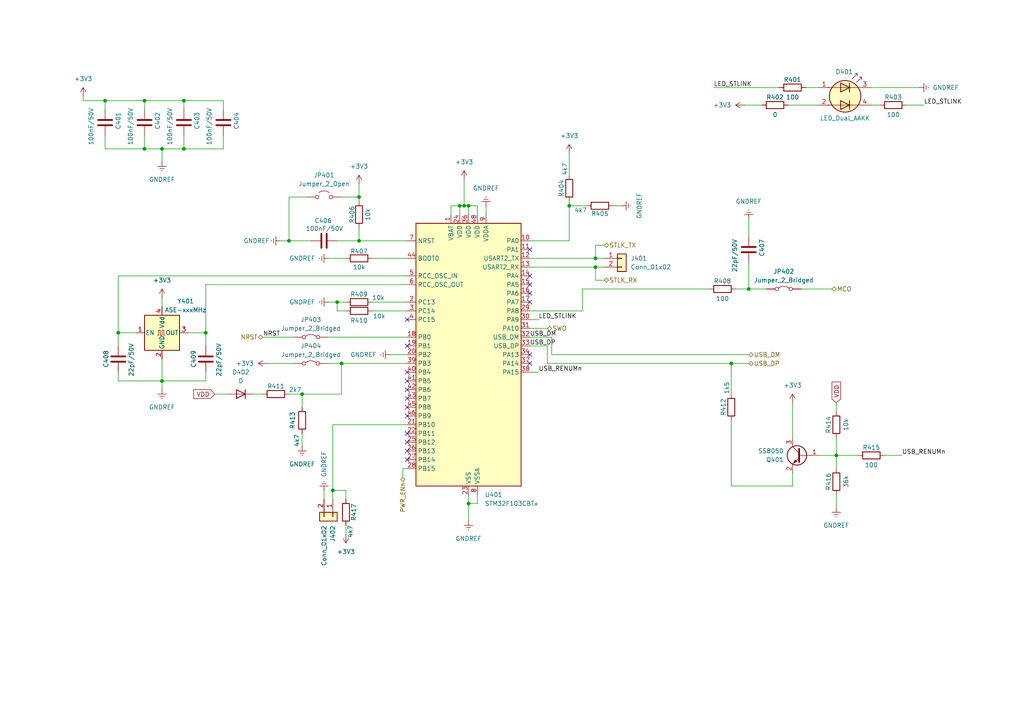
<source format=kicad_sch>
(kicad_sch
	(version 20250114)
	(generator "eeschema")
	(generator_version "9.0")
	(uuid "5ed887d9-5ccb-4d4c-aed3-caa6e32415ba")
	(paper "A4")
	(title_block
		(title "PCB_Tarjeta_DevOps")
		(date "2025-10-28")
		(rev "R.Casas")
	)
	(lib_symbols
		(symbol "Connector_Generic:Conn_01x02"
			(pin_names
				(offset 1.016)
				(hide yes)
			)
			(exclude_from_sim no)
			(in_bom yes)
			(on_board yes)
			(property "Reference" "J"
				(at 0 2.54 0)
				(effects
					(font
						(size 1.27 1.27)
					)
				)
			)
			(property "Value" "Conn_01x02"
				(at 0 -5.08 0)
				(effects
					(font
						(size 1.27 1.27)
					)
				)
			)
			(property "Footprint" ""
				(at 0 0 0)
				(effects
					(font
						(size 1.27 1.27)
					)
					(hide yes)
				)
			)
			(property "Datasheet" "~"
				(at 0 0 0)
				(effects
					(font
						(size 1.27 1.27)
					)
					(hide yes)
				)
			)
			(property "Description" "Generic connector, single row, 01x02, script generated (kicad-library-utils/schlib/autogen/connector/)"
				(at 0 0 0)
				(effects
					(font
						(size 1.27 1.27)
					)
					(hide yes)
				)
			)
			(property "ki_keywords" "connector"
				(at 0 0 0)
				(effects
					(font
						(size 1.27 1.27)
					)
					(hide yes)
				)
			)
			(property "ki_fp_filters" "Connector*:*_1x??_*"
				(at 0 0 0)
				(effects
					(font
						(size 1.27 1.27)
					)
					(hide yes)
				)
			)
			(symbol "Conn_01x02_1_1"
				(rectangle
					(start -1.27 1.27)
					(end 1.27 -3.81)
					(stroke
						(width 0.254)
						(type default)
					)
					(fill
						(type background)
					)
				)
				(rectangle
					(start -1.27 0.127)
					(end 0 -0.127)
					(stroke
						(width 0.1524)
						(type default)
					)
					(fill
						(type none)
					)
				)
				(rectangle
					(start -1.27 -2.413)
					(end 0 -2.667)
					(stroke
						(width 0.1524)
						(type default)
					)
					(fill
						(type none)
					)
				)
				(pin passive line
					(at -5.08 0 0)
					(length 3.81)
					(name "Pin_1"
						(effects
							(font
								(size 1.27 1.27)
							)
						)
					)
					(number "1"
						(effects
							(font
								(size 1.27 1.27)
							)
						)
					)
				)
				(pin passive line
					(at -5.08 -2.54 0)
					(length 3.81)
					(name "Pin_2"
						(effects
							(font
								(size 1.27 1.27)
							)
						)
					)
					(number "2"
						(effects
							(font
								(size 1.27 1.27)
							)
						)
					)
				)
			)
			(embedded_fonts no)
		)
		(symbol "Device:C"
			(pin_numbers
				(hide yes)
			)
			(pin_names
				(offset 0.254)
			)
			(exclude_from_sim no)
			(in_bom yes)
			(on_board yes)
			(property "Reference" "C"
				(at 0.635 2.54 0)
				(effects
					(font
						(size 1.27 1.27)
					)
					(justify left)
				)
			)
			(property "Value" "C"
				(at 0.635 -2.54 0)
				(effects
					(font
						(size 1.27 1.27)
					)
					(justify left)
				)
			)
			(property "Footprint" ""
				(at 0.9652 -3.81 0)
				(effects
					(font
						(size 1.27 1.27)
					)
					(hide yes)
				)
			)
			(property "Datasheet" "~"
				(at 0 0 0)
				(effects
					(font
						(size 1.27 1.27)
					)
					(hide yes)
				)
			)
			(property "Description" "Unpolarized capacitor"
				(at 0 0 0)
				(effects
					(font
						(size 1.27 1.27)
					)
					(hide yes)
				)
			)
			(property "ki_keywords" "cap capacitor"
				(at 0 0 0)
				(effects
					(font
						(size 1.27 1.27)
					)
					(hide yes)
				)
			)
			(property "ki_fp_filters" "C_*"
				(at 0 0 0)
				(effects
					(font
						(size 1.27 1.27)
					)
					(hide yes)
				)
			)
			(symbol "C_0_1"
				(polyline
					(pts
						(xy -2.032 0.762) (xy 2.032 0.762)
					)
					(stroke
						(width 0.508)
						(type default)
					)
					(fill
						(type none)
					)
				)
				(polyline
					(pts
						(xy -2.032 -0.762) (xy 2.032 -0.762)
					)
					(stroke
						(width 0.508)
						(type default)
					)
					(fill
						(type none)
					)
				)
			)
			(symbol "C_1_1"
				(pin passive line
					(at 0 3.81 270)
					(length 2.794)
					(name "~"
						(effects
							(font
								(size 1.27 1.27)
							)
						)
					)
					(number "1"
						(effects
							(font
								(size 1.27 1.27)
							)
						)
					)
				)
				(pin passive line
					(at 0 -3.81 90)
					(length 2.794)
					(name "~"
						(effects
							(font
								(size 1.27 1.27)
							)
						)
					)
					(number "2"
						(effects
							(font
								(size 1.27 1.27)
							)
						)
					)
				)
			)
			(embedded_fonts no)
		)
		(symbol "Device:D"
			(pin_numbers
				(hide yes)
			)
			(pin_names
				(offset 1.016)
				(hide yes)
			)
			(exclude_from_sim no)
			(in_bom yes)
			(on_board yes)
			(property "Reference" "D"
				(at 0 2.54 0)
				(effects
					(font
						(size 1.27 1.27)
					)
				)
			)
			(property "Value" "D"
				(at 0 -2.54 0)
				(effects
					(font
						(size 1.27 1.27)
					)
				)
			)
			(property "Footprint" ""
				(at 0 0 0)
				(effects
					(font
						(size 1.27 1.27)
					)
					(hide yes)
				)
			)
			(property "Datasheet" "~"
				(at 0 0 0)
				(effects
					(font
						(size 1.27 1.27)
					)
					(hide yes)
				)
			)
			(property "Description" "Diode"
				(at 0 0 0)
				(effects
					(font
						(size 1.27 1.27)
					)
					(hide yes)
				)
			)
			(property "Sim.Device" "D"
				(at 0 0 0)
				(effects
					(font
						(size 1.27 1.27)
					)
					(hide yes)
				)
			)
			(property "Sim.Pins" "1=K 2=A"
				(at 0 0 0)
				(effects
					(font
						(size 1.27 1.27)
					)
					(hide yes)
				)
			)
			(property "ki_keywords" "diode"
				(at 0 0 0)
				(effects
					(font
						(size 1.27 1.27)
					)
					(hide yes)
				)
			)
			(property "ki_fp_filters" "TO-???* *_Diode_* *SingleDiode* D_*"
				(at 0 0 0)
				(effects
					(font
						(size 1.27 1.27)
					)
					(hide yes)
				)
			)
			(symbol "D_0_1"
				(polyline
					(pts
						(xy -1.27 1.27) (xy -1.27 -1.27)
					)
					(stroke
						(width 0.254)
						(type default)
					)
					(fill
						(type none)
					)
				)
				(polyline
					(pts
						(xy 1.27 1.27) (xy 1.27 -1.27) (xy -1.27 0) (xy 1.27 1.27)
					)
					(stroke
						(width 0.254)
						(type default)
					)
					(fill
						(type none)
					)
				)
				(polyline
					(pts
						(xy 1.27 0) (xy -1.27 0)
					)
					(stroke
						(width 0)
						(type default)
					)
					(fill
						(type none)
					)
				)
			)
			(symbol "D_1_1"
				(pin passive line
					(at -3.81 0 0)
					(length 2.54)
					(name "K"
						(effects
							(font
								(size 1.27 1.27)
							)
						)
					)
					(number "1"
						(effects
							(font
								(size 1.27 1.27)
							)
						)
					)
				)
				(pin passive line
					(at 3.81 0 180)
					(length 2.54)
					(name "A"
						(effects
							(font
								(size 1.27 1.27)
							)
						)
					)
					(number "2"
						(effects
							(font
								(size 1.27 1.27)
							)
						)
					)
				)
			)
			(embedded_fonts no)
		)
		(symbol "Device:LED_Dual_AAKK"
			(pin_names
				(offset 0)
				(hide yes)
			)
			(exclude_from_sim no)
			(in_bom yes)
			(on_board yes)
			(property "Reference" "D"
				(at 0 5.715 0)
				(effects
					(font
						(size 1.27 1.27)
					)
				)
			)
			(property "Value" "LED_Dual_AAKK"
				(at 0 -6.35 0)
				(effects
					(font
						(size 1.27 1.27)
					)
				)
			)
			(property "Footprint" ""
				(at 0.762 0 0)
				(effects
					(font
						(size 1.27 1.27)
					)
					(hide yes)
				)
			)
			(property "Datasheet" "~"
				(at 0.762 0 0)
				(effects
					(font
						(size 1.27 1.27)
					)
					(hide yes)
				)
			)
			(property "Description" "Dual LED, cathodes on pins 3 and 4"
				(at 0 0 0)
				(effects
					(font
						(size 1.27 1.27)
					)
					(hide yes)
				)
			)
			(property "ki_keywords" "LED diode bicolor dual"
				(at 0 0 0)
				(effects
					(font
						(size 1.27 1.27)
					)
					(hide yes)
				)
			)
			(property "ki_fp_filters" "LED* LED_SMD:* LED_THT:*"
				(at 0 0 0)
				(effects
					(font
						(size 1.27 1.27)
					)
					(hide yes)
				)
			)
			(symbol "LED_Dual_AAKK_0_1"
				(polyline
					(pts
						(xy -5.08 2.54) (xy 2.032 2.54)
					)
					(stroke
						(width 0)
						(type default)
					)
					(fill
						(type none)
					)
				)
				(polyline
					(pts
						(xy -5.08 -2.54) (xy 2.032 -2.54)
					)
					(stroke
						(width 0)
						(type default)
					)
					(fill
						(type none)
					)
				)
				(polyline
					(pts
						(xy -1.27 3.81) (xy -1.27 1.27) (xy 1.27 2.54) (xy -1.27 3.81)
					)
					(stroke
						(width 0.254)
						(type default)
					)
					(fill
						(type none)
					)
				)
				(polyline
					(pts
						(xy -1.27 -1.27) (xy -1.27 -3.81) (xy 1.27 -2.54) (xy -1.27 -1.27)
					)
					(stroke
						(width 0.254)
						(type default)
					)
					(fill
						(type none)
					)
				)
				(circle
					(center 0 0)
					(radius 4.572)
					(stroke
						(width 0.254)
						(type default)
					)
					(fill
						(type background)
					)
				)
				(polyline
					(pts
						(xy 1.27 3.81) (xy 1.27 1.27)
					)
					(stroke
						(width 0.254)
						(type default)
					)
					(fill
						(type none)
					)
				)
				(polyline
					(pts
						(xy 1.27 -1.27) (xy 1.27 -3.81)
					)
					(stroke
						(width 0.254)
						(type default)
					)
					(fill
						(type none)
					)
				)
				(polyline
					(pts
						(xy 2.032 5.08) (xy 3.556 6.604) (xy 2.794 6.604) (xy 3.556 6.604) (xy 3.556 5.842)
					)
					(stroke
						(width 0)
						(type default)
					)
					(fill
						(type none)
					)
				)
				(polyline
					(pts
						(xy 3.302 4.064) (xy 4.826 5.588) (xy 4.064 5.588) (xy 4.826 5.588) (xy 4.826 4.826)
					)
					(stroke
						(width 0)
						(type default)
					)
					(fill
						(type none)
					)
				)
				(polyline
					(pts
						(xy 3.81 2.54) (xy 1.905 2.54)
					)
					(stroke
						(width 0)
						(type default)
					)
					(fill
						(type none)
					)
				)
				(polyline
					(pts
						(xy 3.81 -2.54) (xy 1.905 -2.54)
					)
					(stroke
						(width 0)
						(type default)
					)
					(fill
						(type none)
					)
				)
			)
			(symbol "LED_Dual_AAKK_1_1"
				(pin input line
					(at -7.62 2.54 0)
					(length 3.048)
					(name "A1"
						(effects
							(font
								(size 1.27 1.27)
							)
						)
					)
					(number "1"
						(effects
							(font
								(size 1.27 1.27)
							)
						)
					)
				)
				(pin input line
					(at -7.62 -2.54 0)
					(length 3.048)
					(name "A2"
						(effects
							(font
								(size 1.27 1.27)
							)
						)
					)
					(number "2"
						(effects
							(font
								(size 1.27 1.27)
							)
						)
					)
				)
				(pin input line
					(at 7.62 2.54 180)
					(length 3.81)
					(name "K1"
						(effects
							(font
								(size 1.27 1.27)
							)
						)
					)
					(number "3"
						(effects
							(font
								(size 1.27 1.27)
							)
						)
					)
				)
				(pin input line
					(at 7.62 -2.54 180)
					(length 3.81)
					(name "K2"
						(effects
							(font
								(size 1.27 1.27)
							)
						)
					)
					(number "4"
						(effects
							(font
								(size 1.27 1.27)
							)
						)
					)
				)
			)
			(embedded_fonts no)
		)
		(symbol "Device:R"
			(pin_numbers
				(hide yes)
			)
			(pin_names
				(offset 0)
			)
			(exclude_from_sim no)
			(in_bom yes)
			(on_board yes)
			(property "Reference" "R"
				(at 2.032 0 90)
				(effects
					(font
						(size 1.27 1.27)
					)
				)
			)
			(property "Value" "R"
				(at 0 0 90)
				(effects
					(font
						(size 1.27 1.27)
					)
				)
			)
			(property "Footprint" ""
				(at -1.778 0 90)
				(effects
					(font
						(size 1.27 1.27)
					)
					(hide yes)
				)
			)
			(property "Datasheet" "~"
				(at 0 0 0)
				(effects
					(font
						(size 1.27 1.27)
					)
					(hide yes)
				)
			)
			(property "Description" "Resistor"
				(at 0 0 0)
				(effects
					(font
						(size 1.27 1.27)
					)
					(hide yes)
				)
			)
			(property "ki_keywords" "R res resistor"
				(at 0 0 0)
				(effects
					(font
						(size 1.27 1.27)
					)
					(hide yes)
				)
			)
			(property "ki_fp_filters" "R_*"
				(at 0 0 0)
				(effects
					(font
						(size 1.27 1.27)
					)
					(hide yes)
				)
			)
			(symbol "R_0_1"
				(rectangle
					(start -1.016 -2.54)
					(end 1.016 2.54)
					(stroke
						(width 0.254)
						(type default)
					)
					(fill
						(type none)
					)
				)
			)
			(symbol "R_1_1"
				(pin passive line
					(at 0 3.81 270)
					(length 1.27)
					(name "~"
						(effects
							(font
								(size 1.27 1.27)
							)
						)
					)
					(number "1"
						(effects
							(font
								(size 1.27 1.27)
							)
						)
					)
				)
				(pin passive line
					(at 0 -3.81 90)
					(length 1.27)
					(name "~"
						(effects
							(font
								(size 1.27 1.27)
							)
						)
					)
					(number "2"
						(effects
							(font
								(size 1.27 1.27)
							)
						)
					)
				)
			)
			(embedded_fonts no)
		)
		(symbol "Jumper:Jumper_2_Bridged"
			(pin_numbers
				(hide yes)
			)
			(pin_names
				(offset 0)
				(hide yes)
			)
			(exclude_from_sim no)
			(in_bom yes)
			(on_board yes)
			(property "Reference" "JP"
				(at 0 1.905 0)
				(effects
					(font
						(size 1.27 1.27)
					)
				)
			)
			(property "Value" "Jumper_2_Bridged"
				(at 0 -2.54 0)
				(effects
					(font
						(size 1.27 1.27)
					)
				)
			)
			(property "Footprint" ""
				(at 0 0 0)
				(effects
					(font
						(size 1.27 1.27)
					)
					(hide yes)
				)
			)
			(property "Datasheet" "~"
				(at 0 0 0)
				(effects
					(font
						(size 1.27 1.27)
					)
					(hide yes)
				)
			)
			(property "Description" "Jumper, 2-pole, closed/bridged"
				(at 0 0 0)
				(effects
					(font
						(size 1.27 1.27)
					)
					(hide yes)
				)
			)
			(property "ki_keywords" "Jumper SPST"
				(at 0 0 0)
				(effects
					(font
						(size 1.27 1.27)
					)
					(hide yes)
				)
			)
			(property "ki_fp_filters" "Jumper* TestPoint*2Pads* TestPoint*Bridge*"
				(at 0 0 0)
				(effects
					(font
						(size 1.27 1.27)
					)
					(hide yes)
				)
			)
			(symbol "Jumper_2_Bridged_0_0"
				(circle
					(center -2.032 0)
					(radius 0.508)
					(stroke
						(width 0)
						(type default)
					)
					(fill
						(type none)
					)
				)
				(circle
					(center 2.032 0)
					(radius 0.508)
					(stroke
						(width 0)
						(type default)
					)
					(fill
						(type none)
					)
				)
			)
			(symbol "Jumper_2_Bridged_0_1"
				(arc
					(start -1.524 0.254)
					(mid 0 0.762)
					(end 1.524 0.254)
					(stroke
						(width 0)
						(type default)
					)
					(fill
						(type none)
					)
				)
			)
			(symbol "Jumper_2_Bridged_1_1"
				(pin passive line
					(at -5.08 0 0)
					(length 2.54)
					(name "A"
						(effects
							(font
								(size 1.27 1.27)
							)
						)
					)
					(number "1"
						(effects
							(font
								(size 1.27 1.27)
							)
						)
					)
				)
				(pin passive line
					(at 5.08 0 180)
					(length 2.54)
					(name "B"
						(effects
							(font
								(size 1.27 1.27)
							)
						)
					)
					(number "2"
						(effects
							(font
								(size 1.27 1.27)
							)
						)
					)
				)
			)
			(embedded_fonts no)
		)
		(symbol "Jumper:Jumper_2_Open"
			(pin_numbers
				(hide yes)
			)
			(pin_names
				(offset 0)
				(hide yes)
			)
			(exclude_from_sim no)
			(in_bom yes)
			(on_board yes)
			(property "Reference" "JP"
				(at 0 2.794 0)
				(effects
					(font
						(size 1.27 1.27)
					)
				)
			)
			(property "Value" "Jumper_2_Open"
				(at 0 -2.286 0)
				(effects
					(font
						(size 1.27 1.27)
					)
				)
			)
			(property "Footprint" ""
				(at 0 0 0)
				(effects
					(font
						(size 1.27 1.27)
					)
					(hide yes)
				)
			)
			(property "Datasheet" "~"
				(at 0 0 0)
				(effects
					(font
						(size 1.27 1.27)
					)
					(hide yes)
				)
			)
			(property "Description" "Jumper, 2-pole, open"
				(at 0 0 0)
				(effects
					(font
						(size 1.27 1.27)
					)
					(hide yes)
				)
			)
			(property "ki_keywords" "Jumper SPST"
				(at 0 0 0)
				(effects
					(font
						(size 1.27 1.27)
					)
					(hide yes)
				)
			)
			(property "ki_fp_filters" "Jumper* TestPoint*2Pads* TestPoint*Bridge*"
				(at 0 0 0)
				(effects
					(font
						(size 1.27 1.27)
					)
					(hide yes)
				)
			)
			(symbol "Jumper_2_Open_0_0"
				(circle
					(center -2.032 0)
					(radius 0.508)
					(stroke
						(width 0)
						(type default)
					)
					(fill
						(type none)
					)
				)
				(circle
					(center 2.032 0)
					(radius 0.508)
					(stroke
						(width 0)
						(type default)
					)
					(fill
						(type none)
					)
				)
			)
			(symbol "Jumper_2_Open_0_1"
				(arc
					(start -1.524 1.27)
					(mid 0 1.778)
					(end 1.524 1.27)
					(stroke
						(width 0)
						(type default)
					)
					(fill
						(type none)
					)
				)
			)
			(symbol "Jumper_2_Open_1_1"
				(pin passive line
					(at -5.08 0 0)
					(length 2.54)
					(name "A"
						(effects
							(font
								(size 1.27 1.27)
							)
						)
					)
					(number "1"
						(effects
							(font
								(size 1.27 1.27)
							)
						)
					)
				)
				(pin passive line
					(at 5.08 0 180)
					(length 2.54)
					(name "B"
						(effects
							(font
								(size 1.27 1.27)
							)
						)
					)
					(number "2"
						(effects
							(font
								(size 1.27 1.27)
							)
						)
					)
				)
			)
			(embedded_fonts no)
		)
		(symbol "MCU_ST_STM32F1:STM32F103CBTx"
			(exclude_from_sim no)
			(in_bom yes)
			(on_board yes)
			(property "Reference" "U"
				(at -15.24 39.37 0)
				(effects
					(font
						(size 1.27 1.27)
					)
					(justify left)
				)
			)
			(property "Value" "STM32F103CBTx"
				(at 7.62 39.37 0)
				(effects
					(font
						(size 1.27 1.27)
					)
					(justify left)
				)
			)
			(property "Footprint" "Package_QFP:LQFP-48_7x7mm_P0.5mm"
				(at -15.24 -38.1 0)
				(effects
					(font
						(size 1.27 1.27)
					)
					(justify right)
					(hide yes)
				)
			)
			(property "Datasheet" "https://www.st.com/resource/en/datasheet/stm32f103cb.pdf"
				(at 0 0 0)
				(effects
					(font
						(size 1.27 1.27)
					)
					(hide yes)
				)
			)
			(property "Description" "STMicroelectronics Arm Cortex-M3 MCU, 128KB flash, 20KB RAM, 72 MHz, 2.0-3.6V, 37 GPIO, LQFP48"
				(at 0 0 0)
				(effects
					(font
						(size 1.27 1.27)
					)
					(hide yes)
				)
			)
			(property "ki_keywords" "Arm Cortex-M3 STM32F1 STM32F103"
				(at 0 0 0)
				(effects
					(font
						(size 1.27 1.27)
					)
					(hide yes)
				)
			)
			(property "ki_fp_filters" "LQFP*7x7mm*P0.5mm*"
				(at 0 0 0)
				(effects
					(font
						(size 1.27 1.27)
					)
					(hide yes)
				)
			)
			(symbol "STM32F103CBTx_0_1"
				(rectangle
					(start -15.24 -38.1)
					(end 15.24 38.1)
					(stroke
						(width 0.254)
						(type default)
					)
					(fill
						(type background)
					)
				)
			)
			(symbol "STM32F103CBTx_1_1"
				(pin input line
					(at -17.78 33.02 0)
					(length 2.54)
					(name "NRST"
						(effects
							(font
								(size 1.27 1.27)
							)
						)
					)
					(number "7"
						(effects
							(font
								(size 1.27 1.27)
							)
						)
					)
				)
				(pin input line
					(at -17.78 27.94 0)
					(length 2.54)
					(name "BOOT0"
						(effects
							(font
								(size 1.27 1.27)
							)
						)
					)
					(number "44"
						(effects
							(font
								(size 1.27 1.27)
							)
						)
					)
				)
				(pin bidirectional line
					(at -17.78 22.86 0)
					(length 2.54)
					(name "PD0"
						(effects
							(font
								(size 1.27 1.27)
							)
						)
					)
					(number "5"
						(effects
							(font
								(size 1.27 1.27)
							)
						)
					)
					(alternate "RCC_OSC_IN" bidirectional line)
				)
				(pin bidirectional line
					(at -17.78 20.32 0)
					(length 2.54)
					(name "PD1"
						(effects
							(font
								(size 1.27 1.27)
							)
						)
					)
					(number "6"
						(effects
							(font
								(size 1.27 1.27)
							)
						)
					)
					(alternate "RCC_OSC_OUT" bidirectional line)
				)
				(pin bidirectional line
					(at -17.78 15.24 0)
					(length 2.54)
					(name "PC13"
						(effects
							(font
								(size 1.27 1.27)
							)
						)
					)
					(number "2"
						(effects
							(font
								(size 1.27 1.27)
							)
						)
					)
					(alternate "RTC_OUT" bidirectional line)
					(alternate "RTC_TAMPER" bidirectional line)
				)
				(pin bidirectional line
					(at -17.78 12.7 0)
					(length 2.54)
					(name "PC14"
						(effects
							(font
								(size 1.27 1.27)
							)
						)
					)
					(number "3"
						(effects
							(font
								(size 1.27 1.27)
							)
						)
					)
					(alternate "RCC_OSC32_IN" bidirectional line)
				)
				(pin bidirectional line
					(at -17.78 10.16 0)
					(length 2.54)
					(name "PC15"
						(effects
							(font
								(size 1.27 1.27)
							)
						)
					)
					(number "4"
						(effects
							(font
								(size 1.27 1.27)
							)
						)
					)
					(alternate "ADC1_EXTI15" bidirectional line)
					(alternate "ADC2_EXTI15" bidirectional line)
					(alternate "RCC_OSC32_OUT" bidirectional line)
				)
				(pin bidirectional line
					(at -17.78 5.08 0)
					(length 2.54)
					(name "PB0"
						(effects
							(font
								(size 1.27 1.27)
							)
						)
					)
					(number "18"
						(effects
							(font
								(size 1.27 1.27)
							)
						)
					)
					(alternate "ADC1_IN8" bidirectional line)
					(alternate "ADC2_IN8" bidirectional line)
					(alternate "TIM1_CH2N" bidirectional line)
					(alternate "TIM3_CH3" bidirectional line)
				)
				(pin bidirectional line
					(at -17.78 2.54 0)
					(length 2.54)
					(name "PB1"
						(effects
							(font
								(size 1.27 1.27)
							)
						)
					)
					(number "19"
						(effects
							(font
								(size 1.27 1.27)
							)
						)
					)
					(alternate "ADC1_IN9" bidirectional line)
					(alternate "ADC2_IN9" bidirectional line)
					(alternate "TIM1_CH3N" bidirectional line)
					(alternate "TIM3_CH4" bidirectional line)
				)
				(pin bidirectional line
					(at -17.78 0 0)
					(length 2.54)
					(name "PB2"
						(effects
							(font
								(size 1.27 1.27)
							)
						)
					)
					(number "20"
						(effects
							(font
								(size 1.27 1.27)
							)
						)
					)
				)
				(pin bidirectional line
					(at -17.78 -2.54 0)
					(length 2.54)
					(name "PB3"
						(effects
							(font
								(size 1.27 1.27)
							)
						)
					)
					(number "39"
						(effects
							(font
								(size 1.27 1.27)
							)
						)
					)
					(alternate "SPI1_SCK" bidirectional line)
					(alternate "SYS_JTDO-TRACESWO" bidirectional line)
					(alternate "TIM2_CH2" bidirectional line)
				)
				(pin bidirectional line
					(at -17.78 -5.08 0)
					(length 2.54)
					(name "PB4"
						(effects
							(font
								(size 1.27 1.27)
							)
						)
					)
					(number "40"
						(effects
							(font
								(size 1.27 1.27)
							)
						)
					)
					(alternate "SPI1_MISO" bidirectional line)
					(alternate "SYS_NJTRST" bidirectional line)
					(alternate "TIM3_CH1" bidirectional line)
				)
				(pin bidirectional line
					(at -17.78 -7.62 0)
					(length 2.54)
					(name "PB5"
						(effects
							(font
								(size 1.27 1.27)
							)
						)
					)
					(number "41"
						(effects
							(font
								(size 1.27 1.27)
							)
						)
					)
					(alternate "I2C1_SMBA" bidirectional line)
					(alternate "SPI1_MOSI" bidirectional line)
					(alternate "TIM3_CH2" bidirectional line)
				)
				(pin bidirectional line
					(at -17.78 -10.16 0)
					(length 2.54)
					(name "PB6"
						(effects
							(font
								(size 1.27 1.27)
							)
						)
					)
					(number "42"
						(effects
							(font
								(size 1.27 1.27)
							)
						)
					)
					(alternate "I2C1_SCL" bidirectional line)
					(alternate "TIM4_CH1" bidirectional line)
					(alternate "USART1_TX" bidirectional line)
				)
				(pin bidirectional line
					(at -17.78 -12.7 0)
					(length 2.54)
					(name "PB7"
						(effects
							(font
								(size 1.27 1.27)
							)
						)
					)
					(number "43"
						(effects
							(font
								(size 1.27 1.27)
							)
						)
					)
					(alternate "I2C1_SDA" bidirectional line)
					(alternate "TIM4_CH2" bidirectional line)
					(alternate "USART1_RX" bidirectional line)
				)
				(pin bidirectional line
					(at -17.78 -15.24 0)
					(length 2.54)
					(name "PB8"
						(effects
							(font
								(size 1.27 1.27)
							)
						)
					)
					(number "45"
						(effects
							(font
								(size 1.27 1.27)
							)
						)
					)
					(alternate "CAN_RX" bidirectional line)
					(alternate "I2C1_SCL" bidirectional line)
					(alternate "TIM4_CH3" bidirectional line)
				)
				(pin bidirectional line
					(at -17.78 -17.78 0)
					(length 2.54)
					(name "PB9"
						(effects
							(font
								(size 1.27 1.27)
							)
						)
					)
					(number "46"
						(effects
							(font
								(size 1.27 1.27)
							)
						)
					)
					(alternate "CAN_TX" bidirectional line)
					(alternate "I2C1_SDA" bidirectional line)
					(alternate "TIM4_CH4" bidirectional line)
				)
				(pin bidirectional line
					(at -17.78 -20.32 0)
					(length 2.54)
					(name "PB10"
						(effects
							(font
								(size 1.27 1.27)
							)
						)
					)
					(number "21"
						(effects
							(font
								(size 1.27 1.27)
							)
						)
					)
					(alternate "I2C2_SCL" bidirectional line)
					(alternate "TIM2_CH3" bidirectional line)
					(alternate "USART3_TX" bidirectional line)
				)
				(pin bidirectional line
					(at -17.78 -22.86 0)
					(length 2.54)
					(name "PB11"
						(effects
							(font
								(size 1.27 1.27)
							)
						)
					)
					(number "22"
						(effects
							(font
								(size 1.27 1.27)
							)
						)
					)
					(alternate "ADC1_EXTI11" bidirectional line)
					(alternate "ADC2_EXTI11" bidirectional line)
					(alternate "I2C2_SDA" bidirectional line)
					(alternate "TIM2_CH4" bidirectional line)
					(alternate "USART3_RX" bidirectional line)
				)
				(pin bidirectional line
					(at -17.78 -25.4 0)
					(length 2.54)
					(name "PB12"
						(effects
							(font
								(size 1.27 1.27)
							)
						)
					)
					(number "25"
						(effects
							(font
								(size 1.27 1.27)
							)
						)
					)
					(alternate "I2C2_SMBA" bidirectional line)
					(alternate "SPI2_NSS" bidirectional line)
					(alternate "TIM1_BKIN" bidirectional line)
					(alternate "USART3_CK" bidirectional line)
				)
				(pin bidirectional line
					(at -17.78 -27.94 0)
					(length 2.54)
					(name "PB13"
						(effects
							(font
								(size 1.27 1.27)
							)
						)
					)
					(number "26"
						(effects
							(font
								(size 1.27 1.27)
							)
						)
					)
					(alternate "SPI2_SCK" bidirectional line)
					(alternate "TIM1_CH1N" bidirectional line)
					(alternate "USART3_CTS" bidirectional line)
				)
				(pin bidirectional line
					(at -17.78 -30.48 0)
					(length 2.54)
					(name "PB14"
						(effects
							(font
								(size 1.27 1.27)
							)
						)
					)
					(number "27"
						(effects
							(font
								(size 1.27 1.27)
							)
						)
					)
					(alternate "SPI2_MISO" bidirectional line)
					(alternate "TIM1_CH2N" bidirectional line)
					(alternate "USART3_RTS" bidirectional line)
				)
				(pin bidirectional line
					(at -17.78 -33.02 0)
					(length 2.54)
					(name "PB15"
						(effects
							(font
								(size 1.27 1.27)
							)
						)
					)
					(number "28"
						(effects
							(font
								(size 1.27 1.27)
							)
						)
					)
					(alternate "ADC1_EXTI15" bidirectional line)
					(alternate "ADC2_EXTI15" bidirectional line)
					(alternate "SPI2_MOSI" bidirectional line)
					(alternate "TIM1_CH3N" bidirectional line)
				)
				(pin power_in line
					(at -5.08 40.64 270)
					(length 2.54)
					(name "VBAT"
						(effects
							(font
								(size 1.27 1.27)
							)
						)
					)
					(number "1"
						(effects
							(font
								(size 1.27 1.27)
							)
						)
					)
				)
				(pin power_in line
					(at -2.54 40.64 270)
					(length 2.54)
					(name "VDD"
						(effects
							(font
								(size 1.27 1.27)
							)
						)
					)
					(number "24"
						(effects
							(font
								(size 1.27 1.27)
							)
						)
					)
				)
				(pin power_in line
					(at 0 40.64 270)
					(length 2.54)
					(name "VDD"
						(effects
							(font
								(size 1.27 1.27)
							)
						)
					)
					(number "36"
						(effects
							(font
								(size 1.27 1.27)
							)
						)
					)
				)
				(pin power_in line
					(at 0 -40.64 90)
					(length 2.54)
					(name "VSS"
						(effects
							(font
								(size 1.27 1.27)
							)
						)
					)
					(number "23"
						(effects
							(font
								(size 1.27 1.27)
							)
						)
					)
				)
				(pin passive line
					(at 0 -40.64 90)
					(length 2.54)
					(hide yes)
					(name "VSS"
						(effects
							(font
								(size 1.27 1.27)
							)
						)
					)
					(number "35"
						(effects
							(font
								(size 1.27 1.27)
							)
						)
					)
				)
				(pin passive line
					(at 0 -40.64 90)
					(length 2.54)
					(hide yes)
					(name "VSS"
						(effects
							(font
								(size 1.27 1.27)
							)
						)
					)
					(number "47"
						(effects
							(font
								(size 1.27 1.27)
							)
						)
					)
				)
				(pin power_in line
					(at 2.54 40.64 270)
					(length 2.54)
					(name "VDD"
						(effects
							(font
								(size 1.27 1.27)
							)
						)
					)
					(number "48"
						(effects
							(font
								(size 1.27 1.27)
							)
						)
					)
				)
				(pin power_in line
					(at 2.54 -40.64 90)
					(length 2.54)
					(name "VSSA"
						(effects
							(font
								(size 1.27 1.27)
							)
						)
					)
					(number "8"
						(effects
							(font
								(size 1.27 1.27)
							)
						)
					)
				)
				(pin power_in line
					(at 5.08 40.64 270)
					(length 2.54)
					(name "VDDA"
						(effects
							(font
								(size 1.27 1.27)
							)
						)
					)
					(number "9"
						(effects
							(font
								(size 1.27 1.27)
							)
						)
					)
				)
				(pin bidirectional line
					(at 17.78 33.02 180)
					(length 2.54)
					(name "PA0"
						(effects
							(font
								(size 1.27 1.27)
							)
						)
					)
					(number "10"
						(effects
							(font
								(size 1.27 1.27)
							)
						)
					)
					(alternate "ADC1_IN0" bidirectional line)
					(alternate "ADC2_IN0" bidirectional line)
					(alternate "SYS_WKUP" bidirectional line)
					(alternate "TIM2_CH1" bidirectional line)
					(alternate "TIM2_ETR" bidirectional line)
					(alternate "USART2_CTS" bidirectional line)
				)
				(pin bidirectional line
					(at 17.78 30.48 180)
					(length 2.54)
					(name "PA1"
						(effects
							(font
								(size 1.27 1.27)
							)
						)
					)
					(number "11"
						(effects
							(font
								(size 1.27 1.27)
							)
						)
					)
					(alternate "ADC1_IN1" bidirectional line)
					(alternate "ADC2_IN1" bidirectional line)
					(alternate "TIM2_CH2" bidirectional line)
					(alternate "USART2_RTS" bidirectional line)
				)
				(pin bidirectional line
					(at 17.78 27.94 180)
					(length 2.54)
					(name "PA2"
						(effects
							(font
								(size 1.27 1.27)
							)
						)
					)
					(number "12"
						(effects
							(font
								(size 1.27 1.27)
							)
						)
					)
					(alternate "ADC1_IN2" bidirectional line)
					(alternate "ADC2_IN2" bidirectional line)
					(alternate "TIM2_CH3" bidirectional line)
					(alternate "USART2_TX" bidirectional line)
				)
				(pin bidirectional line
					(at 17.78 25.4 180)
					(length 2.54)
					(name "PA3"
						(effects
							(font
								(size 1.27 1.27)
							)
						)
					)
					(number "13"
						(effects
							(font
								(size 1.27 1.27)
							)
						)
					)
					(alternate "ADC1_IN3" bidirectional line)
					(alternate "ADC2_IN3" bidirectional line)
					(alternate "TIM2_CH4" bidirectional line)
					(alternate "USART2_RX" bidirectional line)
				)
				(pin bidirectional line
					(at 17.78 22.86 180)
					(length 2.54)
					(name "PA4"
						(effects
							(font
								(size 1.27 1.27)
							)
						)
					)
					(number "14"
						(effects
							(font
								(size 1.27 1.27)
							)
						)
					)
					(alternate "ADC1_IN4" bidirectional line)
					(alternate "ADC2_IN4" bidirectional line)
					(alternate "SPI1_NSS" bidirectional line)
					(alternate "USART2_CK" bidirectional line)
				)
				(pin bidirectional line
					(at 17.78 20.32 180)
					(length 2.54)
					(name "PA5"
						(effects
							(font
								(size 1.27 1.27)
							)
						)
					)
					(number "15"
						(effects
							(font
								(size 1.27 1.27)
							)
						)
					)
					(alternate "ADC1_IN5" bidirectional line)
					(alternate "ADC2_IN5" bidirectional line)
					(alternate "SPI1_SCK" bidirectional line)
				)
				(pin bidirectional line
					(at 17.78 17.78 180)
					(length 2.54)
					(name "PA6"
						(effects
							(font
								(size 1.27 1.27)
							)
						)
					)
					(number "16"
						(effects
							(font
								(size 1.27 1.27)
							)
						)
					)
					(alternate "ADC1_IN6" bidirectional line)
					(alternate "ADC2_IN6" bidirectional line)
					(alternate "SPI1_MISO" bidirectional line)
					(alternate "TIM1_BKIN" bidirectional line)
					(alternate "TIM3_CH1" bidirectional line)
				)
				(pin bidirectional line
					(at 17.78 15.24 180)
					(length 2.54)
					(name "PA7"
						(effects
							(font
								(size 1.27 1.27)
							)
						)
					)
					(number "17"
						(effects
							(font
								(size 1.27 1.27)
							)
						)
					)
					(alternate "ADC1_IN7" bidirectional line)
					(alternate "ADC2_IN7" bidirectional line)
					(alternate "SPI1_MOSI" bidirectional line)
					(alternate "TIM1_CH1N" bidirectional line)
					(alternate "TIM3_CH2" bidirectional line)
				)
				(pin bidirectional line
					(at 17.78 12.7 180)
					(length 2.54)
					(name "PA8"
						(effects
							(font
								(size 1.27 1.27)
							)
						)
					)
					(number "29"
						(effects
							(font
								(size 1.27 1.27)
							)
						)
					)
					(alternate "RCC_MCO" bidirectional line)
					(alternate "TIM1_CH1" bidirectional line)
					(alternate "USART1_CK" bidirectional line)
				)
				(pin bidirectional line
					(at 17.78 10.16 180)
					(length 2.54)
					(name "PA9"
						(effects
							(font
								(size 1.27 1.27)
							)
						)
					)
					(number "30"
						(effects
							(font
								(size 1.27 1.27)
							)
						)
					)
					(alternate "TIM1_CH2" bidirectional line)
					(alternate "USART1_TX" bidirectional line)
				)
				(pin bidirectional line
					(at 17.78 7.62 180)
					(length 2.54)
					(name "PA10"
						(effects
							(font
								(size 1.27 1.27)
							)
						)
					)
					(number "31"
						(effects
							(font
								(size 1.27 1.27)
							)
						)
					)
					(alternate "TIM1_CH3" bidirectional line)
					(alternate "USART1_RX" bidirectional line)
				)
				(pin bidirectional line
					(at 17.78 5.08 180)
					(length 2.54)
					(name "PA11"
						(effects
							(font
								(size 1.27 1.27)
							)
						)
					)
					(number "32"
						(effects
							(font
								(size 1.27 1.27)
							)
						)
					)
					(alternate "ADC1_EXTI11" bidirectional line)
					(alternate "ADC2_EXTI11" bidirectional line)
					(alternate "CAN_RX" bidirectional line)
					(alternate "TIM1_CH4" bidirectional line)
					(alternate "USART1_CTS" bidirectional line)
					(alternate "USB_DM" bidirectional line)
				)
				(pin bidirectional line
					(at 17.78 2.54 180)
					(length 2.54)
					(name "PA12"
						(effects
							(font
								(size 1.27 1.27)
							)
						)
					)
					(number "33"
						(effects
							(font
								(size 1.27 1.27)
							)
						)
					)
					(alternate "CAN_TX" bidirectional line)
					(alternate "TIM1_ETR" bidirectional line)
					(alternate "USART1_RTS" bidirectional line)
					(alternate "USB_DP" bidirectional line)
				)
				(pin bidirectional line
					(at 17.78 0 180)
					(length 2.54)
					(name "PA13"
						(effects
							(font
								(size 1.27 1.27)
							)
						)
					)
					(number "34"
						(effects
							(font
								(size 1.27 1.27)
							)
						)
					)
					(alternate "SYS_JTMS-SWDIO" bidirectional line)
				)
				(pin bidirectional line
					(at 17.78 -2.54 180)
					(length 2.54)
					(name "PA14"
						(effects
							(font
								(size 1.27 1.27)
							)
						)
					)
					(number "37"
						(effects
							(font
								(size 1.27 1.27)
							)
						)
					)
					(alternate "SYS_JTCK-SWCLK" bidirectional line)
				)
				(pin bidirectional line
					(at 17.78 -5.08 180)
					(length 2.54)
					(name "PA15"
						(effects
							(font
								(size 1.27 1.27)
							)
						)
					)
					(number "38"
						(effects
							(font
								(size 1.27 1.27)
							)
						)
					)
					(alternate "ADC1_EXTI15" bidirectional line)
					(alternate "ADC2_EXTI15" bidirectional line)
					(alternate "SPI1_NSS" bidirectional line)
					(alternate "SYS_JTDI" bidirectional line)
					(alternate "TIM2_CH1" bidirectional line)
					(alternate "TIM2_ETR" bidirectional line)
				)
			)
			(embedded_fonts no)
		)
		(symbol "Oscillator:ASE-xxxMHz"
			(pin_names
				(offset 0.254)
			)
			(exclude_from_sim no)
			(in_bom yes)
			(on_board yes)
			(property "Reference" "Y"
				(at -5.08 6.35 0)
				(effects
					(font
						(size 1.27 1.27)
					)
					(justify left)
				)
			)
			(property "Value" "ASE-xxxMHz"
				(at 1.27 -6.35 0)
				(effects
					(font
						(size 1.27 1.27)
					)
					(justify left)
				)
			)
			(property "Footprint" "Oscillator:Oscillator_SMD_Abracon_ASE-4Pin_3.2x2.5mm"
				(at 17.78 -8.89 0)
				(effects
					(font
						(size 1.27 1.27)
					)
					(hide yes)
				)
			)
			(property "Datasheet" "http://www.abracon.com/Oscillators/ASV.pdf"
				(at -2.54 0 0)
				(effects
					(font
						(size 1.27 1.27)
					)
					(hide yes)
				)
			)
			(property "Description" "3.3V CMOS SMD Crystal Clock Oscillator, Abracon"
				(at 0 0 0)
				(effects
					(font
						(size 1.27 1.27)
					)
					(hide yes)
				)
			)
			(property "ki_keywords" "3.3V CMOS SMD Crystal Clock Oscillator"
				(at 0 0 0)
				(effects
					(font
						(size 1.27 1.27)
					)
					(hide yes)
				)
			)
			(property "ki_fp_filters" "Oscillator*SMD*Abracon*ASE*3.2x2.5mm*"
				(at 0 0 0)
				(effects
					(font
						(size 1.27 1.27)
					)
					(hide yes)
				)
			)
			(symbol "ASE-xxxMHz_0_1"
				(rectangle
					(start -5.08 5.08)
					(end 5.08 -5.08)
					(stroke
						(width 0.254)
						(type default)
					)
					(fill
						(type background)
					)
				)
				(polyline
					(pts
						(xy -1.27 -0.762) (xy -1.016 -0.762) (xy -1.016 0.762) (xy -0.508 0.762) (xy -0.508 -0.762) (xy 0 -0.762)
						(xy 0 0.762) (xy 0.508 0.762) (xy 0.508 -0.762) (xy 0.762 -0.762)
					)
					(stroke
						(width 0)
						(type default)
					)
					(fill
						(type none)
					)
				)
			)
			(symbol "ASE-xxxMHz_1_1"
				(pin input line
					(at -7.62 0 0)
					(length 2.54)
					(name "EN"
						(effects
							(font
								(size 1.27 1.27)
							)
						)
					)
					(number "1"
						(effects
							(font
								(size 1.27 1.27)
							)
						)
					)
				)
				(pin power_in line
					(at 0 7.62 270)
					(length 2.54)
					(name "Vdd"
						(effects
							(font
								(size 1.27 1.27)
							)
						)
					)
					(number "4"
						(effects
							(font
								(size 1.27 1.27)
							)
						)
					)
				)
				(pin power_in line
					(at 0 -7.62 90)
					(length 2.54)
					(name "GND"
						(effects
							(font
								(size 1.27 1.27)
							)
						)
					)
					(number "2"
						(effects
							(font
								(size 1.27 1.27)
							)
						)
					)
				)
				(pin output line
					(at 7.62 0 180)
					(length 2.54)
					(name "OUT"
						(effects
							(font
								(size 1.27 1.27)
							)
						)
					)
					(number "3"
						(effects
							(font
								(size 1.27 1.27)
							)
						)
					)
				)
			)
			(embedded_fonts no)
		)
		(symbol "Transistor_BJT:SS8050"
			(pin_names
				(offset 0)
				(hide yes)
			)
			(exclude_from_sim no)
			(in_bom yes)
			(on_board yes)
			(property "Reference" "Q"
				(at 5.08 1.905 0)
				(effects
					(font
						(size 1.27 1.27)
					)
					(justify left)
				)
			)
			(property "Value" "SS8050"
				(at 5.08 0 0)
				(effects
					(font
						(size 1.27 1.27)
					)
					(justify left)
				)
			)
			(property "Footprint" "Package_TO_SOT_SMD:SOT-23"
				(at 5.08 -7.366 0)
				(effects
					(font
						(size 1.27 1.27)
						(italic yes)
					)
					(justify left)
					(hide yes)
				)
			)
			(property "Datasheet" "http://www.secosgmbh.com/datasheet/products/SSMPTransistor/SOT-23/SS8050.pdf"
				(at 5.08 -4.826 0)
				(effects
					(font
						(size 1.27 1.27)
					)
					(justify left)
					(hide yes)
				)
			)
			(property "Description" "General Purpose NPN Transistor, 1.5A Ic, 25V Vce, SOT-23"
				(at 34.036 -2.286 0)
				(effects
					(font
						(size 1.27 1.27)
					)
					(hide yes)
				)
			)
			(property "ki_keywords" "SS8050 NPN Transistor"
				(at 0 0 0)
				(effects
					(font
						(size 1.27 1.27)
					)
					(hide yes)
				)
			)
			(property "ki_fp_filters" "SOT?23*"
				(at 0 0 0)
				(effects
					(font
						(size 1.27 1.27)
					)
					(hide yes)
				)
			)
			(symbol "SS8050_0_1"
				(polyline
					(pts
						(xy -2.54 0) (xy 0.635 0)
					)
					(stroke
						(width 0)
						(type default)
					)
					(fill
						(type none)
					)
				)
				(polyline
					(pts
						(xy 0.635 1.905) (xy 0.635 -1.905)
					)
					(stroke
						(width 0.508)
						(type default)
					)
					(fill
						(type none)
					)
				)
				(circle
					(center 1.27 0)
					(radius 2.8194)
					(stroke
						(width 0.254)
						(type default)
					)
					(fill
						(type none)
					)
				)
			)
			(symbol "SS8050_1_1"
				(polyline
					(pts
						(xy 0.635 0.635) (xy 2.54 2.54)
					)
					(stroke
						(width 0)
						(type default)
					)
					(fill
						(type none)
					)
				)
				(polyline
					(pts
						(xy 0.635 -0.635) (xy 2.54 -2.54)
					)
					(stroke
						(width 0)
						(type default)
					)
					(fill
						(type none)
					)
				)
				(polyline
					(pts
						(xy 1.27 -1.778) (xy 1.778 -1.27) (xy 2.286 -2.286) (xy 1.27 -1.778)
					)
					(stroke
						(width 0)
						(type default)
					)
					(fill
						(type outline)
					)
				)
				(pin input line
					(at -5.08 0 0)
					(length 2.54)
					(name "B"
						(effects
							(font
								(size 1.27 1.27)
							)
						)
					)
					(number "1"
						(effects
							(font
								(size 1.27 1.27)
							)
						)
					)
				)
				(pin passive line
					(at 2.54 5.08 270)
					(length 2.54)
					(name "C"
						(effects
							(font
								(size 1.27 1.27)
							)
						)
					)
					(number "3"
						(effects
							(font
								(size 1.27 1.27)
							)
						)
					)
				)
				(pin passive line
					(at 2.54 -5.08 90)
					(length 2.54)
					(name "E"
						(effects
							(font
								(size 1.27 1.27)
							)
						)
					)
					(number "2"
						(effects
							(font
								(size 1.27 1.27)
							)
						)
					)
				)
			)
			(embedded_fonts no)
		)
		(symbol "power:+3V3"
			(power)
			(pin_numbers
				(hide yes)
			)
			(pin_names
				(offset 0)
				(hide yes)
			)
			(exclude_from_sim no)
			(in_bom yes)
			(on_board yes)
			(property "Reference" "#PWR"
				(at 0 -3.81 0)
				(effects
					(font
						(size 1.27 1.27)
					)
					(hide yes)
				)
			)
			(property "Value" "+3V3"
				(at 0 3.556 0)
				(effects
					(font
						(size 1.27 1.27)
					)
				)
			)
			(property "Footprint" ""
				(at 0 0 0)
				(effects
					(font
						(size 1.27 1.27)
					)
					(hide yes)
				)
			)
			(property "Datasheet" ""
				(at 0 0 0)
				(effects
					(font
						(size 1.27 1.27)
					)
					(hide yes)
				)
			)
			(property "Description" "Power symbol creates a global label with name \"+3V3\""
				(at 0 0 0)
				(effects
					(font
						(size 1.27 1.27)
					)
					(hide yes)
				)
			)
			(property "ki_keywords" "global power"
				(at 0 0 0)
				(effects
					(font
						(size 1.27 1.27)
					)
					(hide yes)
				)
			)
			(symbol "+3V3_0_1"
				(polyline
					(pts
						(xy -0.762 1.27) (xy 0 2.54)
					)
					(stroke
						(width 0)
						(type default)
					)
					(fill
						(type none)
					)
				)
				(polyline
					(pts
						(xy 0 2.54) (xy 0.762 1.27)
					)
					(stroke
						(width 0)
						(type default)
					)
					(fill
						(type none)
					)
				)
				(polyline
					(pts
						(xy 0 0) (xy 0 2.54)
					)
					(stroke
						(width 0)
						(type default)
					)
					(fill
						(type none)
					)
				)
			)
			(symbol "+3V3_1_1"
				(pin power_in line
					(at 0 0 90)
					(length 0)
					(name "~"
						(effects
							(font
								(size 1.27 1.27)
							)
						)
					)
					(number "1"
						(effects
							(font
								(size 1.27 1.27)
							)
						)
					)
				)
			)
			(embedded_fonts no)
		)
		(symbol "power:GNDREF"
			(power)
			(pin_numbers
				(hide yes)
			)
			(pin_names
				(offset 0)
				(hide yes)
			)
			(exclude_from_sim no)
			(in_bom yes)
			(on_board yes)
			(property "Reference" "#PWR"
				(at 0 -6.35 0)
				(effects
					(font
						(size 1.27 1.27)
					)
					(hide yes)
				)
			)
			(property "Value" "GNDREF"
				(at 0 -3.81 0)
				(effects
					(font
						(size 1.27 1.27)
					)
				)
			)
			(property "Footprint" ""
				(at 0 0 0)
				(effects
					(font
						(size 1.27 1.27)
					)
					(hide yes)
				)
			)
			(property "Datasheet" ""
				(at 0 0 0)
				(effects
					(font
						(size 1.27 1.27)
					)
					(hide yes)
				)
			)
			(property "Description" "Power symbol creates a global label with name \"GNDREF\" , reference supply ground"
				(at 0 0 0)
				(effects
					(font
						(size 1.27 1.27)
					)
					(hide yes)
				)
			)
			(property "ki_keywords" "global power"
				(at 0 0 0)
				(effects
					(font
						(size 1.27 1.27)
					)
					(hide yes)
				)
			)
			(symbol "GNDREF_0_1"
				(polyline
					(pts
						(xy -0.635 -1.905) (xy 0.635 -1.905)
					)
					(stroke
						(width 0)
						(type default)
					)
					(fill
						(type none)
					)
				)
				(polyline
					(pts
						(xy -0.127 -2.54) (xy 0.127 -2.54)
					)
					(stroke
						(width 0)
						(type default)
					)
					(fill
						(type none)
					)
				)
				(polyline
					(pts
						(xy 0 -1.27) (xy 0 0)
					)
					(stroke
						(width 0)
						(type default)
					)
					(fill
						(type none)
					)
				)
				(polyline
					(pts
						(xy 1.27 -1.27) (xy -1.27 -1.27)
					)
					(stroke
						(width 0)
						(type default)
					)
					(fill
						(type none)
					)
				)
			)
			(symbol "GNDREF_1_1"
				(pin power_in line
					(at 0 0 270)
					(length 0)
					(name "~"
						(effects
							(font
								(size 1.27 1.27)
							)
						)
					)
					(number "1"
						(effects
							(font
								(size 1.27 1.27)
							)
						)
					)
				)
			)
			(embedded_fonts no)
		)
	)
	(junction
		(at 96.52 142.24)
		(diameter 0)
		(color 0 0 0 0)
		(uuid "027054dc-c53d-4c3f-aa05-1765b247e59f")
	)
	(junction
		(at 97.79 87.63)
		(diameter 0)
		(color 0 0 0 0)
		(uuid "06fc0649-6b17-4441-b789-ef928e9bd313")
	)
	(junction
		(at 134.62 59.69)
		(diameter 0)
		(color 0 0 0 0)
		(uuid "08595e67-136b-4034-99e9-84ce8c61c3cf")
	)
	(junction
		(at 46.99 110.49)
		(diameter 0)
		(color 0 0 0 0)
		(uuid "10d8188b-4070-4b8d-b7f2-31a197fe869d")
	)
	(junction
		(at 217.17 83.82)
		(diameter 0)
		(color 0 0 0 0)
		(uuid "21aab4b0-6614-48bb-b3ed-b4f504100d4e")
	)
	(junction
		(at 41.91 29.21)
		(diameter 0)
		(color 0 0 0 0)
		(uuid "2dab1e53-e848-4e17-94de-ea62e76f01e1")
	)
	(junction
		(at 53.34 43.18)
		(diameter 0)
		(color 0 0 0 0)
		(uuid "37c90b18-d0ba-4fd7-96b1-3796ab6172b9")
	)
	(junction
		(at 172.72 74.93)
		(diameter 0)
		(color 0 0 0 0)
		(uuid "4091651a-3119-45ab-8ad0-8e9c9b39045c")
	)
	(junction
		(at 41.91 43.18)
		(diameter 0)
		(color 0 0 0 0)
		(uuid "6562d932-a70b-4261-b8e5-1b28578fbddc")
	)
	(junction
		(at 242.57 132.08)
		(diameter 0)
		(color 0 0 0 0)
		(uuid "6c7c8c95-5fd3-48dd-ac03-afe42fd3fe34")
	)
	(junction
		(at 104.14 69.85)
		(diameter 0)
		(color 0 0 0 0)
		(uuid "7116f40d-9583-422e-8cd5-ed3aed2bba5c")
	)
	(junction
		(at 133.35 59.69)
		(diameter 0)
		(color 0 0 0 0)
		(uuid "73ef94da-6250-4a8f-b0ab-54c830a9126e")
	)
	(junction
		(at 30.48 29.21)
		(diameter 0)
		(color 0 0 0 0)
		(uuid "75fb0024-c273-4590-8547-8ce7dc8aacca")
	)
	(junction
		(at 34.29 96.52)
		(diameter 0)
		(color 0 0 0 0)
		(uuid "7b78d7b8-b84d-4126-b8f5-120b301dc112")
	)
	(junction
		(at 83.82 69.85)
		(diameter 0)
		(color 0 0 0 0)
		(uuid "936bb148-a12c-4d6d-8639-db149ea0f319")
	)
	(junction
		(at 165.1 59.69)
		(diameter 0)
		(color 0 0 0 0)
		(uuid "93740b66-6cc9-4149-87d0-2afa43f87391")
	)
	(junction
		(at 59.69 96.52)
		(diameter 0)
		(color 0 0 0 0)
		(uuid "9471bbc2-3185-4451-a8c9-1c83117e0730")
	)
	(junction
		(at 212.09 105.41)
		(diameter 0)
		(color 0 0 0 0)
		(uuid "a02d0e1b-2c0e-4998-816d-7ac43bbbd992")
	)
	(junction
		(at 135.89 59.69)
		(diameter 0)
		(color 0 0 0 0)
		(uuid "b444c086-869e-4394-b8ea-01665d0932db")
	)
	(junction
		(at 87.63 114.3)
		(diameter 0)
		(color 0 0 0 0)
		(uuid "b56a9fb0-326c-40ce-a2f8-527359dc9b4a")
	)
	(junction
		(at 135.89 146.05)
		(diameter 0)
		(color 0 0 0 0)
		(uuid "c14c58f8-4a4c-4cf5-b6cf-e38da677ce09")
	)
	(junction
		(at 46.99 43.18)
		(diameter 0)
		(color 0 0 0 0)
		(uuid "d1b2a1ea-2362-4cc7-a274-2cdad24064e7")
	)
	(junction
		(at 172.72 77.47)
		(diameter 0)
		(color 0 0 0 0)
		(uuid "d540421a-3b7d-41d7-a677-74959e4b6d39")
	)
	(junction
		(at 99.06 105.41)
		(diameter 0)
		(color 0 0 0 0)
		(uuid "ecd67aef-2c97-4360-8c78-2617e4531ebf")
	)
	(junction
		(at 53.34 29.21)
		(diameter 0)
		(color 0 0 0 0)
		(uuid "efb2ebbc-00cc-41ce-9c1b-7655db57c02e")
	)
	(junction
		(at 104.14 57.15)
		(diameter 0)
		(color 0 0 0 0)
		(uuid "ff39c444-812f-4906-83e4-75631ea5b7db")
	)
	(no_connect
		(at 118.11 107.95)
		(uuid "1c02b0fc-f9b0-417a-a234-ddcfbb3c172b")
	)
	(no_connect
		(at 153.67 105.41)
		(uuid "29a2c3cd-f685-4795-b763-ad9d9c6c3eae")
	)
	(no_connect
		(at 118.11 115.57)
		(uuid "2a5add10-30f2-4f17-b98d-4e8879aa3259")
	)
	(no_connect
		(at 118.11 130.81)
		(uuid "51c89e59-7762-414d-adb6-5bda94864f3f")
	)
	(no_connect
		(at 118.11 128.27)
		(uuid "615a5117-5cd9-47b0-8b4b-321b1255df16")
	)
	(no_connect
		(at 118.11 100.33)
		(uuid "6393c1c6-62af-4255-a40b-464705818e50")
	)
	(no_connect
		(at 153.67 102.87)
		(uuid "6f936f43-e8d7-4771-b1ef-16ad73bdd614")
	)
	(no_connect
		(at 118.11 133.35)
		(uuid "79285cfc-655a-44cf-b442-02c87c624a29")
	)
	(no_connect
		(at 153.67 80.01)
		(uuid "98c52b5c-7fa0-4e08-8860-5d590af1fc8a")
	)
	(no_connect
		(at 118.11 120.65)
		(uuid "9929c240-9ce5-4631-a5bc-390b39307900")
	)
	(no_connect
		(at 153.67 85.09)
		(uuid "a17ae33b-478a-4e3f-a659-7e1627efa059")
	)
	(no_connect
		(at 153.67 72.39)
		(uuid "bec4f5ec-3627-48ea-a38e-9b5085c268cd")
	)
	(no_connect
		(at 153.67 87.63)
		(uuid "c56d237f-f473-46c8-83ad-53daea6d3180")
	)
	(no_connect
		(at 118.11 113.03)
		(uuid "cb538404-9471-473d-b436-b6571cf2d585")
	)
	(no_connect
		(at 118.11 118.11)
		(uuid "d571cfd0-57e1-4043-8a45-d1239451dafa")
	)
	(no_connect
		(at 118.11 110.49)
		(uuid "dc29de6e-3eb6-47c0-b383-016a8b1b788c")
	)
	(no_connect
		(at 118.11 125.73)
		(uuid "e9bf4bd2-d60c-4f28-96ec-7b4b1c88e827")
	)
	(no_connect
		(at 118.11 92.71)
		(uuid "f42cb0c5-e185-4bae-8d42-c01a93a98f33")
	)
	(no_connect
		(at 153.67 82.55)
		(uuid "fbd54651-1e2a-499a-906b-77ed1a4c11af")
	)
	(wire
		(pts
			(xy 135.89 146.05) (xy 135.89 151.13)
		)
		(stroke
			(width 0)
			(type default)
		)
		(uuid "03c07d21-17c5-4de2-bf6c-2af2af915c22")
	)
	(wire
		(pts
			(xy 90.17 69.85) (xy 83.82 69.85)
		)
		(stroke
			(width 0)
			(type default)
		)
		(uuid "043fd9be-2035-4bd0-8922-058818ec60cc")
	)
	(wire
		(pts
			(xy 95.25 97.79) (xy 118.11 97.79)
		)
		(stroke
			(width 0)
			(type default)
		)
		(uuid "09916f4a-7699-4bda-b6ab-f12c01a85e68")
	)
	(wire
		(pts
			(xy 160.02 97.79) (xy 153.67 97.79)
		)
		(stroke
			(width 0)
			(type default)
		)
		(uuid "0a0de7eb-0144-4697-a529-242297061002")
	)
	(wire
		(pts
			(xy 100.33 90.17) (xy 97.79 90.17)
		)
		(stroke
			(width 0)
			(type default)
		)
		(uuid "0c1e14cf-3143-454c-9c7f-13a10955b762")
	)
	(wire
		(pts
			(xy 165.1 59.69) (xy 165.1 69.85)
		)
		(stroke
			(width 0)
			(type default)
		)
		(uuid "102b11e2-ac21-4eb9-8552-52db8d639dee")
	)
	(wire
		(pts
			(xy 99.06 114.3) (xy 87.63 114.3)
		)
		(stroke
			(width 0)
			(type default)
		)
		(uuid "1a67e8bf-8f76-45c8-98ee-3fcdca75b867")
	)
	(wire
		(pts
			(xy 217.17 76.2) (xy 217.17 83.82)
		)
		(stroke
			(width 0)
			(type default)
		)
		(uuid "1be0054b-0951-4428-bdea-b24c2751b13c")
	)
	(wire
		(pts
			(xy 165.1 69.85) (xy 153.67 69.85)
		)
		(stroke
			(width 0)
			(type default)
		)
		(uuid "1fb16aa6-b5e3-42f3-a9f1-5b3c1962fd65")
	)
	(wire
		(pts
			(xy 232.41 83.82) (xy 241.3 83.82)
		)
		(stroke
			(width 0)
			(type default)
		)
		(uuid "1fe41222-5db8-4e26-b50d-2b4ada2b3802")
	)
	(wire
		(pts
			(xy 138.43 146.05) (xy 135.89 146.05)
		)
		(stroke
			(width 0)
			(type default)
		)
		(uuid "20d0ed5f-253b-4b5f-ac96-cc89358ff092")
	)
	(wire
		(pts
			(xy 212.09 121.92) (xy 212.09 140.97)
		)
		(stroke
			(width 0)
			(type default)
		)
		(uuid "22836328-04e5-4016-8577-be088a42e7fa")
	)
	(wire
		(pts
			(xy 41.91 43.18) (xy 30.48 43.18)
		)
		(stroke
			(width 0)
			(type default)
		)
		(uuid "23199948-3b2a-4883-a4a4-e9abd5413fe8")
	)
	(wire
		(pts
			(xy 158.75 100.33) (xy 158.75 105.41)
		)
		(stroke
			(width 0)
			(type default)
		)
		(uuid "235572c4-3d5c-43ce-9f76-562cede1066c")
	)
	(wire
		(pts
			(xy 135.89 143.51) (xy 135.89 146.05)
		)
		(stroke
			(width 0)
			(type default)
		)
		(uuid "23cc901c-5fe3-4ee4-a40d-7dea1894ba6a")
	)
	(wire
		(pts
			(xy 53.34 29.21) (xy 53.34 31.75)
		)
		(stroke
			(width 0)
			(type default)
		)
		(uuid "25cababb-262e-4a48-af3e-29a6d49d16f6")
	)
	(wire
		(pts
			(xy 138.43 59.69) (xy 135.89 59.69)
		)
		(stroke
			(width 0)
			(type default)
		)
		(uuid "28399de2-7a37-44e7-bc5e-526ca5bafd38")
	)
	(wire
		(pts
			(xy 168.91 90.17) (xy 168.91 83.82)
		)
		(stroke
			(width 0)
			(type default)
		)
		(uuid "29130be0-200b-4b93-b794-532f5cb5f87c")
	)
	(wire
		(pts
			(xy 99.06 105.41) (xy 118.11 105.41)
		)
		(stroke
			(width 0)
			(type default)
		)
		(uuid "292fd3f4-59c4-45f9-afcd-578bea1612cc")
	)
	(wire
		(pts
			(xy 97.79 69.85) (xy 104.14 69.85)
		)
		(stroke
			(width 0)
			(type default)
		)
		(uuid "2becffd5-415c-450c-bc8b-148527f56030")
	)
	(wire
		(pts
			(xy 41.91 29.21) (xy 41.91 31.75)
		)
		(stroke
			(width 0)
			(type default)
		)
		(uuid "2c90842d-b8da-4133-8e7a-4887207a24e9")
	)
	(wire
		(pts
			(xy 130.81 62.23) (xy 130.81 59.69)
		)
		(stroke
			(width 0)
			(type default)
		)
		(uuid "308bc2ec-0fd3-43de-b6b5-01f5c3ed7595")
	)
	(wire
		(pts
			(xy 256.54 132.08) (xy 261.62 132.08)
		)
		(stroke
			(width 0)
			(type default)
		)
		(uuid "332c1fef-e8cb-454c-b23e-502f31b2ef28")
	)
	(wire
		(pts
			(xy 46.99 104.14) (xy 46.99 110.49)
		)
		(stroke
			(width 0)
			(type default)
		)
		(uuid "337286a0-e2a5-4339-b4b0-c0a5de0802ac")
	)
	(wire
		(pts
			(xy 59.69 110.49) (xy 46.99 110.49)
		)
		(stroke
			(width 0)
			(type default)
		)
		(uuid "3625f8e7-0647-4e73-9e96-8c49cbd11536")
	)
	(wire
		(pts
			(xy 252.73 30.48) (xy 255.27 30.48)
		)
		(stroke
			(width 0)
			(type default)
		)
		(uuid "38843ea2-061f-4a20-8dc9-d1f492d3230c")
	)
	(wire
		(pts
			(xy 158.75 105.41) (xy 212.09 105.41)
		)
		(stroke
			(width 0)
			(type default)
		)
		(uuid "391585c5-036a-4fd7-bcb8-4eae377cb844")
	)
	(wire
		(pts
			(xy 41.91 39.37) (xy 41.91 43.18)
		)
		(stroke
			(width 0)
			(type default)
		)
		(uuid "3b96d96b-c8c3-4af3-854a-77786593585f")
	)
	(wire
		(pts
			(xy 242.57 116.84) (xy 242.57 119.38)
		)
		(stroke
			(width 0)
			(type default)
		)
		(uuid "3bf787bf-ac4a-4866-a95d-e6162017283c")
	)
	(wire
		(pts
			(xy 100.33 142.24) (xy 96.52 142.24)
		)
		(stroke
			(width 0)
			(type default)
		)
		(uuid "3cdf731e-3e97-4dc9-a3cd-88ba80348727")
	)
	(wire
		(pts
			(xy 34.29 100.33) (xy 34.29 96.52)
		)
		(stroke
			(width 0)
			(type default)
		)
		(uuid "40f39a63-942c-4e21-bd69-3f04be809a2d")
	)
	(wire
		(pts
			(xy 24.13 27.94) (xy 24.13 29.21)
		)
		(stroke
			(width 0)
			(type default)
		)
		(uuid "44b35102-27fc-42e7-abe0-959a3eef5922")
	)
	(wire
		(pts
			(xy 153.67 100.33) (xy 158.75 100.33)
		)
		(stroke
			(width 0)
			(type default)
		)
		(uuid "45b898e2-0140-4b9d-bbd4-28feec04c9d5")
	)
	(wire
		(pts
			(xy 95.25 74.93) (xy 100.33 74.93)
		)
		(stroke
			(width 0)
			(type default)
		)
		(uuid "480f0dd9-a466-4b3d-bece-aa3495edf9d4")
	)
	(wire
		(pts
			(xy 134.62 59.69) (xy 135.89 59.69)
		)
		(stroke
			(width 0)
			(type default)
		)
		(uuid "485ddc09-b03e-421e-8730-ee14acbe1868")
	)
	(wire
		(pts
			(xy 59.69 82.55) (xy 59.69 96.52)
		)
		(stroke
			(width 0)
			(type default)
		)
		(uuid "4915c45b-f0f8-415b-a6c6-fd7aaedfba21")
	)
	(wire
		(pts
			(xy 160.02 102.87) (xy 160.02 97.79)
		)
		(stroke
			(width 0)
			(type default)
		)
		(uuid "4adf0ab6-716e-4563-9d7d-10f44fb33634")
	)
	(wire
		(pts
			(xy 118.11 80.01) (xy 34.29 80.01)
		)
		(stroke
			(width 0)
			(type default)
		)
		(uuid "4ceedec3-bdca-4071-a4dc-1f26b72c38f6")
	)
	(wire
		(pts
			(xy 172.72 71.12) (xy 172.72 74.93)
		)
		(stroke
			(width 0)
			(type default)
		)
		(uuid "4e145253-7284-4cff-a754-8a68b435b245")
	)
	(wire
		(pts
			(xy 62.23 114.3) (xy 66.04 114.3)
		)
		(stroke
			(width 0)
			(type default)
		)
		(uuid "500df87d-1eb2-47c7-89ed-8d55bce6e875")
	)
	(wire
		(pts
			(xy 54.61 96.52) (xy 59.69 96.52)
		)
		(stroke
			(width 0)
			(type default)
		)
		(uuid "50e51ae7-e197-4031-adfa-25821f8083af")
	)
	(wire
		(pts
			(xy 104.14 69.85) (xy 118.11 69.85)
		)
		(stroke
			(width 0)
			(type default)
		)
		(uuid "53b2660d-4df3-4d03-a3c7-c26f4fcdd629")
	)
	(wire
		(pts
			(xy 99.06 105.41) (xy 99.06 114.3)
		)
		(stroke
			(width 0)
			(type default)
		)
		(uuid "546b3452-e640-4bf0-918c-865fb44a0aab")
	)
	(wire
		(pts
			(xy 118.11 82.55) (xy 59.69 82.55)
		)
		(stroke
			(width 0)
			(type default)
		)
		(uuid "57adacba-feb7-4bdd-83ba-0a5918716958")
	)
	(wire
		(pts
			(xy 212.09 140.97) (xy 229.87 140.97)
		)
		(stroke
			(width 0)
			(type default)
		)
		(uuid "5a5861d6-2ad1-43bf-8611-ed843356f7b6")
	)
	(wire
		(pts
			(xy 133.35 59.69) (xy 134.62 59.69)
		)
		(stroke
			(width 0)
			(type default)
		)
		(uuid "5a5a05b6-933c-43c3-985e-917a911e5c07")
	)
	(wire
		(pts
			(xy 97.79 90.17) (xy 97.79 87.63)
		)
		(stroke
			(width 0)
			(type default)
		)
		(uuid "5b53053f-e5f1-4191-bb40-a27cca3138af")
	)
	(wire
		(pts
			(xy 233.68 25.4) (xy 237.49 25.4)
		)
		(stroke
			(width 0)
			(type default)
		)
		(uuid "5f862be6-5f97-40f8-94fc-0bc69c14c411")
	)
	(wire
		(pts
			(xy 53.34 43.18) (xy 64.77 43.18)
		)
		(stroke
			(width 0)
			(type default)
		)
		(uuid "605036cb-f04b-4c71-8751-9423509e45bb")
	)
	(wire
		(pts
			(xy 96.52 142.24) (xy 96.52 144.78)
		)
		(stroke
			(width 0)
			(type default)
		)
		(uuid "60c04e48-f738-4681-a8b8-2244690609ef")
	)
	(wire
		(pts
			(xy 165.1 44.45) (xy 165.1 50.8)
		)
		(stroke
			(width 0)
			(type default)
		)
		(uuid "6458471c-fbfa-462d-aa36-d791bf4ff989")
	)
	(wire
		(pts
			(xy 175.26 71.12) (xy 172.72 71.12)
		)
		(stroke
			(width 0)
			(type default)
		)
		(uuid "65214675-0eb2-441a-9981-ad098cf25a79")
	)
	(wire
		(pts
			(xy 153.67 77.47) (xy 172.72 77.47)
		)
		(stroke
			(width 0)
			(type default)
		)
		(uuid "656672b3-f90b-411c-8f34-014cae4d1ce1")
	)
	(wire
		(pts
			(xy 95.25 87.63) (xy 97.79 87.63)
		)
		(stroke
			(width 0)
			(type default)
		)
		(uuid "6673d9ce-5fba-4278-b1b8-8cebbdc39b3c")
	)
	(wire
		(pts
			(xy 77.47 105.41) (xy 85.09 105.41)
		)
		(stroke
			(width 0)
			(type default)
		)
		(uuid "6697d806-3712-4825-96d1-a68988b85c74")
	)
	(wire
		(pts
			(xy 34.29 110.49) (xy 46.99 110.49)
		)
		(stroke
			(width 0)
			(type default)
		)
		(uuid "693cdcf4-efb9-4293-9534-8db25861b0fa")
	)
	(wire
		(pts
			(xy 34.29 107.95) (xy 34.29 110.49)
		)
		(stroke
			(width 0)
			(type default)
		)
		(uuid "69b34690-895e-4c19-839a-475f185772fb")
	)
	(wire
		(pts
			(xy 177.8 59.69) (xy 180.34 59.69)
		)
		(stroke
			(width 0)
			(type default)
		)
		(uuid "6a065689-6d06-430f-95aa-b0edab4fafca")
	)
	(wire
		(pts
			(xy 237.49 132.08) (xy 242.57 132.08)
		)
		(stroke
			(width 0)
			(type default)
		)
		(uuid "6a88199e-55b3-4c59-843f-ea3d9c943458")
	)
	(wire
		(pts
			(xy 242.57 132.08) (xy 248.92 132.08)
		)
		(stroke
			(width 0)
			(type default)
		)
		(uuid "6b73c8b3-6a43-44d9-8b2b-7714f8276bce")
	)
	(wire
		(pts
			(xy 83.82 69.85) (xy 81.28 69.85)
		)
		(stroke
			(width 0)
			(type default)
		)
		(uuid "6bfed00d-9237-4a52-a3c3-d5f527891a84")
	)
	(wire
		(pts
			(xy 213.36 83.82) (xy 217.17 83.82)
		)
		(stroke
			(width 0)
			(type default)
		)
		(uuid "6cd9bc0f-1a08-4ab0-8a20-8e34a76173d2")
	)
	(wire
		(pts
			(xy 97.79 87.63) (xy 100.33 87.63)
		)
		(stroke
			(width 0)
			(type default)
		)
		(uuid "6f3d0f14-7495-4259-8135-c21e2bf63eb2")
	)
	(wire
		(pts
			(xy 130.81 59.69) (xy 133.35 59.69)
		)
		(stroke
			(width 0)
			(type default)
		)
		(uuid "72837490-6e0d-4261-b6c1-6b66f46d6a55")
	)
	(wire
		(pts
			(xy 228.6 30.48) (xy 237.49 30.48)
		)
		(stroke
			(width 0)
			(type default)
		)
		(uuid "747f66bc-70ae-4fe9-8ff3-76c3c1ee053e")
	)
	(wire
		(pts
			(xy 153.67 107.95) (xy 156.21 107.95)
		)
		(stroke
			(width 0)
			(type default)
		)
		(uuid "7578eb97-29c7-440e-ac69-d73a6db6da2e")
	)
	(wire
		(pts
			(xy 104.14 53.34) (xy 104.14 57.15)
		)
		(stroke
			(width 0)
			(type default)
		)
		(uuid "762aafe2-b31f-4110-9d71-f04be4d3c9ef")
	)
	(wire
		(pts
			(xy 107.95 90.17) (xy 118.11 90.17)
		)
		(stroke
			(width 0)
			(type default)
		)
		(uuid "770397ec-9176-46e5-9c6d-7daa0640e674")
	)
	(wire
		(pts
			(xy 93.98 144.78) (xy 93.98 142.24)
		)
		(stroke
			(width 0)
			(type default)
		)
		(uuid "7786be4c-0bee-41e4-8717-9ceb5366a95f")
	)
	(wire
		(pts
			(xy 64.77 39.37) (xy 64.77 43.18)
		)
		(stroke
			(width 0)
			(type default)
		)
		(uuid "77fc1bb5-0f61-4685-86d2-f98e6680a96d")
	)
	(wire
		(pts
			(xy 252.73 25.4) (xy 266.7 25.4)
		)
		(stroke
			(width 0)
			(type default)
		)
		(uuid "7f0ebfef-1fd4-4c1c-9596-77602e894724")
	)
	(wire
		(pts
			(xy 107.95 87.63) (xy 118.11 87.63)
		)
		(stroke
			(width 0)
			(type default)
		)
		(uuid "7f64c0db-8c8f-4e80-970f-694d68aa0722")
	)
	(wire
		(pts
			(xy 153.67 95.25) (xy 158.75 95.25)
		)
		(stroke
			(width 0)
			(type default)
		)
		(uuid "8008678d-e633-4c7a-b83e-d155a50ead9e")
	)
	(wire
		(pts
			(xy 100.33 144.78) (xy 100.33 142.24)
		)
		(stroke
			(width 0)
			(type default)
		)
		(uuid "84474612-079d-4a00-aa06-f227da2b0639")
	)
	(wire
		(pts
			(xy 212.09 105.41) (xy 212.09 114.3)
		)
		(stroke
			(width 0)
			(type default)
		)
		(uuid "85ebcb2e-3f1e-428e-81b3-e5f4823887af")
	)
	(wire
		(pts
			(xy 134.62 52.07) (xy 134.62 59.69)
		)
		(stroke
			(width 0)
			(type default)
		)
		(uuid "863faa6b-cedb-4f90-b7d5-1324b2ca1ed1")
	)
	(wire
		(pts
			(xy 88.9 57.15) (xy 83.82 57.15)
		)
		(stroke
			(width 0)
			(type default)
		)
		(uuid "87546859-f7c6-4c2f-b40b-87a98609eeea")
	)
	(wire
		(pts
			(xy 34.29 80.01) (xy 34.29 96.52)
		)
		(stroke
			(width 0)
			(type default)
		)
		(uuid "885168d8-9cf5-496b-9e9c-dbb3e86fafae")
	)
	(wire
		(pts
			(xy 172.72 77.47) (xy 175.26 77.47)
		)
		(stroke
			(width 0)
			(type default)
		)
		(uuid "89171439-1d81-469d-b6de-45c80a9b4658")
	)
	(wire
		(pts
			(xy 30.48 29.21) (xy 41.91 29.21)
		)
		(stroke
			(width 0)
			(type default)
		)
		(uuid "8994c180-1b5e-4d05-81cc-2100907492a9")
	)
	(wire
		(pts
			(xy 172.72 74.93) (xy 175.26 74.93)
		)
		(stroke
			(width 0)
			(type default)
		)
		(uuid "89c71e16-2abe-4e61-8cd9-67012db045b9")
	)
	(wire
		(pts
			(xy 34.29 96.52) (xy 39.37 96.52)
		)
		(stroke
			(width 0)
			(type default)
		)
		(uuid "8aedc4c5-15f9-4f81-900b-c7f67c5e78ad")
	)
	(wire
		(pts
			(xy 83.82 114.3) (xy 87.63 114.3)
		)
		(stroke
			(width 0)
			(type default)
		)
		(uuid "8c6aa069-b789-4162-af89-bd0af317c318")
	)
	(wire
		(pts
			(xy 30.48 43.18) (xy 30.48 39.37)
		)
		(stroke
			(width 0)
			(type default)
		)
		(uuid "8db6be78-77cf-4682-a654-b18ce8f9d183")
	)
	(wire
		(pts
			(xy 96.52 123.19) (xy 118.11 123.19)
		)
		(stroke
			(width 0)
			(type default)
		)
		(uuid "8fae7187-facc-4938-8de0-b6237c692de8")
	)
	(wire
		(pts
			(xy 153.67 74.93) (xy 172.72 74.93)
		)
		(stroke
			(width 0)
			(type default)
		)
		(uuid "8ff1ed50-106c-47de-9a07-bdabec15424b")
	)
	(wire
		(pts
			(xy 53.34 29.21) (xy 64.77 29.21)
		)
		(stroke
			(width 0)
			(type default)
		)
		(uuid "91b42c53-9490-44f4-91a2-ac8cae85efcc")
	)
	(wire
		(pts
			(xy 215.9 30.48) (xy 220.98 30.48)
		)
		(stroke
			(width 0)
			(type default)
		)
		(uuid "9296f4cd-4df4-4cff-9f48-147341b8e60f")
	)
	(wire
		(pts
			(xy 133.35 62.23) (xy 133.35 59.69)
		)
		(stroke
			(width 0)
			(type default)
		)
		(uuid "940f58ca-ac38-44ab-a1bb-e812e85fe7a8")
	)
	(wire
		(pts
			(xy 104.14 57.15) (xy 104.14 58.42)
		)
		(stroke
			(width 0)
			(type default)
		)
		(uuid "96ce1c00-bba2-4b3f-98da-a3173cb7121e")
	)
	(wire
		(pts
			(xy 242.57 127) (xy 242.57 132.08)
		)
		(stroke
			(width 0)
			(type default)
		)
		(uuid "98533f37-7c7e-4527-be72-6bae2ea34c0d")
	)
	(wire
		(pts
			(xy 100.33 154.94) (xy 100.33 152.4)
		)
		(stroke
			(width 0)
			(type default)
		)
		(uuid "9c46ca58-882a-4af6-b1f3-ba92b9b7a7d0")
	)
	(wire
		(pts
			(xy 30.48 29.21) (xy 30.48 31.75)
		)
		(stroke
			(width 0)
			(type default)
		)
		(uuid "9c47168d-b768-41cc-a823-fa7ac676ed11")
	)
	(wire
		(pts
			(xy 229.87 140.97) (xy 229.87 137.16)
		)
		(stroke
			(width 0)
			(type default)
		)
		(uuid "9ce68d14-bcfb-4811-be73-f966059af816")
	)
	(wire
		(pts
			(xy 138.43 62.23) (xy 138.43 59.69)
		)
		(stroke
			(width 0)
			(type default)
		)
		(uuid "9de93472-8e06-4e39-9661-3e94abe95d05")
	)
	(wire
		(pts
			(xy 242.57 132.08) (xy 242.57 135.89)
		)
		(stroke
			(width 0)
			(type default)
		)
		(uuid "9ef22193-e0c5-4081-89e3-e111ea5bf6c6")
	)
	(wire
		(pts
			(xy 242.57 143.51) (xy 242.57 147.32)
		)
		(stroke
			(width 0)
			(type default)
		)
		(uuid "9f163cdd-d2ab-43d9-be15-e6a557f26203")
	)
	(wire
		(pts
			(xy 46.99 110.49) (xy 46.99 113.03)
		)
		(stroke
			(width 0)
			(type default)
		)
		(uuid "a0909828-9a0f-4d71-9922-0dfe45a3cf61")
	)
	(wire
		(pts
			(xy 116.84 138.43) (xy 116.84 135.89)
		)
		(stroke
			(width 0)
			(type default)
		)
		(uuid "a0ab5592-e1c7-47f4-abcc-02a129d1ee92")
	)
	(wire
		(pts
			(xy 153.67 92.71) (xy 156.21 92.71)
		)
		(stroke
			(width 0)
			(type default)
		)
		(uuid "a95b1d56-b2c0-46f0-8449-de4132113c06")
	)
	(wire
		(pts
			(xy 87.63 125.73) (xy 87.63 129.54)
		)
		(stroke
			(width 0)
			(type default)
		)
		(uuid "b0eff4e1-7e67-45e4-9991-75dcc0b0cc28")
	)
	(wire
		(pts
			(xy 262.89 30.48) (xy 267.97 30.48)
		)
		(stroke
			(width 0)
			(type default)
		)
		(uuid "b136159b-81f0-4d6d-ba51-01899b677377")
	)
	(wire
		(pts
			(xy 165.1 59.69) (xy 170.18 59.69)
		)
		(stroke
			(width 0)
			(type default)
		)
		(uuid "b272e33f-6f39-4e8e-bb4e-d6f31ccd59b3")
	)
	(wire
		(pts
			(xy 46.99 43.18) (xy 41.91 43.18)
		)
		(stroke
			(width 0)
			(type default)
		)
		(uuid "b5a2f0f7-9186-4d65-872a-387671cf38fd")
	)
	(wire
		(pts
			(xy 217.17 63.5) (xy 217.17 68.58)
		)
		(stroke
			(width 0)
			(type default)
		)
		(uuid "b6d23442-db1f-439f-9ef2-8f967be3d2e3")
	)
	(wire
		(pts
			(xy 172.72 81.28) (xy 172.72 77.47)
		)
		(stroke
			(width 0)
			(type default)
		)
		(uuid "b8143bec-65e0-46c1-b2ea-b56c4eb9a7f4")
	)
	(wire
		(pts
			(xy 104.14 66.04) (xy 104.14 69.85)
		)
		(stroke
			(width 0)
			(type default)
		)
		(uuid "b91c0738-bfd5-437f-b79f-ec2f2b581868")
	)
	(wire
		(pts
			(xy 217.17 83.82) (xy 222.25 83.82)
		)
		(stroke
			(width 0)
			(type default)
		)
		(uuid "bcf75a9a-f101-481b-bdd4-accf20e368d5")
	)
	(wire
		(pts
			(xy 212.09 105.41) (xy 217.17 105.41)
		)
		(stroke
			(width 0)
			(type default)
		)
		(uuid "c5007a34-b6c2-4c3c-ad4e-706d50199f8d")
	)
	(wire
		(pts
			(xy 99.06 57.15) (xy 104.14 57.15)
		)
		(stroke
			(width 0)
			(type default)
		)
		(uuid "c6a5e97c-8a9b-4670-bc5e-59ffbcd73717")
	)
	(wire
		(pts
			(xy 46.99 43.18) (xy 53.34 43.18)
		)
		(stroke
			(width 0)
			(type default)
		)
		(uuid "c8e469c7-6816-43a3-bc98-df327024ec85")
	)
	(wire
		(pts
			(xy 229.87 116.84) (xy 229.87 127)
		)
		(stroke
			(width 0)
			(type default)
		)
		(uuid "ca3afae7-420d-494c-b9fc-52598a90d8e7")
	)
	(wire
		(pts
			(xy 140.97 59.69) (xy 140.97 62.23)
		)
		(stroke
			(width 0)
			(type default)
		)
		(uuid "ccff6731-4248-4951-8a37-d7e376debd04")
	)
	(wire
		(pts
			(xy 83.82 57.15) (xy 83.82 69.85)
		)
		(stroke
			(width 0)
			(type default)
		)
		(uuid "cd84da6a-331f-494a-822d-7c26e1b6333f")
	)
	(wire
		(pts
			(xy 113.03 102.87) (xy 118.11 102.87)
		)
		(stroke
			(width 0)
			(type default)
		)
		(uuid "d4e43aae-ab5d-4a27-b88d-186dac89dd48")
	)
	(wire
		(pts
			(xy 160.02 102.87) (xy 217.17 102.87)
		)
		(stroke
			(width 0)
			(type default)
		)
		(uuid "d56ccd58-dfcc-42d7-a709-a79b05a33ca8")
	)
	(wire
		(pts
			(xy 53.34 39.37) (xy 53.34 43.18)
		)
		(stroke
			(width 0)
			(type default)
		)
		(uuid "d5d5445e-a225-4124-ae4c-2a688e854fea")
	)
	(wire
		(pts
			(xy 168.91 83.82) (xy 205.74 83.82)
		)
		(stroke
			(width 0)
			(type default)
		)
		(uuid "da047a2e-c60c-40bd-a5f8-1ee9bd2f6fb1")
	)
	(wire
		(pts
			(xy 46.99 43.18) (xy 46.99 46.99)
		)
		(stroke
			(width 0)
			(type default)
		)
		(uuid "df200876-ac60-49f5-8d16-7ceba153ead2")
	)
	(wire
		(pts
			(xy 87.63 114.3) (xy 87.63 118.11)
		)
		(stroke
			(width 0)
			(type default)
		)
		(uuid "e09c3f44-19c9-42ee-9e8e-001181ecaebc")
	)
	(wire
		(pts
			(xy 95.25 105.41) (xy 99.06 105.41)
		)
		(stroke
			(width 0)
			(type default)
		)
		(uuid "e175c1c4-ce31-4963-84e3-7f241b825f84")
	)
	(wire
		(pts
			(xy 64.77 29.21) (xy 64.77 31.75)
		)
		(stroke
			(width 0)
			(type default)
		)
		(uuid "e202fb95-af12-41b3-9d90-4c537523c350")
	)
	(wire
		(pts
			(xy 59.69 96.52) (xy 59.69 100.33)
		)
		(stroke
			(width 0)
			(type default)
		)
		(uuid "e22eb2ca-c900-4482-a8bb-5bdc622682bc")
	)
	(wire
		(pts
			(xy 76.2 97.79) (xy 85.09 97.79)
		)
		(stroke
			(width 0)
			(type default)
		)
		(uuid "e46fee66-912e-4eb7-8de9-a10b460fefd6")
	)
	(wire
		(pts
			(xy 46.99 86.36) (xy 46.99 88.9)
		)
		(stroke
			(width 0)
			(type default)
		)
		(uuid "e5aa042c-8973-4107-93f4-39711565d771")
	)
	(wire
		(pts
			(xy 135.89 59.69) (xy 135.89 62.23)
		)
		(stroke
			(width 0)
			(type default)
		)
		(uuid "e78569ef-1419-4658-8724-843f02dabc1f")
	)
	(wire
		(pts
			(xy 165.1 58.42) (xy 165.1 59.69)
		)
		(stroke
			(width 0)
			(type default)
		)
		(uuid "e839906f-6fd3-46ae-888e-27d0f01cf552")
	)
	(wire
		(pts
			(xy 41.91 29.21) (xy 53.34 29.21)
		)
		(stroke
			(width 0)
			(type default)
		)
		(uuid "ea370f4b-787a-430a-87f3-1a767f177704")
	)
	(wire
		(pts
			(xy 96.52 123.19) (xy 96.52 142.24)
		)
		(stroke
			(width 0)
			(type default)
		)
		(uuid "ef5cffb8-47c7-4e2c-b4b1-670b5819afc5")
	)
	(wire
		(pts
			(xy 175.26 81.28) (xy 172.72 81.28)
		)
		(stroke
			(width 0)
			(type default)
		)
		(uuid "efc80b15-806a-4e3f-bd4e-f2956a79311e")
	)
	(wire
		(pts
			(xy 153.67 90.17) (xy 168.91 90.17)
		)
		(stroke
			(width 0)
			(type default)
		)
		(uuid "f2a9351a-2a06-4491-a144-fb0c10f597dc")
	)
	(wire
		(pts
			(xy 24.13 29.21) (xy 30.48 29.21)
		)
		(stroke
			(width 0)
			(type default)
		)
		(uuid "f3a11813-583c-49ca-b8af-5c6556d45674")
	)
	(wire
		(pts
			(xy 138.43 143.51) (xy 138.43 146.05)
		)
		(stroke
			(width 0)
			(type default)
		)
		(uuid "f3be0c6c-af81-4092-abf4-5974852abad4")
	)
	(wire
		(pts
			(xy 107.95 74.93) (xy 118.11 74.93)
		)
		(stroke
			(width 0)
			(type default)
		)
		(uuid "f6b4b386-3ccf-4298-8415-a5cf6f098823")
	)
	(wire
		(pts
			(xy 73.66 114.3) (xy 76.2 114.3)
		)
		(stroke
			(width 0)
			(type default)
		)
		(uuid "f8495798-d2a0-48e6-b8cb-0201fcdc7391")
	)
	(wire
		(pts
			(xy 116.84 135.89) (xy 118.11 135.89)
		)
		(stroke
			(width 0)
			(type default)
		)
		(uuid "f88cec94-0805-46aa-ba75-b77f507a8181")
	)
	(wire
		(pts
			(xy 207.01 25.4) (xy 226.06 25.4)
		)
		(stroke
			(width 0)
			(type default)
		)
		(uuid "fe7a6825-0f4a-4b4e-95a7-5d44c061f84b")
	)
	(wire
		(pts
			(xy 59.69 107.95) (xy 59.69 110.49)
		)
		(stroke
			(width 0)
			(type default)
		)
		(uuid "ff52e18b-42cd-4878-a30a-f5a47c0f1089")
	)
	(label "LED_STLINK"
		(at 267.97 30.48 0)
		(effects
			(font
				(size 1.27 1.27)
			)
			(justify left bottom)
		)
		(uuid "18fe6f1f-802b-461e-90d9-5567d222e3ce")
	)
	(label "LED_STLINK"
		(at 156.21 92.71 0)
		(effects
			(font
				(size 1.27 1.27)
			)
			(justify left bottom)
		)
		(uuid "2e49c4f8-0138-45ed-9496-b9e2ab126e19")
	)
	(label "USB_RENUMn"
		(at 156.21 107.95 0)
		(effects
			(font
				(size 1.27 1.27)
			)
			(justify left bottom)
		)
		(uuid "2f44afd1-f502-4c4e-990d-643e99f1daec")
	)
	(label "LED_STLINK"
		(at 207.01 25.4 0)
		(effects
			(font
				(size 1.27 1.27)
			)
			(justify left bottom)
		)
		(uuid "34e56199-cb89-4126-a585-df2694423e4e")
	)
	(label "USB_RENUMn"
		(at 261.62 132.08 0)
		(effects
			(font
				(size 1.27 1.27)
			)
			(justify left bottom)
		)
		(uuid "3941a272-8dc5-4f39-93d4-43a76bd660ae")
	)
	(label "USB_DP"
		(at 153.67 100.33 0)
		(effects
			(font
				(size 1.27 1.27)
			)
			(justify left bottom)
		)
		(uuid "4bea5ef4-4a61-46b9-b075-5bcb79ec6b30")
	)
	(label "NRST"
		(at 81.28 97.79 180)
		(effects
			(font
				(size 1.27 1.27)
			)
			(justify right bottom)
		)
		(uuid "b772b152-3358-4049-84f1-6ec515e1352f")
	)
	(label "USB_DM"
		(at 153.67 97.79 0)
		(effects
			(font
				(size 1.27 1.27)
			)
			(justify left bottom)
		)
		(uuid "bdad95c2-7075-47b9-9f6b-a1a794ab79a7")
	)
	(global_label "VDD"
		(shape input)
		(at 62.23 114.3 180)
		(fields_autoplaced yes)
		(effects
			(font
				(size 1.27 1.27)
			)
			(justify right)
		)
		(uuid "6275ef39-38e6-41a4-bb63-d4ad8c432395")
		(property "Intersheetrefs" "${INTERSHEET_REFS}"
			(at 55.6162 114.3 0)
			(effects
				(font
					(size 1.27 1.27)
				)
				(justify right)
				(hide yes)
			)
		)
	)
	(global_label "VDD"
		(shape input)
		(at 242.57 116.84 90)
		(fields_autoplaced yes)
		(effects
			(font
				(size 1.27 1.27)
			)
			(justify left)
		)
		(uuid "bfbdcd6b-77b0-4b3b-b70a-0928dd1bec4d")
		(property "Intersheetrefs" "${INTERSHEET_REFS}"
			(at 242.57 110.2262 90)
			(effects
				(font
					(size 1.27 1.27)
				)
				(justify left)
				(hide yes)
			)
		)
	)
	(hierarchical_label "SWO"
		(shape bidirectional)
		(at 158.75 95.25 0)
		(effects
			(font
				(size 1.27 1.27)
			)
			(justify left)
		)
		(uuid "121b32f2-4f66-48d4-bfcf-7299c4217572")
	)
	(hierarchical_label "USB_DP"
		(shape bidirectional)
		(at 217.17 105.41 0)
		(effects
			(font
				(size 1.27 1.27)
			)
			(justify left)
		)
		(uuid "4be8ce1f-e255-44e9-a6ba-31c7dda619b1")
	)
	(hierarchical_label "NRST"
		(shape bidirectional)
		(at 76.2 97.79 180)
		(effects
			(font
				(size 1.27 1.27)
			)
			(justify right)
		)
		(uuid "72a393b5-04dd-49e7-bcd4-a2047960dc3e")
	)
	(hierarchical_label "STLK_TX"
		(shape bidirectional)
		(at 175.26 71.12 0)
		(effects
			(font
				(size 1.27 1.27)
			)
			(justify left)
		)
		(uuid "8cd7ac12-4dde-4f13-82a2-74a56723c228")
	)
	(hierarchical_label "USB_DM"
		(shape bidirectional)
		(at 217.17 102.87 0)
		(effects
			(font
				(size 1.27 1.27)
			)
			(justify left)
		)
		(uuid "d3279f04-f56a-4302-80d9-510f3044ab49")
	)
	(hierarchical_label "PWR_ENn"
		(shape bidirectional)
		(at 116.84 138.43 270)
		(effects
			(font
				(size 1.27 1.27)
			)
			(justify right)
		)
		(uuid "d5e1b074-8a0d-4d53-96c8-ecdb255e8cac")
	)
	(hierarchical_label "MCO"
		(shape bidirectional)
		(at 241.3 83.82 0)
		(effects
			(font
				(size 1.27 1.27)
			)
			(justify left)
		)
		(uuid "ee88341a-c13a-435e-b4bf-30c7b1b32691")
	)
	(hierarchical_label "STLK_RX"
		(shape bidirectional)
		(at 175.26 81.28 0)
		(effects
			(font
				(size 1.27 1.27)
			)
			(justify left)
		)
		(uuid "ef57b445-1361-4fa6-b8a3-c7cb48b53277")
	)
	(symbol
		(lib_id "power:+3V3")
		(at 229.87 116.84 0)
		(unit 1)
		(exclude_from_sim no)
		(in_bom yes)
		(on_board yes)
		(dnp no)
		(fields_autoplaced yes)
		(uuid "0eaaf937-4cf8-4006-839c-626e70b05bb4")
		(property "Reference" "#PWR0418"
			(at 229.87 120.65 0)
			(effects
				(font
					(size 1.27 1.27)
				)
				(hide yes)
			)
		)
		(property "Value" "+3V3"
			(at 229.87 111.76 0)
			(effects
				(font
					(size 1.27 1.27)
				)
			)
		)
		(property "Footprint" ""
			(at 229.87 116.84 0)
			(effects
				(font
					(size 1.27 1.27)
				)
				(hide yes)
			)
		)
		(property "Datasheet" ""
			(at 229.87 116.84 0)
			(effects
				(font
					(size 1.27 1.27)
				)
				(hide yes)
			)
		)
		(property "Description" "Power symbol creates a global label with name \"+3V3\""
			(at 229.87 116.84 0)
			(effects
				(font
					(size 1.27 1.27)
				)
				(hide yes)
			)
		)
		(pin "1"
			(uuid "93f4237d-afe1-44ec-8ba6-8df703d91b68")
		)
		(instances
			(project ""
				(path "/4fb4dbf5-3c7a-4e13-908c-649b5b989252/714bf306-480e-45ec-b1ce-b029a2f25541"
					(reference "#PWR0418")
					(unit 1)
				)
			)
		)
	)
	(symbol
		(lib_id "Device:R")
		(at 252.73 132.08 90)
		(unit 1)
		(exclude_from_sim no)
		(in_bom yes)
		(on_board yes)
		(dnp no)
		(uuid "0ef08232-522c-4ab8-b960-a0904a7ee143")
		(property "Reference" "R415"
			(at 252.73 129.794 90)
			(effects
				(font
					(size 1.27 1.27)
				)
			)
		)
		(property "Value" "100"
			(at 252.73 134.874 90)
			(effects
				(font
					(size 1.27 1.27)
				)
			)
		)
		(property "Footprint" "Resistor_SMD:R_0603_1608Metric_Pad0.98x0.95mm_HandSolder"
			(at 252.73 133.858 90)
			(effects
				(font
					(size 1.27 1.27)
				)
				(hide yes)
			)
		)
		(property "Datasheet" "~"
			(at 252.73 132.08 0)
			(effects
				(font
					(size 1.27 1.27)
				)
				(hide yes)
			)
		)
		(property "Description" "Resistor"
			(at 252.73 132.08 0)
			(effects
				(font
					(size 1.27 1.27)
				)
				(hide yes)
			)
		)
		(pin "1"
			(uuid "235e38d7-b593-404c-980a-4a1494b51367")
		)
		(pin "2"
			(uuid "2099f34f-b64c-44ed-bfec-229d41273f8c")
		)
		(instances
			(project "PCB_Tarjeta_DevOps"
				(path "/4fb4dbf5-3c7a-4e13-908c-649b5b989252/714bf306-480e-45ec-b1ce-b029a2f25541"
					(reference "R415")
					(unit 1)
				)
			)
		)
	)
	(symbol
		(lib_id "power:+3V3")
		(at 46.99 86.36 0)
		(unit 1)
		(exclude_from_sim no)
		(in_bom yes)
		(on_board yes)
		(dnp no)
		(fields_autoplaced yes)
		(uuid "0ef425a2-4ecc-4145-8cb4-8f775d594cf1")
		(property "Reference" "#PWR0413"
			(at 46.99 90.17 0)
			(effects
				(font
					(size 1.27 1.27)
				)
				(hide yes)
			)
		)
		(property "Value" "+3V3"
			(at 46.99 81.28 0)
			(effects
				(font
					(size 1.27 1.27)
				)
			)
		)
		(property "Footprint" ""
			(at 46.99 86.36 0)
			(effects
				(font
					(size 1.27 1.27)
				)
				(hide yes)
			)
		)
		(property "Datasheet" ""
			(at 46.99 86.36 0)
			(effects
				(font
					(size 1.27 1.27)
				)
				(hide yes)
			)
		)
		(property "Description" "Power symbol creates a global label with name \"+3V3\""
			(at 46.99 86.36 0)
			(effects
				(font
					(size 1.27 1.27)
				)
				(hide yes)
			)
		)
		(pin "1"
			(uuid "731a61f7-1dc4-4c6a-b41e-aa7a9dc5a978")
		)
		(instances
			(project "PCB_Tarjeta_DevOps"
				(path "/4fb4dbf5-3c7a-4e13-908c-649b5b989252/714bf306-480e-45ec-b1ce-b029a2f25541"
					(reference "#PWR0413")
					(unit 1)
				)
			)
		)
	)
	(symbol
		(lib_id "Device:C")
		(at 41.91 35.56 0)
		(unit 1)
		(exclude_from_sim no)
		(in_bom yes)
		(on_board yes)
		(dnp no)
		(uuid "189e6a0c-9ff4-4532-8e9e-07e2e96198e1")
		(property "Reference" "C402"
			(at 45.72 37.592 90)
			(effects
				(font
					(size 1.27 1.27)
				)
				(justify left)
			)
		)
		(property "Value" "100nF/50V"
			(at 37.846 42.164 90)
			(effects
				(font
					(size 1.27 1.27)
				)
				(justify left)
			)
		)
		(property "Footprint" "Capacitor_SMD:C_0603_1608Metric_Pad1.08x0.95mm_HandSolder"
			(at 42.8752 39.37 0)
			(effects
				(font
					(size 1.27 1.27)
				)
				(hide yes)
			)
		)
		(property "Datasheet" "~"
			(at 41.91 35.56 0)
			(effects
				(font
					(size 1.27 1.27)
				)
				(hide yes)
			)
		)
		(property "Description" "Unpolarized capacitor"
			(at 41.91 35.56 0)
			(effects
				(font
					(size 1.27 1.27)
				)
				(hide yes)
			)
		)
		(pin "1"
			(uuid "097b0b22-bc15-417a-92fc-7145ff3e4486")
		)
		(pin "2"
			(uuid "9d88dc19-429b-4a0c-8781-6806c43952e7")
		)
		(instances
			(project "PCB_Tarjeta_DevOps"
				(path "/4fb4dbf5-3c7a-4e13-908c-649b5b989252/714bf306-480e-45ec-b1ce-b029a2f25541"
					(reference "C402")
					(unit 1)
				)
			)
		)
	)
	(symbol
		(lib_id "Device:C")
		(at 34.29 104.14 0)
		(unit 1)
		(exclude_from_sim no)
		(in_bom yes)
		(on_board yes)
		(dnp no)
		(uuid "1be24878-166f-451e-9376-9abd7edf58d9")
		(property "Reference" "C408"
			(at 30.734 106.68 90)
			(effects
				(font
					(size 1.27 1.27)
				)
				(justify left)
			)
		)
		(property "Value" "22pF/50V"
			(at 38.1 109.22 90)
			(effects
				(font
					(size 1.27 1.27)
				)
				(justify left)
			)
		)
		(property "Footprint" "Capacitor_SMD:C_0603_1608Metric_Pad1.08x0.95mm_HandSolder"
			(at 35.2552 107.95 0)
			(effects
				(font
					(size 1.27 1.27)
				)
				(hide yes)
			)
		)
		(property "Datasheet" "~"
			(at 34.29 104.14 0)
			(effects
				(font
					(size 1.27 1.27)
				)
				(hide yes)
			)
		)
		(property "Description" "Unpolarized capacitor"
			(at 34.29 104.14 0)
			(effects
				(font
					(size 1.27 1.27)
				)
				(hide yes)
			)
		)
		(pin "1"
			(uuid "f7d79145-7ec4-4dd1-af80-71efb62ee762")
		)
		(pin "2"
			(uuid "b887a331-95a3-4322-b93b-e1c6df3ae564")
		)
		(instances
			(project "PCB_Tarjeta_DevOps"
				(path "/4fb4dbf5-3c7a-4e13-908c-649b5b989252/714bf306-480e-45ec-b1ce-b029a2f25541"
					(reference "C408")
					(unit 1)
				)
			)
		)
	)
	(symbol
		(lib_id "Device:R")
		(at 87.63 121.92 0)
		(mirror y)
		(unit 1)
		(exclude_from_sim no)
		(in_bom yes)
		(on_board yes)
		(dnp no)
		(uuid "1cc34f46-42ad-43e1-bf4d-4b8667b95737")
		(property "Reference" "R413"
			(at 84.836 121.92 90)
			(effects
				(font
					(size 1.27 1.27)
				)
			)
		)
		(property "Value" "4k7"
			(at 86.106 127.762 90)
			(effects
				(font
					(size 1.27 1.27)
				)
			)
		)
		(property "Footprint" "Resistor_SMD:R_0603_1608Metric_Pad0.98x0.95mm_HandSolder"
			(at 89.408 121.92 90)
			(effects
				(font
					(size 1.27 1.27)
				)
				(hide yes)
			)
		)
		(property "Datasheet" "~"
			(at 87.63 121.92 0)
			(effects
				(font
					(size 1.27 1.27)
				)
				(hide yes)
			)
		)
		(property "Description" "Resistor"
			(at 87.63 121.92 0)
			(effects
				(font
					(size 1.27 1.27)
				)
				(hide yes)
			)
		)
		(pin "1"
			(uuid "3b73e125-bdc1-4024-a169-bd80db97d1a7")
		)
		(pin "2"
			(uuid "4cabd670-c49f-41b8-bd9f-25da75219537")
		)
		(instances
			(project "PCB_Tarjeta_DevOps"
				(path "/4fb4dbf5-3c7a-4e13-908c-649b5b989252/714bf306-480e-45ec-b1ce-b029a2f25541"
					(reference "R413")
					(unit 1)
				)
			)
		)
	)
	(symbol
		(lib_id "power:GNDREF")
		(at 95.25 87.63 270)
		(unit 1)
		(exclude_from_sim no)
		(in_bom yes)
		(on_board yes)
		(dnp no)
		(fields_autoplaced yes)
		(uuid "1ed6f9e8-6eda-44c9-9f6c-6815568373de")
		(property "Reference" "#PWR0414"
			(at 88.9 87.63 0)
			(effects
				(font
					(size 1.27 1.27)
				)
				(hide yes)
			)
		)
		(property "Value" "GNDREF"
			(at 91.44 87.6299 90)
			(effects
				(font
					(size 1.27 1.27)
				)
				(justify right)
			)
		)
		(property "Footprint" ""
			(at 95.25 87.63 0)
			(effects
				(font
					(size 1.27 1.27)
				)
				(hide yes)
			)
		)
		(property "Datasheet" ""
			(at 95.25 87.63 0)
			(effects
				(font
					(size 1.27 1.27)
				)
				(hide yes)
			)
		)
		(property "Description" "Power symbol creates a global label with name \"GNDREF\" , reference supply ground"
			(at 95.25 87.63 0)
			(effects
				(font
					(size 1.27 1.27)
				)
				(hide yes)
			)
		)
		(pin "1"
			(uuid "98e1be33-8ea3-4bb3-bb1c-cc5291ab3b21")
		)
		(instances
			(project "PCB_Tarjeta_DevOps"
				(path "/4fb4dbf5-3c7a-4e13-908c-649b5b989252/714bf306-480e-45ec-b1ce-b029a2f25541"
					(reference "#PWR0414")
					(unit 1)
				)
			)
		)
	)
	(symbol
		(lib_id "Device:R")
		(at 80.01 114.3 90)
		(unit 1)
		(exclude_from_sim no)
		(in_bom yes)
		(on_board yes)
		(dnp no)
		(uuid "23596f62-9149-4fee-a918-661d982a239f")
		(property "Reference" "R411"
			(at 80.01 112.014 90)
			(effects
				(font
					(size 1.27 1.27)
				)
			)
		)
		(property "Value" "2k7"
			(at 85.598 113.03 90)
			(effects
				(font
					(size 1.27 1.27)
				)
			)
		)
		(property "Footprint" "Resistor_SMD:R_0603_1608Metric_Pad0.98x0.95mm_HandSolder"
			(at 80.01 116.078 90)
			(effects
				(font
					(size 1.27 1.27)
				)
				(hide yes)
			)
		)
		(property "Datasheet" "~"
			(at 80.01 114.3 0)
			(effects
				(font
					(size 1.27 1.27)
				)
				(hide yes)
			)
		)
		(property "Description" "Resistor"
			(at 80.01 114.3 0)
			(effects
				(font
					(size 1.27 1.27)
				)
				(hide yes)
			)
		)
		(pin "1"
			(uuid "9025cc27-7c6c-4fcb-91be-04c1dbe6bfa5")
		)
		(pin "2"
			(uuid "17408061-e86a-4cf3-8c42-1f5686a1aafb")
		)
		(instances
			(project "PCB_Tarjeta_DevOps"
				(path "/4fb4dbf5-3c7a-4e13-908c-649b5b989252/714bf306-480e-45ec-b1ce-b029a2f25541"
					(reference "R411")
					(unit 1)
				)
			)
		)
	)
	(symbol
		(lib_id "Device:R")
		(at 259.08 30.48 90)
		(unit 1)
		(exclude_from_sim no)
		(in_bom yes)
		(on_board yes)
		(dnp no)
		(uuid "28e961aa-fc64-405c-b2a4-ed7c647228d7")
		(property "Reference" "R403"
			(at 259.08 28.194 90)
			(effects
				(font
					(size 1.27 1.27)
				)
			)
		)
		(property "Value" "100"
			(at 259.08 33.274 90)
			(effects
				(font
					(size 1.27 1.27)
				)
			)
		)
		(property "Footprint" "Resistor_SMD:R_0603_1608Metric_Pad0.98x0.95mm_HandSolder"
			(at 259.08 32.258 90)
			(effects
				(font
					(size 1.27 1.27)
				)
				(hide yes)
			)
		)
		(property "Datasheet" "~"
			(at 259.08 30.48 0)
			(effects
				(font
					(size 1.27 1.27)
				)
				(hide yes)
			)
		)
		(property "Description" "Resistor"
			(at 259.08 30.48 0)
			(effects
				(font
					(size 1.27 1.27)
				)
				(hide yes)
			)
		)
		(pin "1"
			(uuid "3aa1fdfa-b781-47a9-9091-5a125fed83b1")
		)
		(pin "2"
			(uuid "baf16e43-b500-4cff-9466-1307d5d65647")
		)
		(instances
			(project "PCB_Tarjeta_DevOps"
				(path "/4fb4dbf5-3c7a-4e13-908c-649b5b989252/714bf306-480e-45ec-b1ce-b029a2f25541"
					(reference "R403")
					(unit 1)
				)
			)
		)
	)
	(symbol
		(lib_id "Transistor_BJT:SS8050")
		(at 232.41 132.08 0)
		(mirror y)
		(unit 1)
		(exclude_from_sim no)
		(in_bom yes)
		(on_board yes)
		(dnp no)
		(uuid "2a92ba69-9122-4177-ac23-46dcbba63f5d")
		(property "Reference" "Q401"
			(at 227.33 133.3501 0)
			(effects
				(font
					(size 1.27 1.27)
				)
				(justify left)
			)
		)
		(property "Value" "SS8050"
			(at 227.33 130.8101 0)
			(effects
				(font
					(size 1.27 1.27)
				)
				(justify left)
			)
		)
		(property "Footprint" "Package_TO_SOT_SMD:SOT-23W_Handsoldering"
			(at 227.33 139.446 0)
			(effects
				(font
					(size 1.27 1.27)
					(italic yes)
				)
				(justify left)
				(hide yes)
			)
		)
		(property "Datasheet" "http://www.secosgmbh.com/datasheet/products/SSMPTransistor/SOT-23/SS8050.pdf"
			(at 227.33 136.906 0)
			(effects
				(font
					(size 1.27 1.27)
				)
				(justify left)
				(hide yes)
			)
		)
		(property "Description" "General Purpose NPN Transistor, 1.5A Ic, 25V Vce, SOT-23"
			(at 198.374 134.366 0)
			(effects
				(font
					(size 1.27 1.27)
				)
				(hide yes)
			)
		)
		(pin "3"
			(uuid "5d2365f5-5e6d-45e3-9dca-245c8b9c082b")
		)
		(pin "1"
			(uuid "98534de8-7641-4650-b6e6-39cb6b8a76a8")
		)
		(pin "2"
			(uuid "3d9b6846-00b0-4377-beb4-81bc8d821b8d")
		)
		(instances
			(project ""
				(path "/4fb4dbf5-3c7a-4e13-908c-649b5b989252/714bf306-480e-45ec-b1ce-b029a2f25541"
					(reference "Q401")
					(unit 1)
				)
			)
		)
	)
	(symbol
		(lib_id "power:GNDREF")
		(at 81.28 69.85 270)
		(unit 1)
		(exclude_from_sim no)
		(in_bom yes)
		(on_board yes)
		(dnp no)
		(uuid "2ab9d2ec-db57-4841-9176-c1e74d192bcd")
		(property "Reference" "#PWR0411"
			(at 74.93 69.85 0)
			(effects
				(font
					(size 1.27 1.27)
				)
				(hide yes)
			)
		)
		(property "Value" "GNDREF"
			(at 74.422 69.85 90)
			(effects
				(font
					(size 1.27 1.27)
				)
			)
		)
		(property "Footprint" ""
			(at 81.28 69.85 0)
			(effects
				(font
					(size 1.27 1.27)
				)
				(hide yes)
			)
		)
		(property "Datasheet" ""
			(at 81.28 69.85 0)
			(effects
				(font
					(size 1.27 1.27)
				)
				(hide yes)
			)
		)
		(property "Description" "Power symbol creates a global label with name \"GNDREF\" , reference supply ground"
			(at 81.28 69.85 0)
			(effects
				(font
					(size 1.27 1.27)
				)
				(hide yes)
			)
		)
		(pin "1"
			(uuid "a1d2cf39-bbea-489f-ac3e-e682d2eb587a")
		)
		(instances
			(project "PCB_Tarjeta_DevOps"
				(path "/4fb4dbf5-3c7a-4e13-908c-649b5b989252/714bf306-480e-45ec-b1ce-b029a2f25541"
					(reference "#PWR0411")
					(unit 1)
				)
			)
		)
	)
	(symbol
		(lib_id "power:GNDREF")
		(at 217.17 63.5 180)
		(unit 1)
		(exclude_from_sim no)
		(in_bom yes)
		(on_board yes)
		(dnp no)
		(fields_autoplaced yes)
		(uuid "2f35b2ed-bc70-4b8b-9274-55229e4471b9")
		(property "Reference" "#PWR0410"
			(at 217.17 57.15 0)
			(effects
				(font
					(size 1.27 1.27)
				)
				(hide yes)
			)
		)
		(property "Value" "GNDREF"
			(at 217.17 58.42 0)
			(effects
				(font
					(size 1.27 1.27)
				)
			)
		)
		(property "Footprint" ""
			(at 217.17 63.5 0)
			(effects
				(font
					(size 1.27 1.27)
				)
				(hide yes)
			)
		)
		(property "Datasheet" ""
			(at 217.17 63.5 0)
			(effects
				(font
					(size 1.27 1.27)
				)
				(hide yes)
			)
		)
		(property "Description" "Power symbol creates a global label with name \"GNDREF\" , reference supply ground"
			(at 217.17 63.5 0)
			(effects
				(font
					(size 1.27 1.27)
				)
				(hide yes)
			)
		)
		(pin "1"
			(uuid "8ea7b12b-f215-4c93-9fff-f2b10ccba535")
		)
		(instances
			(project "PCB_Tarjeta_DevOps"
				(path "/4fb4dbf5-3c7a-4e13-908c-649b5b989252/714bf306-480e-45ec-b1ce-b029a2f25541"
					(reference "#PWR0410")
					(unit 1)
				)
			)
		)
	)
	(symbol
		(lib_id "Jumper:Jumper_2_Bridged")
		(at 90.17 97.79 0)
		(unit 1)
		(exclude_from_sim no)
		(in_bom yes)
		(on_board yes)
		(dnp no)
		(fields_autoplaced yes)
		(uuid "2f57a0b8-fa9b-4625-bf7e-b93e0dc6c449")
		(property "Reference" "JP403"
			(at 90.17 92.71 0)
			(effects
				(font
					(size 1.27 1.27)
				)
			)
		)
		(property "Value" "Jumper_2_Bridged"
			(at 90.17 95.25 0)
			(effects
				(font
					(size 1.27 1.27)
				)
			)
		)
		(property "Footprint" "Jumper:SolderJumper-2_P1.3mm_Bridged_Pad1.0x1.5mm"
			(at 90.17 97.79 0)
			(effects
				(font
					(size 1.27 1.27)
				)
				(hide yes)
			)
		)
		(property "Datasheet" "~"
			(at 90.17 97.79 0)
			(effects
				(font
					(size 1.27 1.27)
				)
				(hide yes)
			)
		)
		(property "Description" "Jumper, 2-pole, closed/bridged"
			(at 90.17 97.79 0)
			(effects
				(font
					(size 1.27 1.27)
				)
				(hide yes)
			)
		)
		(pin "2"
			(uuid "6c2f3a56-f57d-4d00-83ae-242b224e01e4")
		)
		(pin "1"
			(uuid "bc12753f-a133-4230-ae60-f6b261bc6343")
		)
		(instances
			(project "PCB_Tarjeta_DevOps"
				(path "/4fb4dbf5-3c7a-4e13-908c-649b5b989252/714bf306-480e-45ec-b1ce-b029a2f25541"
					(reference "JP403")
					(unit 1)
				)
			)
		)
	)
	(symbol
		(lib_id "power:+3V3")
		(at 165.1 44.45 0)
		(unit 1)
		(exclude_from_sim no)
		(in_bom yes)
		(on_board yes)
		(dnp no)
		(fields_autoplaced yes)
		(uuid "30e58101-410b-4708-a82f-ed5e2ec92535")
		(property "Reference" "#PWR0404"
			(at 165.1 48.26 0)
			(effects
				(font
					(size 1.27 1.27)
				)
				(hide yes)
			)
		)
		(property "Value" "+3V3"
			(at 165.1 39.37 0)
			(effects
				(font
					(size 1.27 1.27)
				)
			)
		)
		(property "Footprint" ""
			(at 165.1 44.45 0)
			(effects
				(font
					(size 1.27 1.27)
				)
				(hide yes)
			)
		)
		(property "Datasheet" ""
			(at 165.1 44.45 0)
			(effects
				(font
					(size 1.27 1.27)
				)
				(hide yes)
			)
		)
		(property "Description" "Power symbol creates a global label with name \"+3V3\""
			(at 165.1 44.45 0)
			(effects
				(font
					(size 1.27 1.27)
				)
				(hide yes)
			)
		)
		(pin "1"
			(uuid "46858045-4b75-4f8c-82af-8cd63ebae671")
		)
		(instances
			(project "PCB_Tarjeta_DevOps"
				(path "/4fb4dbf5-3c7a-4e13-908c-649b5b989252/714bf306-480e-45ec-b1ce-b029a2f25541"
					(reference "#PWR0404")
					(unit 1)
				)
			)
		)
	)
	(symbol
		(lib_id "Device:LED_Dual_AAKK")
		(at 245.11 27.94 0)
		(unit 1)
		(exclude_from_sim no)
		(in_bom yes)
		(on_board yes)
		(dnp no)
		(uuid "3129e0fb-803c-46ca-85ba-ae24804bfe16")
		(property "Reference" "D401"
			(at 244.856 20.828 0)
			(effects
				(font
					(size 1.27 1.27)
				)
			)
		)
		(property "Value" "LED_Dual_AAKK"
			(at 245.11 34.29 0)
			(effects
				(font
					(size 1.27 1.27)
				)
			)
		)
		(property "Footprint" "LED_SMD:LED_Inolux_IN-PI554FCH_PLCC4_5.0x5.0mm_P3.2mm"
			(at 245.872 27.94 0)
			(effects
				(font
					(size 1.27 1.27)
				)
				(hide yes)
			)
		)
		(property "Datasheet" "~"
			(at 245.872 27.94 0)
			(effects
				(font
					(size 1.27 1.27)
				)
				(hide yes)
			)
		)
		(property "Description" "Dual LED, cathodes on pins 3 and 4"
			(at 245.11 27.94 0)
			(effects
				(font
					(size 1.27 1.27)
				)
				(hide yes)
			)
		)
		(pin "4"
			(uuid "65184819-5c20-45c6-ab20-803d3f25e3f1")
		)
		(pin "1"
			(uuid "6e420c0c-21f1-426d-8ca1-5052c1a8a729")
		)
		(pin "2"
			(uuid "7a55a7db-40db-49c5-858c-c42e492a2ca3")
		)
		(pin "3"
			(uuid "16e4d3fa-9c7f-4c8e-887b-a1be4659a2bc")
		)
		(instances
			(project ""
				(path "/4fb4dbf5-3c7a-4e13-908c-649b5b989252/714bf306-480e-45ec-b1ce-b029a2f25541"
					(reference "D401")
					(unit 1)
				)
			)
		)
	)
	(symbol
		(lib_id "power:+3V3")
		(at 77.47 105.41 90)
		(unit 1)
		(exclude_from_sim no)
		(in_bom yes)
		(on_board yes)
		(dnp no)
		(fields_autoplaced yes)
		(uuid "331e4db0-5beb-4b13-9060-08a5e4b0c2c4")
		(property "Reference" "#PWR0416"
			(at 81.28 105.41 0)
			(effects
				(font
					(size 1.27 1.27)
				)
				(hide yes)
			)
		)
		(property "Value" "+3V3"
			(at 73.66 105.4099 90)
			(effects
				(font
					(size 1.27 1.27)
				)
				(justify left)
			)
		)
		(property "Footprint" ""
			(at 77.47 105.41 0)
			(effects
				(font
					(size 1.27 1.27)
				)
				(hide yes)
			)
		)
		(property "Datasheet" ""
			(at 77.47 105.41 0)
			(effects
				(font
					(size 1.27 1.27)
				)
				(hide yes)
			)
		)
		(property "Description" "Power symbol creates a global label with name \"+3V3\""
			(at 77.47 105.41 0)
			(effects
				(font
					(size 1.27 1.27)
				)
				(hide yes)
			)
		)
		(pin "1"
			(uuid "633ffb71-c4ca-4a13-bf84-240b3e646fed")
		)
		(instances
			(project "PCB_Tarjeta_DevOps"
				(path "/4fb4dbf5-3c7a-4e13-908c-649b5b989252/714bf306-480e-45ec-b1ce-b029a2f25541"
					(reference "#PWR0416")
					(unit 1)
				)
			)
		)
	)
	(symbol
		(lib_id "Jumper:Jumper_2_Bridged")
		(at 90.17 105.41 0)
		(unit 1)
		(exclude_from_sim no)
		(in_bom yes)
		(on_board yes)
		(dnp no)
		(fields_autoplaced yes)
		(uuid "3e3200f9-3bee-4d88-a028-e675490b6607")
		(property "Reference" "JP404"
			(at 90.17 100.33 0)
			(effects
				(font
					(size 1.27 1.27)
				)
			)
		)
		(property "Value" "Jumper_2_Bridged"
			(at 90.17 102.87 0)
			(effects
				(font
					(size 1.27 1.27)
				)
			)
		)
		(property "Footprint" "Jumper:SolderJumper-2_P1.3mm_Bridged_Pad1.0x1.5mm"
			(at 90.17 105.41 0)
			(effects
				(font
					(size 1.27 1.27)
				)
				(hide yes)
			)
		)
		(property "Datasheet" "~"
			(at 90.17 105.41 0)
			(effects
				(font
					(size 1.27 1.27)
				)
				(hide yes)
			)
		)
		(property "Description" "Jumper, 2-pole, closed/bridged"
			(at 90.17 105.41 0)
			(effects
				(font
					(size 1.27 1.27)
				)
				(hide yes)
			)
		)
		(pin "2"
			(uuid "6cea2ff0-333c-4352-b223-0ad421fbd149")
		)
		(pin "1"
			(uuid "c3e4ad2e-d1d3-4676-8458-cca6c19c304b")
		)
		(instances
			(project "PCB_Tarjeta_DevOps"
				(path "/4fb4dbf5-3c7a-4e13-908c-649b5b989252/714bf306-480e-45ec-b1ce-b029a2f25541"
					(reference "JP404")
					(unit 1)
				)
			)
		)
	)
	(symbol
		(lib_id "Device:R")
		(at 165.1 54.61 180)
		(unit 1)
		(exclude_from_sim no)
		(in_bom yes)
		(on_board yes)
		(dnp no)
		(uuid "41d78d48-dc70-4b25-9e55-d266e0817c0b")
		(property "Reference" "R404"
			(at 162.814 54.61 90)
			(effects
				(font
					(size 1.27 1.27)
				)
			)
		)
		(property "Value" "4k7"
			(at 163.83 49.022 90)
			(effects
				(font
					(size 1.27 1.27)
				)
			)
		)
		(property "Footprint" "Resistor_SMD:R_0603_1608Metric_Pad0.98x0.95mm_HandSolder"
			(at 166.878 54.61 90)
			(effects
				(font
					(size 1.27 1.27)
				)
				(hide yes)
			)
		)
		(property "Datasheet" "~"
			(at 165.1 54.61 0)
			(effects
				(font
					(size 1.27 1.27)
				)
				(hide yes)
			)
		)
		(property "Description" "Resistor"
			(at 165.1 54.61 0)
			(effects
				(font
					(size 1.27 1.27)
				)
				(hide yes)
			)
		)
		(pin "1"
			(uuid "27a0d6e4-8c1c-4369-bb5f-9eb0e19b30e1")
		)
		(pin "2"
			(uuid "90171982-150f-41f7-b89e-6a09842a8142")
		)
		(instances
			(project "PCB_Tarjeta_DevOps"
				(path "/4fb4dbf5-3c7a-4e13-908c-649b5b989252/714bf306-480e-45ec-b1ce-b029a2f25541"
					(reference "R404")
					(unit 1)
				)
			)
		)
	)
	(symbol
		(lib_id "power:GNDREF")
		(at 140.97 59.69 180)
		(unit 1)
		(exclude_from_sim no)
		(in_bom yes)
		(on_board yes)
		(dnp no)
		(fields_autoplaced yes)
		(uuid "42385eb0-8357-40f3-b430-15430f55d08c")
		(property "Reference" "#PWR0408"
			(at 140.97 53.34 0)
			(effects
				(font
					(size 1.27 1.27)
				)
				(hide yes)
			)
		)
		(property "Value" "GNDREF"
			(at 140.97 54.61 0)
			(effects
				(font
					(size 1.27 1.27)
				)
			)
		)
		(property "Footprint" ""
			(at 140.97 59.69 0)
			(effects
				(font
					(size 1.27 1.27)
				)
				(hide yes)
			)
		)
		(property "Datasheet" ""
			(at 140.97 59.69 0)
			(effects
				(font
					(size 1.27 1.27)
				)
				(hide yes)
			)
		)
		(property "Description" "Power symbol creates a global label with name \"GNDREF\" , reference supply ground"
			(at 140.97 59.69 0)
			(effects
				(font
					(size 1.27 1.27)
				)
				(hide yes)
			)
		)
		(pin "1"
			(uuid "5b7ce111-86eb-4949-a237-a1d8d1a95eaa")
		)
		(instances
			(project "PCB_Tarjeta_DevOps"
				(path "/4fb4dbf5-3c7a-4e13-908c-649b5b989252/714bf306-480e-45ec-b1ce-b029a2f25541"
					(reference "#PWR0408")
					(unit 1)
				)
			)
		)
	)
	(symbol
		(lib_id "Device:R")
		(at 104.14 74.93 90)
		(unit 1)
		(exclude_from_sim no)
		(in_bom yes)
		(on_board yes)
		(dnp no)
		(uuid "45f61fd8-6a4b-4272-a1fc-b3f43d46fa07")
		(property "Reference" "R407"
			(at 104.14 72.898 90)
			(effects
				(font
					(size 1.27 1.27)
				)
			)
		)
		(property "Value" "10k"
			(at 104.14 77.47 90)
			(effects
				(font
					(size 1.27 1.27)
				)
			)
		)
		(property "Footprint" "Resistor_SMD:R_0603_1608Metric_Pad0.98x0.95mm_HandSolder"
			(at 104.14 76.708 90)
			(effects
				(font
					(size 1.27 1.27)
				)
				(hide yes)
			)
		)
		(property "Datasheet" "~"
			(at 104.14 74.93 0)
			(effects
				(font
					(size 1.27 1.27)
				)
				(hide yes)
			)
		)
		(property "Description" "Resistor"
			(at 104.14 74.93 0)
			(effects
				(font
					(size 1.27 1.27)
				)
				(hide yes)
			)
		)
		(pin "1"
			(uuid "63e60eea-ac68-425f-a237-1a2e97f0f56a")
		)
		(pin "2"
			(uuid "c3209e5b-4f99-44c0-8a53-5e20edfaf28c")
		)
		(instances
			(project "PCB_Tarjeta_DevOps"
				(path "/4fb4dbf5-3c7a-4e13-908c-649b5b989252/714bf306-480e-45ec-b1ce-b029a2f25541"
					(reference "R407")
					(unit 1)
				)
			)
		)
	)
	(symbol
		(lib_id "Device:R")
		(at 242.57 123.19 180)
		(unit 1)
		(exclude_from_sim no)
		(in_bom yes)
		(on_board yes)
		(dnp no)
		(uuid "4633dc19-f47f-42bf-9996-72c61d8608ad")
		(property "Reference" "R414"
			(at 240.284 123.19 90)
			(effects
				(font
					(size 1.27 1.27)
				)
			)
		)
		(property "Value" "10k"
			(at 245.364 123.19 90)
			(effects
				(font
					(size 1.27 1.27)
				)
			)
		)
		(property "Footprint" "Resistor_SMD:R_0603_1608Metric_Pad0.98x0.95mm_HandSolder"
			(at 244.348 123.19 90)
			(effects
				(font
					(size 1.27 1.27)
				)
				(hide yes)
			)
		)
		(property "Datasheet" "~"
			(at 242.57 123.19 0)
			(effects
				(font
					(size 1.27 1.27)
				)
				(hide yes)
			)
		)
		(property "Description" "Resistor"
			(at 242.57 123.19 0)
			(effects
				(font
					(size 1.27 1.27)
				)
				(hide yes)
			)
		)
		(pin "1"
			(uuid "1aaedd86-4dc5-4a06-9e28-3d8f6a618624")
		)
		(pin "2"
			(uuid "4465018b-565d-4891-b184-5eb69f4d4dbd")
		)
		(instances
			(project "PCB_Tarjeta_DevOps"
				(path "/4fb4dbf5-3c7a-4e13-908c-649b5b989252/714bf306-480e-45ec-b1ce-b029a2f25541"
					(reference "R414")
					(unit 1)
				)
			)
		)
	)
	(symbol
		(lib_id "power:GNDREF")
		(at 242.57 147.32 0)
		(unit 1)
		(exclude_from_sim no)
		(in_bom yes)
		(on_board yes)
		(dnp no)
		(fields_autoplaced yes)
		(uuid "487d8bf2-df3d-4e86-84cb-441aa9c17ef5")
		(property "Reference" "#PWR0423"
			(at 242.57 153.67 0)
			(effects
				(font
					(size 1.27 1.27)
				)
				(hide yes)
			)
		)
		(property "Value" "GNDREF"
			(at 242.57 152.4 0)
			(effects
				(font
					(size 1.27 1.27)
				)
			)
		)
		(property "Footprint" ""
			(at 242.57 147.32 0)
			(effects
				(font
					(size 1.27 1.27)
				)
				(hide yes)
			)
		)
		(property "Datasheet" ""
			(at 242.57 147.32 0)
			(effects
				(font
					(size 1.27 1.27)
				)
				(hide yes)
			)
		)
		(property "Description" "Power symbol creates a global label with name \"GNDREF\" , reference supply ground"
			(at 242.57 147.32 0)
			(effects
				(font
					(size 1.27 1.27)
				)
				(hide yes)
			)
		)
		(pin "1"
			(uuid "9627f1e6-5815-4681-87ed-5a4e695b4b19")
		)
		(instances
			(project "PCB_Tarjeta_DevOps"
				(path "/4fb4dbf5-3c7a-4e13-908c-649b5b989252/714bf306-480e-45ec-b1ce-b029a2f25541"
					(reference "#PWR0423")
					(unit 1)
				)
			)
		)
	)
	(symbol
		(lib_id "Device:R")
		(at 173.99 59.69 270)
		(unit 1)
		(exclude_from_sim no)
		(in_bom yes)
		(on_board yes)
		(dnp no)
		(uuid "4b6aff09-3e03-4bbd-922e-62c1a9068b0b")
		(property "Reference" "R405"
			(at 173.99 61.976 90)
			(effects
				(font
					(size 1.27 1.27)
				)
			)
		)
		(property "Value" "4k7"
			(at 168.402 60.96 90)
			(effects
				(font
					(size 1.27 1.27)
				)
			)
		)
		(property "Footprint" "Resistor_SMD:R_0603_1608Metric_Pad0.98x0.95mm_HandSolder"
			(at 173.99 57.912 90)
			(effects
				(font
					(size 1.27 1.27)
				)
				(hide yes)
			)
		)
		(property "Datasheet" "~"
			(at 173.99 59.69 0)
			(effects
				(font
					(size 1.27 1.27)
				)
				(hide yes)
			)
		)
		(property "Description" "Resistor"
			(at 173.99 59.69 0)
			(effects
				(font
					(size 1.27 1.27)
				)
				(hide yes)
			)
		)
		(pin "1"
			(uuid "f4b2b77d-393b-423f-8c8f-025706e7c4ab")
		)
		(pin "2"
			(uuid "c10d83e8-7ad9-42a6-b2b6-e6a1e835b2bc")
		)
		(instances
			(project "PCB_Tarjeta_DevOps"
				(path "/4fb4dbf5-3c7a-4e13-908c-649b5b989252/714bf306-480e-45ec-b1ce-b029a2f25541"
					(reference "R405")
					(unit 1)
				)
			)
		)
	)
	(symbol
		(lib_id "Device:C")
		(at 53.34 35.56 0)
		(unit 1)
		(exclude_from_sim no)
		(in_bom yes)
		(on_board yes)
		(dnp no)
		(uuid "4beaeb69-926e-488d-805b-ba7546d19bc7")
		(property "Reference" "C403"
			(at 57.15 37.592 90)
			(effects
				(font
					(size 1.27 1.27)
				)
				(justify left)
			)
		)
		(property "Value" "100nF/50V"
			(at 49.276 42.164 90)
			(effects
				(font
					(size 1.27 1.27)
				)
				(justify left)
			)
		)
		(property "Footprint" "Capacitor_SMD:C_0603_1608Metric_Pad1.08x0.95mm_HandSolder"
			(at 54.3052 39.37 0)
			(effects
				(font
					(size 1.27 1.27)
				)
				(hide yes)
			)
		)
		(property "Datasheet" "~"
			(at 53.34 35.56 0)
			(effects
				(font
					(size 1.27 1.27)
				)
				(hide yes)
			)
		)
		(property "Description" "Unpolarized capacitor"
			(at 53.34 35.56 0)
			(effects
				(font
					(size 1.27 1.27)
				)
				(hide yes)
			)
		)
		(pin "1"
			(uuid "f7a25158-b6d3-4ac7-a60c-346c3821794a")
		)
		(pin "2"
			(uuid "d08e62de-4585-418b-9ceb-7e2c66adf589")
		)
		(instances
			(project "PCB_Tarjeta_DevOps"
				(path "/4fb4dbf5-3c7a-4e13-908c-649b5b989252/714bf306-480e-45ec-b1ce-b029a2f25541"
					(reference "C403")
					(unit 1)
				)
			)
		)
	)
	(symbol
		(lib_id "Device:R")
		(at 104.14 62.23 180)
		(unit 1)
		(exclude_from_sim no)
		(in_bom yes)
		(on_board yes)
		(dnp no)
		(uuid "4d6890e2-80fe-490a-9c51-abcfe945dc64")
		(property "Reference" "R406"
			(at 102.108 62.23 90)
			(effects
				(font
					(size 1.27 1.27)
				)
			)
		)
		(property "Value" "10k"
			(at 106.68 62.23 90)
			(effects
				(font
					(size 1.27 1.27)
				)
			)
		)
		(property "Footprint" "Resistor_SMD:R_0603_1608Metric_Pad0.98x0.95mm_HandSolder"
			(at 105.918 62.23 90)
			(effects
				(font
					(size 1.27 1.27)
				)
				(hide yes)
			)
		)
		(property "Datasheet" "~"
			(at 104.14 62.23 0)
			(effects
				(font
					(size 1.27 1.27)
				)
				(hide yes)
			)
		)
		(property "Description" "Resistor"
			(at 104.14 62.23 0)
			(effects
				(font
					(size 1.27 1.27)
				)
				(hide yes)
			)
		)
		(pin "1"
			(uuid "2f0b7ad3-5778-4eb7-997e-d74dd3d36188")
		)
		(pin "2"
			(uuid "71fd0cc7-cf8c-4c63-a1fc-ea72b5f93fe3")
		)
		(instances
			(project "PCB_Tarjeta_DevOps"
				(path "/4fb4dbf5-3c7a-4e13-908c-649b5b989252/714bf306-480e-45ec-b1ce-b029a2f25541"
					(reference "R406")
					(unit 1)
				)
			)
		)
	)
	(symbol
		(lib_id "power:GNDREF")
		(at 46.99 113.03 0)
		(unit 1)
		(exclude_from_sim no)
		(in_bom yes)
		(on_board yes)
		(dnp no)
		(fields_autoplaced yes)
		(uuid "5210f72e-e190-4c21-ac7d-56944f191a39")
		(property "Reference" "#PWR0417"
			(at 46.99 119.38 0)
			(effects
				(font
					(size 1.27 1.27)
				)
				(hide yes)
			)
		)
		(property "Value" "GNDREF"
			(at 46.99 118.11 0)
			(effects
				(font
					(size 1.27 1.27)
				)
			)
		)
		(property "Footprint" ""
			(at 46.99 113.03 0)
			(effects
				(font
					(size 1.27 1.27)
				)
				(hide yes)
			)
		)
		(property "Datasheet" ""
			(at 46.99 113.03 0)
			(effects
				(font
					(size 1.27 1.27)
				)
				(hide yes)
			)
		)
		(property "Description" "Power symbol creates a global label with name \"GNDREF\" , reference supply ground"
			(at 46.99 113.03 0)
			(effects
				(font
					(size 1.27 1.27)
				)
				(hide yes)
			)
		)
		(pin "1"
			(uuid "12252cbf-4181-48cc-b062-e8ea41421dc2")
		)
		(instances
			(project "PCB_Tarjeta_DevOps"
				(path "/4fb4dbf5-3c7a-4e13-908c-649b5b989252/714bf306-480e-45ec-b1ce-b029a2f25541"
					(reference "#PWR0417")
					(unit 1)
				)
			)
		)
	)
	(symbol
		(lib_id "power:GNDREF")
		(at 46.99 46.99 0)
		(unit 1)
		(exclude_from_sim no)
		(in_bom yes)
		(on_board yes)
		(dnp no)
		(fields_autoplaced yes)
		(uuid "528618d4-e117-4749-8bac-96c48c41a151")
		(property "Reference" "#PWR0405"
			(at 46.99 53.34 0)
			(effects
				(font
					(size 1.27 1.27)
				)
				(hide yes)
			)
		)
		(property "Value" "GNDREF"
			(at 46.99 52.07 0)
			(effects
				(font
					(size 1.27 1.27)
				)
			)
		)
		(property "Footprint" ""
			(at 46.99 46.99 0)
			(effects
				(font
					(size 1.27 1.27)
				)
				(hide yes)
			)
		)
		(property "Datasheet" ""
			(at 46.99 46.99 0)
			(effects
				(font
					(size 1.27 1.27)
				)
				(hide yes)
			)
		)
		(property "Description" "Power symbol creates a global label with name \"GNDREF\" , reference supply ground"
			(at 46.99 46.99 0)
			(effects
				(font
					(size 1.27 1.27)
				)
				(hide yes)
			)
		)
		(pin "1"
			(uuid "78be305a-838e-4f2e-ad87-b4dee3487b43")
		)
		(instances
			(project "PCB_Tarjeta_DevOps"
				(path "/4fb4dbf5-3c7a-4e13-908c-649b5b989252/714bf306-480e-45ec-b1ce-b029a2f25541"
					(reference "#PWR0405")
					(unit 1)
				)
			)
		)
	)
	(symbol
		(lib_id "power:+3V3")
		(at 24.13 27.94 0)
		(unit 1)
		(exclude_from_sim no)
		(in_bom yes)
		(on_board yes)
		(dnp no)
		(fields_autoplaced yes)
		(uuid "5d874844-a3f4-46b2-aa21-920bba8978e0")
		(property "Reference" "#PWR0402"
			(at 24.13 31.75 0)
			(effects
				(font
					(size 1.27 1.27)
				)
				(hide yes)
			)
		)
		(property "Value" "+3V3"
			(at 24.13 22.86 0)
			(effects
				(font
					(size 1.27 1.27)
				)
			)
		)
		(property "Footprint" ""
			(at 24.13 27.94 0)
			(effects
				(font
					(size 1.27 1.27)
				)
				(hide yes)
			)
		)
		(property "Datasheet" ""
			(at 24.13 27.94 0)
			(effects
				(font
					(size 1.27 1.27)
				)
				(hide yes)
			)
		)
		(property "Description" "Power symbol creates a global label with name \"+3V3\""
			(at 24.13 27.94 0)
			(effects
				(font
					(size 1.27 1.27)
				)
				(hide yes)
			)
		)
		(pin "1"
			(uuid "9f7a766a-4ab9-4547-b25a-0b71e114a372")
		)
		(instances
			(project ""
				(path "/4fb4dbf5-3c7a-4e13-908c-649b5b989252/714bf306-480e-45ec-b1ce-b029a2f25541"
					(reference "#PWR0402")
					(unit 1)
				)
			)
		)
	)
	(symbol
		(lib_id "power:GNDREF")
		(at 93.98 142.24 180)
		(unit 1)
		(exclude_from_sim no)
		(in_bom yes)
		(on_board yes)
		(dnp no)
		(fields_autoplaced yes)
		(uuid "5dd63282-deeb-45bf-81bd-5a6c8a0fa496")
		(property "Reference" "#PWR0422"
			(at 93.98 135.89 0)
			(effects
				(font
					(size 1.27 1.27)
				)
				(hide yes)
			)
		)
		(property "Value" "GNDREF"
			(at 93.9801 138.43 90)
			(effects
				(font
					(size 1.27 1.27)
				)
				(justify right)
			)
		)
		(property "Footprint" ""
			(at 93.98 142.24 0)
			(effects
				(font
					(size 1.27 1.27)
				)
				(hide yes)
			)
		)
		(property "Datasheet" ""
			(at 93.98 142.24 0)
			(effects
				(font
					(size 1.27 1.27)
				)
				(hide yes)
			)
		)
		(property "Description" "Power symbol creates a global label with name \"GNDREF\" , reference supply ground"
			(at 93.98 142.24 0)
			(effects
				(font
					(size 1.27 1.27)
				)
				(hide yes)
			)
		)
		(pin "1"
			(uuid "c0ef7d61-734c-4379-a6a7-26b2f32c17ac")
		)
		(instances
			(project "PCB_Tarjeta_DevOps"
				(path "/4fb4dbf5-3c7a-4e13-908c-649b5b989252/714bf306-480e-45ec-b1ce-b029a2f25541"
					(reference "#PWR0422")
					(unit 1)
				)
			)
		)
	)
	(symbol
		(lib_id "Device:R")
		(at 104.14 90.17 90)
		(mirror x)
		(unit 1)
		(exclude_from_sim no)
		(in_bom yes)
		(on_board yes)
		(dnp no)
		(uuid "6129bfe3-4ddb-40d7-a084-02e56a750891")
		(property "Reference" "R410"
			(at 104.14 92.964 90)
			(effects
				(font
					(size 1.27 1.27)
				)
			)
		)
		(property "Value" "10k"
			(at 109.982 91.694 90)
			(effects
				(font
					(size 1.27 1.27)
				)
			)
		)
		(property "Footprint" "Resistor_SMD:R_0603_1608Metric_Pad0.98x0.95mm_HandSolder"
			(at 104.14 88.392 90)
			(effects
				(font
					(size 1.27 1.27)
				)
				(hide yes)
			)
		)
		(property "Datasheet" "~"
			(at 104.14 90.17 0)
			(effects
				(font
					(size 1.27 1.27)
				)
				(hide yes)
			)
		)
		(property "Description" "Resistor"
			(at 104.14 90.17 0)
			(effects
				(font
					(size 1.27 1.27)
				)
				(hide yes)
			)
		)
		(pin "1"
			(uuid "5c5b8f8e-b19b-4696-a6de-1563250f154f")
		)
		(pin "2"
			(uuid "69547eb8-fac6-4b61-b2d4-29c389d22f23")
		)
		(instances
			(project "PCB_Tarjeta_DevOps"
				(path "/4fb4dbf5-3c7a-4e13-908c-649b5b989252/714bf306-480e-45ec-b1ce-b029a2f25541"
					(reference "R410")
					(unit 1)
				)
			)
		)
	)
	(symbol
		(lib_id "MCU_ST_STM32F1:STM32F103CBTx")
		(at 135.89 102.87 0)
		(unit 1)
		(exclude_from_sim no)
		(in_bom yes)
		(on_board yes)
		(dnp no)
		(fields_autoplaced yes)
		(uuid "68507e7a-3e65-4651-9c40-0541f7cda3bb")
		(property "Reference" "U401"
			(at 140.5733 143.51 0)
			(effects
				(font
					(size 1.27 1.27)
				)
				(justify left)
			)
		)
		(property "Value" "STM32F103CBTx"
			(at 140.5733 146.05 0)
			(effects
				(font
					(size 1.27 1.27)
				)
				(justify left)
			)
		)
		(property "Footprint" "Package_QFP:LQFP-48_7x7mm_P0.5mm"
			(at 120.65 140.97 0)
			(effects
				(font
					(size 1.27 1.27)
				)
				(justify right)
				(hide yes)
			)
		)
		(property "Datasheet" "https://www.st.com/resource/en/datasheet/stm32f103cb.pdf"
			(at 135.89 102.87 0)
			(effects
				(font
					(size 1.27 1.27)
				)
				(hide yes)
			)
		)
		(property "Description" "STMicroelectronics Arm Cortex-M3 MCU, 128KB flash, 20KB RAM, 72 MHz, 2.0-3.6V, 37 GPIO, LQFP48"
			(at 135.89 102.87 0)
			(effects
				(font
					(size 1.27 1.27)
				)
				(hide yes)
			)
		)
		(pin "43"
			(uuid "a0505e58-275e-4d62-8792-5f346cbb778f")
		)
		(pin "46"
			(uuid "29ec6f9c-4b49-4d63-8eb2-29d021e8dedb")
		)
		(pin "22"
			(uuid "d7224bc2-75b2-483b-9680-6c65661db995")
		)
		(pin "26"
			(uuid "aeafd606-251f-463c-baec-7b6c0edb2fa4")
		)
		(pin "18"
			(uuid "020c65ab-2719-41b2-95e1-fad2d328a371")
		)
		(pin "2"
			(uuid "5eb11152-3592-49d1-9b9d-9712ba350ea4")
		)
		(pin "5"
			(uuid "6993de2f-61d2-456f-86ab-f82b71ae3eb6")
			(alternate "RCC_OSC_IN")
		)
		(pin "6"
			(uuid "24b15062-1ec2-4a18-b1bf-eb48643cdc6f")
			(alternate "RCC_OSC_OUT")
		)
		(pin "44"
			(uuid "57cce354-5c79-42bb-a533-aee4ea432c31")
		)
		(pin "19"
			(uuid "75be5007-4888-4c37-a6e9-d75121e3c051")
		)
		(pin "3"
			(uuid "f8c11678-bbff-4e22-8dce-138c51104815")
		)
		(pin "20"
			(uuid "41c40ac5-4561-489c-b30e-74025a50da16")
		)
		(pin "39"
			(uuid "10232804-412f-402e-a655-2181167a97b6")
		)
		(pin "4"
			(uuid "e73f31c0-c78f-4620-af29-fcf6d4929378")
		)
		(pin "7"
			(uuid "147126e3-0d8b-4fd1-9203-46166eee5ad2")
		)
		(pin "40"
			(uuid "e1d517ff-79c4-424f-b201-eb05b4dabdef")
		)
		(pin "41"
			(uuid "2d2b5c9c-1e71-478b-939b-586c41a91cd4")
		)
		(pin "42"
			(uuid "ea31b622-6c06-45fa-b7ba-4418f42ee1f0")
		)
		(pin "45"
			(uuid "02278689-2f9f-48a2-a4ac-e9eb1b0cb2f4")
		)
		(pin "21"
			(uuid "cb21849d-a0d9-4463-9224-4149946489fe")
		)
		(pin "25"
			(uuid "8fe3bf0d-743c-4610-9c5b-d77250ad154a")
		)
		(pin "1"
			(uuid "04d3a41f-2a5a-436e-ac7b-3768c6422946")
		)
		(pin "35"
			(uuid "e84298e5-df98-4ce4-818d-33139c0bd147")
		)
		(pin "24"
			(uuid "0390c7d3-f20c-4061-bc53-57d89ec186a6")
		)
		(pin "27"
			(uuid "776e377a-dd97-452a-9cf7-c8f9d26b4890")
		)
		(pin "36"
			(uuid "699ca4e9-9604-4a19-ba6b-0f5621011857")
		)
		(pin "47"
			(uuid "75635f37-88b6-4e8f-b519-47c5c4e33307")
		)
		(pin "28"
			(uuid "d78b6460-1969-4329-8095-5d072e7d044e")
		)
		(pin "23"
			(uuid "174a3958-fb63-4e50-ab91-157b72279b49")
		)
		(pin "10"
			(uuid "bfceb7bc-7a42-48e3-9f9e-df812c2141e1")
		)
		(pin "15"
			(uuid "8f566d99-e227-41cd-a7fc-6d18ca12a520")
		)
		(pin "38"
			(uuid "bfc2d26c-4f5a-46f7-a03d-020311801ef8")
		)
		(pin "31"
			(uuid "9980c582-6c64-45c4-9a97-302b58889817")
		)
		(pin "29"
			(uuid "b6f96722-1812-40f7-a126-5d81ca64ba71")
		)
		(pin "37"
			(uuid "c5ba9786-5d98-4c3b-9088-0124844ec6e0")
		)
		(pin "48"
			(uuid "b043f358-7d9d-4854-8d50-76fe69451274")
		)
		(pin "12"
			(uuid "ea977f44-ed9e-4ff2-b296-82a53d2b977f")
			(alternate "USART2_TX")
		)
		(pin "33"
			(uuid "85dc1ac5-727d-4847-8336-555420b1f7a0")
			(alternate "USB_DP")
		)
		(pin "16"
			(uuid "512e6cb9-82ff-464c-b8c7-cb5566241dff")
		)
		(pin "9"
			(uuid "485f8f29-65b9-464e-a5ee-6e563afb59ce")
		)
		(pin "11"
			(uuid "1950f427-7b75-4b97-8cf3-e805cc36c46e")
		)
		(pin "8"
			(uuid "e6da5f10-90ff-458c-9dfa-ae3d6c6f79be")
		)
		(pin "13"
			(uuid "03bca49d-45c7-421b-8ea5-bde5e1be7de1")
			(alternate "USART2_RX")
		)
		(pin "17"
			(uuid "ed021940-ec59-496f-9573-7464b2c973b5")
		)
		(pin "30"
			(uuid "1f46a98d-2666-4e4f-870e-2eef3bae7c8c")
		)
		(pin "34"
			(uuid "cf61334a-618a-4ec9-a711-7b9b28c5b126")
		)
		(pin "32"
			(uuid "04bb9ff3-d9f6-4eb0-a2e1-0a558f981332")
			(alternate "USB_DM")
		)
		(pin "14"
			(uuid "279d2040-f767-486d-86e8-68e0a0af03ad")
		)
		(instances
			(project ""
				(path "/4fb4dbf5-3c7a-4e13-908c-649b5b989252/714bf306-480e-45ec-b1ce-b029a2f25541"
					(reference "U401")
					(unit 1)
				)
			)
		)
	)
	(symbol
		(lib_id "power:+3V3")
		(at 215.9 30.48 90)
		(unit 1)
		(exclude_from_sim no)
		(in_bom yes)
		(on_board yes)
		(dnp no)
		(fields_autoplaced yes)
		(uuid "694f407f-3ceb-4d5f-822c-316411a6c98c")
		(property "Reference" "#PWR0403"
			(at 219.71 30.48 0)
			(effects
				(font
					(size 1.27 1.27)
				)
				(hide yes)
			)
		)
		(property "Value" "+3V3"
			(at 212.09 30.4799 90)
			(effects
				(font
					(size 1.27 1.27)
				)
				(justify left)
			)
		)
		(property "Footprint" ""
			(at 215.9 30.48 0)
			(effects
				(font
					(size 1.27 1.27)
				)
				(hide yes)
			)
		)
		(property "Datasheet" ""
			(at 215.9 30.48 0)
			(effects
				(font
					(size 1.27 1.27)
				)
				(hide yes)
			)
		)
		(property "Description" "Power symbol creates a global label with name \"+3V3\""
			(at 215.9 30.48 0)
			(effects
				(font
					(size 1.27 1.27)
				)
				(hide yes)
			)
		)
		(pin "1"
			(uuid "700d9da9-9cd4-44e5-9f9b-38f970a80f2c")
		)
		(instances
			(project "PCB_Tarjeta_DevOps"
				(path "/4fb4dbf5-3c7a-4e13-908c-649b5b989252/714bf306-480e-45ec-b1ce-b029a2f25541"
					(reference "#PWR0403")
					(unit 1)
				)
			)
		)
	)
	(symbol
		(lib_id "Device:D")
		(at 69.85 114.3 180)
		(unit 1)
		(exclude_from_sim no)
		(in_bom yes)
		(on_board yes)
		(dnp no)
		(fields_autoplaced yes)
		(uuid "7114d33c-5011-4765-881d-41de66e1e50e")
		(property "Reference" "D402"
			(at 69.85 107.95 0)
			(effects
				(font
					(size 1.27 1.27)
				)
			)
		)
		(property "Value" "D"
			(at 69.85 110.49 0)
			(effects
				(font
					(size 1.27 1.27)
				)
			)
		)
		(property "Footprint" "Diode_SMD:D_SMA_Handsoldering"
			(at 69.85 114.3 0)
			(effects
				(font
					(size 1.27 1.27)
				)
				(hide yes)
			)
		)
		(property "Datasheet" "~"
			(at 69.85 114.3 0)
			(effects
				(font
					(size 1.27 1.27)
				)
				(hide yes)
			)
		)
		(property "Description" "Diode"
			(at 69.85 114.3 0)
			(effects
				(font
					(size 1.27 1.27)
				)
				(hide yes)
			)
		)
		(property "Sim.Device" "D"
			(at 69.85 114.3 0)
			(effects
				(font
					(size 1.27 1.27)
				)
				(hide yes)
			)
		)
		(property "Sim.Pins" "1=K 2=A"
			(at 69.85 114.3 0)
			(effects
				(font
					(size 1.27 1.27)
				)
				(hide yes)
			)
		)
		(pin "2"
			(uuid "06c95639-d669-480f-b722-a53c043575c5")
		)
		(pin "1"
			(uuid "be52e88e-435b-4ab2-894d-a00befe95663")
		)
		(instances
			(project ""
				(path "/4fb4dbf5-3c7a-4e13-908c-649b5b989252/714bf306-480e-45ec-b1ce-b029a2f25541"
					(reference "D402")
					(unit 1)
				)
			)
		)
	)
	(symbol
		(lib_id "Jumper:Jumper_2_Open")
		(at 93.98 57.15 0)
		(unit 1)
		(exclude_from_sim no)
		(in_bom yes)
		(on_board yes)
		(dnp no)
		(fields_autoplaced yes)
		(uuid "745f4601-e7aa-47bd-a5cb-35f46c60704d")
		(property "Reference" "JP401"
			(at 93.98 50.8 0)
			(effects
				(font
					(size 1.27 1.27)
				)
			)
		)
		(property "Value" "Jumper_2_Open"
			(at 93.98 53.34 0)
			(effects
				(font
					(size 1.27 1.27)
				)
			)
		)
		(property "Footprint" "Jumper:SolderJumper-2_P1.3mm_Open_TrianglePad1.0x1.5mm"
			(at 93.98 57.15 0)
			(effects
				(font
					(size 1.27 1.27)
				)
				(hide yes)
			)
		)
		(property "Datasheet" "~"
			(at 93.98 57.15 0)
			(effects
				(font
					(size 1.27 1.27)
				)
				(hide yes)
			)
		)
		(property "Description" "Jumper, 2-pole, open"
			(at 93.98 57.15 0)
			(effects
				(font
					(size 1.27 1.27)
				)
				(hide yes)
			)
		)
		(pin "1"
			(uuid "88e8b4bf-37da-440d-9116-49cec6a291b8")
		)
		(pin "2"
			(uuid "e95b39ae-3d1c-4051-90e9-8299463d3fd3")
		)
		(instances
			(project ""
				(path "/4fb4dbf5-3c7a-4e13-908c-649b5b989252/714bf306-480e-45ec-b1ce-b029a2f25541"
					(reference "JP401")
					(unit 1)
				)
			)
		)
	)
	(symbol
		(lib_id "power:GNDREF")
		(at 180.34 59.69 90)
		(unit 1)
		(exclude_from_sim no)
		(in_bom yes)
		(on_board yes)
		(dnp no)
		(fields_autoplaced yes)
		(uuid "7c1503b1-96e5-43db-b8ce-3fc6ca92dce7")
		(property "Reference" "#PWR0409"
			(at 186.69 59.69 0)
			(effects
				(font
					(size 1.27 1.27)
				)
				(hide yes)
			)
		)
		(property "Value" "GNDREF"
			(at 185.42 59.69 0)
			(effects
				(font
					(size 1.27 1.27)
				)
			)
		)
		(property "Footprint" ""
			(at 180.34 59.69 0)
			(effects
				(font
					(size 1.27 1.27)
				)
				(hide yes)
			)
		)
		(property "Datasheet" ""
			(at 180.34 59.69 0)
			(effects
				(font
					(size 1.27 1.27)
				)
				(hide yes)
			)
		)
		(property "Description" "Power symbol creates a global label with name \"GNDREF\" , reference supply ground"
			(at 180.34 59.69 0)
			(effects
				(font
					(size 1.27 1.27)
				)
				(hide yes)
			)
		)
		(pin "1"
			(uuid "ef350c23-1f81-4b00-b486-72b53689ea19")
		)
		(instances
			(project "PCB_Tarjeta_DevOps"
				(path "/4fb4dbf5-3c7a-4e13-908c-649b5b989252/714bf306-480e-45ec-b1ce-b029a2f25541"
					(reference "#PWR0409")
					(unit 1)
				)
			)
		)
	)
	(symbol
		(lib_id "power:GNDREF")
		(at 95.25 74.93 270)
		(unit 1)
		(exclude_from_sim no)
		(in_bom yes)
		(on_board yes)
		(dnp no)
		(fields_autoplaced yes)
		(uuid "7d50fea0-aabe-47d6-a7a5-881666fbbf3e")
		(property "Reference" "#PWR0412"
			(at 88.9 74.93 0)
			(effects
				(font
					(size 1.27 1.27)
				)
				(hide yes)
			)
		)
		(property "Value" "GNDREF"
			(at 91.44 74.9299 90)
			(effects
				(font
					(size 1.27 1.27)
				)
				(justify right)
			)
		)
		(property "Footprint" ""
			(at 95.25 74.93 0)
			(effects
				(font
					(size 1.27 1.27)
				)
				(hide yes)
			)
		)
		(property "Datasheet" ""
			(at 95.25 74.93 0)
			(effects
				(font
					(size 1.27 1.27)
				)
				(hide yes)
			)
		)
		(property "Description" "Power symbol creates a global label with name \"GNDREF\" , reference supply ground"
			(at 95.25 74.93 0)
			(effects
				(font
					(size 1.27 1.27)
				)
				(hide yes)
			)
		)
		(pin "1"
			(uuid "d62c3df8-4d29-487a-b343-b06240038c21")
		)
		(instances
			(project ""
				(path "/4fb4dbf5-3c7a-4e13-908c-649b5b989252/714bf306-480e-45ec-b1ce-b029a2f25541"
					(reference "#PWR0412")
					(unit 1)
				)
			)
		)
	)
	(symbol
		(lib_id "Device:C")
		(at 30.48 35.56 0)
		(unit 1)
		(exclude_from_sim no)
		(in_bom yes)
		(on_board yes)
		(dnp no)
		(uuid "807cf692-692c-42d9-8534-ba71a0862463")
		(property "Reference" "C401"
			(at 34.29 37.592 90)
			(effects
				(font
					(size 1.27 1.27)
				)
				(justify left)
			)
		)
		(property "Value" "100nF/50V"
			(at 26.416 42.164 90)
			(effects
				(font
					(size 1.27 1.27)
				)
				(justify left)
			)
		)
		(property "Footprint" "Capacitor_SMD:C_0603_1608Metric_Pad1.08x0.95mm_HandSolder"
			(at 31.4452 39.37 0)
			(effects
				(font
					(size 1.27 1.27)
				)
				(hide yes)
			)
		)
		(property "Datasheet" "~"
			(at 30.48 35.56 0)
			(effects
				(font
					(size 1.27 1.27)
				)
				(hide yes)
			)
		)
		(property "Description" "Unpolarized capacitor"
			(at 30.48 35.56 0)
			(effects
				(font
					(size 1.27 1.27)
				)
				(hide yes)
			)
		)
		(pin "1"
			(uuid "1d4ab16b-c04c-4758-96a6-f6433af2f7eb")
		)
		(pin "2"
			(uuid "aa21f431-9da1-49b3-a619-a85444a13e17")
		)
		(instances
			(project "PCB_Tarjeta_DevOps"
				(path "/4fb4dbf5-3c7a-4e13-908c-649b5b989252/714bf306-480e-45ec-b1ce-b029a2f25541"
					(reference "C401")
					(unit 1)
				)
			)
		)
	)
	(symbol
		(lib_id "power:+3V3")
		(at 134.62 52.07 0)
		(unit 1)
		(exclude_from_sim no)
		(in_bom yes)
		(on_board yes)
		(dnp no)
		(fields_autoplaced yes)
		(uuid "8b30e3b0-aca7-4ebf-b2d3-ccab96cc333a")
		(property "Reference" "#PWR0406"
			(at 134.62 55.88 0)
			(effects
				(font
					(size 1.27 1.27)
				)
				(hide yes)
			)
		)
		(property "Value" "+3V3"
			(at 134.62 46.99 0)
			(effects
				(font
					(size 1.27 1.27)
				)
			)
		)
		(property "Footprint" ""
			(at 134.62 52.07 0)
			(effects
				(font
					(size 1.27 1.27)
				)
				(hide yes)
			)
		)
		(property "Datasheet" ""
			(at 134.62 52.07 0)
			(effects
				(font
					(size 1.27 1.27)
				)
				(hide yes)
			)
		)
		(property "Description" "Power symbol creates a global label with name \"+3V3\""
			(at 134.62 52.07 0)
			(effects
				(font
					(size 1.27 1.27)
				)
				(hide yes)
			)
		)
		(pin "1"
			(uuid "39ebb6ae-cba3-4ecb-820b-c5712522e60a")
		)
		(instances
			(project "PCB_Tarjeta_DevOps"
				(path "/4fb4dbf5-3c7a-4e13-908c-649b5b989252/714bf306-480e-45ec-b1ce-b029a2f25541"
					(reference "#PWR0406")
					(unit 1)
				)
			)
		)
	)
	(symbol
		(lib_id "Device:R")
		(at 212.09 118.11 180)
		(unit 1)
		(exclude_from_sim no)
		(in_bom yes)
		(on_board yes)
		(dnp no)
		(uuid "8ec825fa-33be-4208-ae98-3ada1e734033")
		(property "Reference" "R412"
			(at 209.804 118.11 90)
			(effects
				(font
					(size 1.27 1.27)
				)
			)
		)
		(property "Value" "1k5"
			(at 210.82 112.522 90)
			(effects
				(font
					(size 1.27 1.27)
				)
			)
		)
		(property "Footprint" "Resistor_SMD:R_0603_1608Metric_Pad0.98x0.95mm_HandSolder"
			(at 213.868 118.11 90)
			(effects
				(font
					(size 1.27 1.27)
				)
				(hide yes)
			)
		)
		(property "Datasheet" "~"
			(at 212.09 118.11 0)
			(effects
				(font
					(size 1.27 1.27)
				)
				(hide yes)
			)
		)
		(property "Description" "Resistor"
			(at 212.09 118.11 0)
			(effects
				(font
					(size 1.27 1.27)
				)
				(hide yes)
			)
		)
		(pin "1"
			(uuid "74e16b29-9668-446f-a155-a3db1ceee4de")
		)
		(pin "2"
			(uuid "86ed349a-2bac-4191-bb77-faa3c19fb577")
		)
		(instances
			(project "PCB_Tarjeta_DevOps"
				(path "/4fb4dbf5-3c7a-4e13-908c-649b5b989252/714bf306-480e-45ec-b1ce-b029a2f25541"
					(reference "R412")
					(unit 1)
				)
			)
		)
	)
	(symbol
		(lib_id "power:GNDREF")
		(at 266.7 25.4 90)
		(unit 1)
		(exclude_from_sim no)
		(in_bom yes)
		(on_board yes)
		(dnp no)
		(fields_autoplaced yes)
		(uuid "8f4bd492-925f-4a8b-947a-8d9faaaa6f6a")
		(property "Reference" "#PWR0401"
			(at 273.05 25.4 0)
			(effects
				(font
					(size 1.27 1.27)
				)
				(hide yes)
			)
		)
		(property "Value" "GNDREF"
			(at 270.51 25.3999 90)
			(effects
				(font
					(size 1.27 1.27)
				)
				(justify right)
			)
		)
		(property "Footprint" ""
			(at 266.7 25.4 0)
			(effects
				(font
					(size 1.27 1.27)
				)
				(hide yes)
			)
		)
		(property "Datasheet" ""
			(at 266.7 25.4 0)
			(effects
				(font
					(size 1.27 1.27)
				)
				(hide yes)
			)
		)
		(property "Description" "Power symbol creates a global label with name \"GNDREF\" , reference supply ground"
			(at 266.7 25.4 0)
			(effects
				(font
					(size 1.27 1.27)
				)
				(hide yes)
			)
		)
		(pin "1"
			(uuid "3e321f2f-1115-4b2f-9a36-b137681c2eff")
		)
		(instances
			(project "PCB_Tarjeta_DevOps"
				(path "/4fb4dbf5-3c7a-4e13-908c-649b5b989252/714bf306-480e-45ec-b1ce-b029a2f25541"
					(reference "#PWR0401")
					(unit 1)
				)
			)
		)
	)
	(symbol
		(lib_id "Device:R")
		(at 100.33 148.59 0)
		(unit 1)
		(exclude_from_sim no)
		(in_bom yes)
		(on_board yes)
		(dnp no)
		(uuid "9490d471-8bad-4bf6-a9d6-49beb95479a8")
		(property "Reference" "R417"
			(at 102.616 148.59 90)
			(effects
				(font
					(size 1.27 1.27)
				)
			)
		)
		(property "Value" "4k7"
			(at 101.6 154.178 90)
			(effects
				(font
					(size 1.27 1.27)
				)
			)
		)
		(property "Footprint" "Resistor_SMD:R_0603_1608Metric_Pad0.98x0.95mm_HandSolder"
			(at 98.552 148.59 90)
			(effects
				(font
					(size 1.27 1.27)
				)
				(hide yes)
			)
		)
		(property "Datasheet" "~"
			(at 100.33 148.59 0)
			(effects
				(font
					(size 1.27 1.27)
				)
				(hide yes)
			)
		)
		(property "Description" "Resistor"
			(at 100.33 148.59 0)
			(effects
				(font
					(size 1.27 1.27)
				)
				(hide yes)
			)
		)
		(pin "1"
			(uuid "68d3b76a-74f4-45fc-8e73-9b39cd531417")
		)
		(pin "2"
			(uuid "7f7f66d9-ba04-4500-8126-bc69d2c7c8b6")
		)
		(instances
			(project "PCB_Tarjeta_DevOps"
				(path "/4fb4dbf5-3c7a-4e13-908c-649b5b989252/714bf306-480e-45ec-b1ce-b029a2f25541"
					(reference "R417")
					(unit 1)
				)
			)
		)
	)
	(symbol
		(lib_id "Device:R")
		(at 104.14 87.63 90)
		(unit 1)
		(exclude_from_sim no)
		(in_bom yes)
		(on_board yes)
		(dnp no)
		(uuid "950ded1a-d5af-41b6-ac30-6bbbdf1b45c9")
		(property "Reference" "R409"
			(at 104.14 85.344 90)
			(effects
				(font
					(size 1.27 1.27)
				)
			)
		)
		(property "Value" "10k"
			(at 109.728 86.36 90)
			(effects
				(font
					(size 1.27 1.27)
				)
			)
		)
		(property "Footprint" "Resistor_SMD:R_0603_1608Metric_Pad0.98x0.95mm_HandSolder"
			(at 104.14 89.408 90)
			(effects
				(font
					(size 1.27 1.27)
				)
				(hide yes)
			)
		)
		(property "Datasheet" "~"
			(at 104.14 87.63 0)
			(effects
				(font
					(size 1.27 1.27)
				)
				(hide yes)
			)
		)
		(property "Description" "Resistor"
			(at 104.14 87.63 0)
			(effects
				(font
					(size 1.27 1.27)
				)
				(hide yes)
			)
		)
		(pin "1"
			(uuid "04b28f68-eefe-4579-967f-456ce1696caa")
		)
		(pin "2"
			(uuid "e1182e95-c5ea-4df4-a614-92ab55ceebb8")
		)
		(instances
			(project "PCB_Tarjeta_DevOps"
				(path "/4fb4dbf5-3c7a-4e13-908c-649b5b989252/714bf306-480e-45ec-b1ce-b029a2f25541"
					(reference "R409")
					(unit 1)
				)
			)
		)
	)
	(symbol
		(lib_id "Jumper:Jumper_2_Bridged")
		(at 227.33 83.82 0)
		(unit 1)
		(exclude_from_sim no)
		(in_bom yes)
		(on_board yes)
		(dnp no)
		(fields_autoplaced yes)
		(uuid "96b0c4de-4388-4d42-a957-a4ab8e30fcf5")
		(property "Reference" "JP402"
			(at 227.33 78.74 0)
			(effects
				(font
					(size 1.27 1.27)
				)
			)
		)
		(property "Value" "Jumper_2_Bridged"
			(at 227.33 81.28 0)
			(effects
				(font
					(size 1.27 1.27)
				)
			)
		)
		(property "Footprint" "Jumper:SolderJumper-2_P1.3mm_Bridged_Pad1.0x1.5mm"
			(at 227.33 83.82 0)
			(effects
				(font
					(size 1.27 1.27)
				)
				(hide yes)
			)
		)
		(property "Datasheet" "~"
			(at 227.33 83.82 0)
			(effects
				(font
					(size 1.27 1.27)
				)
				(hide yes)
			)
		)
		(property "Description" "Jumper, 2-pole, closed/bridged"
			(at 227.33 83.82 0)
			(effects
				(font
					(size 1.27 1.27)
				)
				(hide yes)
			)
		)
		(pin "2"
			(uuid "26322916-f0cd-42b7-82f8-39a6b341c7dd")
		)
		(pin "1"
			(uuid "79c51a61-979d-4b2d-a14e-547d50c4a478")
		)
		(instances
			(project ""
				(path "/4fb4dbf5-3c7a-4e13-908c-649b5b989252/714bf306-480e-45ec-b1ce-b029a2f25541"
					(reference "JP402")
					(unit 1)
				)
			)
		)
	)
	(symbol
		(lib_id "Connector_Generic:Conn_01x02")
		(at 96.52 149.86 270)
		(unit 1)
		(exclude_from_sim no)
		(in_bom yes)
		(on_board yes)
		(dnp no)
		(fields_autoplaced yes)
		(uuid "9e27f921-0daf-4059-b718-d1a0a5772453")
		(property "Reference" "J402"
			(at 96.5201 152.4 0)
			(effects
				(font
					(size 1.27 1.27)
				)
				(justify left)
			)
		)
		(property "Value" "Conn_01x02"
			(at 93.9801 152.4 0)
			(effects
				(font
					(size 1.27 1.27)
				)
				(justify left)
			)
		)
		(property "Footprint" "Connector_PinHeader_2.54mm:PinHeader_1x02_P2.54mm_Vertical"
			(at 96.52 149.86 0)
			(effects
				(font
					(size 1.27 1.27)
				)
				(hide yes)
			)
		)
		(property "Datasheet" "~"
			(at 96.52 149.86 0)
			(effects
				(font
					(size 1.27 1.27)
				)
				(hide yes)
			)
		)
		(property "Description" "Generic connector, single row, 01x02, script generated (kicad-library-utils/schlib/autogen/connector/)"
			(at 96.52 149.86 0)
			(effects
				(font
					(size 1.27 1.27)
				)
				(hide yes)
			)
		)
		(pin "1"
			(uuid "e2f2ecd9-4e7b-4dc1-803b-4ea55cae1fa2")
		)
		(pin "2"
			(uuid "687bd630-f25b-4258-8baf-03fb037baac4")
		)
		(instances
			(project "PCB_Tarjeta_DevOps"
				(path "/4fb4dbf5-3c7a-4e13-908c-649b5b989252/714bf306-480e-45ec-b1ce-b029a2f25541"
					(reference "J402")
					(unit 1)
				)
			)
		)
	)
	(symbol
		(lib_id "Oscillator:ASE-xxxMHz")
		(at 46.99 96.52 0)
		(unit 1)
		(exclude_from_sim no)
		(in_bom yes)
		(on_board yes)
		(dnp no)
		(uuid "a4a885cc-3fb1-4c0c-8c3c-02fd0ae76412")
		(property "Reference" "Y401"
			(at 53.848 87.376 0)
			(effects
				(font
					(size 1.27 1.27)
				)
			)
		)
		(property "Value" "ASE-xxxMHz"
			(at 53.848 89.916 0)
			(effects
				(font
					(size 1.27 1.27)
				)
			)
		)
		(property "Footprint" "Oscillator:Oscillator_SMD_EuroQuartz_XO53-4Pin_5.0x3.2mm_HandSoldering"
			(at 64.77 105.41 0)
			(effects
				(font
					(size 1.27 1.27)
				)
				(hide yes)
			)
		)
		(property "Datasheet" "http://www.abracon.com/Oscillators/ASV.pdf"
			(at 44.45 96.52 0)
			(effects
				(font
					(size 1.27 1.27)
				)
				(hide yes)
			)
		)
		(property "Description" "3.3V CMOS SMD Crystal Clock Oscillator, Abracon"
			(at 46.99 96.52 0)
			(effects
				(font
					(size 1.27 1.27)
				)
				(hide yes)
			)
		)
		(pin "3"
			(uuid "f54b0d65-c163-4119-b6ab-9580b1091233")
		)
		(pin "1"
			(uuid "690b9cba-5fa2-412f-b941-a554aca207ce")
		)
		(pin "4"
			(uuid "10b78bd9-d53e-4c40-a2a2-3f1e427aa2a1")
		)
		(pin "2"
			(uuid "924d2460-889d-43ac-9851-f14ff19c44b1")
		)
		(instances
			(project "PCB_Tarjeta_DevOps"
				(path "/4fb4dbf5-3c7a-4e13-908c-649b5b989252/714bf306-480e-45ec-b1ce-b029a2f25541"
					(reference "Y401")
					(unit 1)
				)
			)
		)
	)
	(symbol
		(lib_id "Device:C")
		(at 93.98 69.85 270)
		(unit 1)
		(exclude_from_sim no)
		(in_bom yes)
		(on_board yes)
		(dnp no)
		(uuid "b3d51977-1611-49cb-9f70-31b3f656644f")
		(property "Reference" "C406"
			(at 91.186 64.008 90)
			(effects
				(font
					(size 1.27 1.27)
				)
				(justify left)
			)
		)
		(property "Value" "100nF/50V"
			(at 88.646 66.294 90)
			(effects
				(font
					(size 1.27 1.27)
				)
				(justify left)
			)
		)
		(property "Footprint" "Capacitor_SMD:C_0603_1608Metric_Pad1.08x0.95mm_HandSolder"
			(at 90.17 70.8152 0)
			(effects
				(font
					(size 1.27 1.27)
				)
				(hide yes)
			)
		)
		(property "Datasheet" "~"
			(at 93.98 69.85 0)
			(effects
				(font
					(size 1.27 1.27)
				)
				(hide yes)
			)
		)
		(property "Description" "Unpolarized capacitor"
			(at 93.98 69.85 0)
			(effects
				(font
					(size 1.27 1.27)
				)
				(hide yes)
			)
		)
		(pin "1"
			(uuid "3ba2aaf4-a680-4b46-8952-ce0091b3efae")
		)
		(pin "2"
			(uuid "5ce47740-1f8c-455c-b28c-6d93523acdd3")
		)
		(instances
			(project "PCB_Tarjeta_DevOps"
				(path "/4fb4dbf5-3c7a-4e13-908c-649b5b989252/714bf306-480e-45ec-b1ce-b029a2f25541"
					(reference "C406")
					(unit 1)
				)
			)
		)
	)
	(symbol
		(lib_id "Device:C")
		(at 64.77 35.56 0)
		(unit 1)
		(exclude_from_sim no)
		(in_bom yes)
		(on_board yes)
		(dnp no)
		(uuid "b5b0f3a5-6276-4ea1-a49f-19163ab578f1")
		(property "Reference" "C404"
			(at 68.58 37.592 90)
			(effects
				(font
					(size 1.27 1.27)
				)
				(justify left)
			)
		)
		(property "Value" "100nF/50V"
			(at 60.706 42.164 90)
			(effects
				(font
					(size 1.27 1.27)
				)
				(justify left)
			)
		)
		(property "Footprint" "Capacitor_SMD:C_0603_1608Metric_Pad1.08x0.95mm_HandSolder"
			(at 65.7352 39.37 0)
			(effects
				(font
					(size 1.27 1.27)
				)
				(hide yes)
			)
		)
		(property "Datasheet" "~"
			(at 64.77 35.56 0)
			(effects
				(font
					(size 1.27 1.27)
				)
				(hide yes)
			)
		)
		(property "Description" "Unpolarized capacitor"
			(at 64.77 35.56 0)
			(effects
				(font
					(size 1.27 1.27)
				)
				(hide yes)
			)
		)
		(pin "1"
			(uuid "1c8be020-3777-487c-aea3-c4637779e230")
		)
		(pin "2"
			(uuid "07164df4-0781-4017-ab68-1aaf8693710c")
		)
		(instances
			(project "PCB_Tarjeta_DevOps"
				(path "/4fb4dbf5-3c7a-4e13-908c-649b5b989252/714bf306-480e-45ec-b1ce-b029a2f25541"
					(reference "C404")
					(unit 1)
				)
			)
		)
	)
	(symbol
		(lib_id "power:+3V3")
		(at 104.14 53.34 0)
		(unit 1)
		(exclude_from_sim no)
		(in_bom yes)
		(on_board yes)
		(dnp no)
		(fields_autoplaced yes)
		(uuid "b6a05df1-1514-4acd-81e8-c6da388c0ee8")
		(property "Reference" "#PWR0407"
			(at 104.14 57.15 0)
			(effects
				(font
					(size 1.27 1.27)
				)
				(hide yes)
			)
		)
		(property "Value" "+3V3"
			(at 104.14 48.26 0)
			(effects
				(font
					(size 1.27 1.27)
				)
			)
		)
		(property "Footprint" ""
			(at 104.14 53.34 0)
			(effects
				(font
					(size 1.27 1.27)
				)
				(hide yes)
			)
		)
		(property "Datasheet" ""
			(at 104.14 53.34 0)
			(effects
				(font
					(size 1.27 1.27)
				)
				(hide yes)
			)
		)
		(property "Description" "Power symbol creates a global label with name \"+3V3\""
			(at 104.14 53.34 0)
			(effects
				(font
					(size 1.27 1.27)
				)
				(hide yes)
			)
		)
		(pin "1"
			(uuid "c8b1ddd1-9ddf-4108-ba74-71522a719e9e")
		)
		(instances
			(project "PCB_Tarjeta_DevOps"
				(path "/4fb4dbf5-3c7a-4e13-908c-649b5b989252/714bf306-480e-45ec-b1ce-b029a2f25541"
					(reference "#PWR0407")
					(unit 1)
				)
			)
		)
	)
	(symbol
		(lib_id "power:GNDREF")
		(at 113.03 102.87 270)
		(unit 1)
		(exclude_from_sim no)
		(in_bom yes)
		(on_board yes)
		(dnp no)
		(fields_autoplaced yes)
		(uuid "bb5df054-8f58-48a9-981e-64669bce92e3")
		(property "Reference" "#PWR0415"
			(at 106.68 102.87 0)
			(effects
				(font
					(size 1.27 1.27)
				)
				(hide yes)
			)
		)
		(property "Value" "GNDREF"
			(at 109.22 102.8699 90)
			(effects
				(font
					(size 1.27 1.27)
				)
				(justify right)
			)
		)
		(property "Footprint" ""
			(at 113.03 102.87 0)
			(effects
				(font
					(size 1.27 1.27)
				)
				(hide yes)
			)
		)
		(property "Datasheet" ""
			(at 113.03 102.87 0)
			(effects
				(font
					(size 1.27 1.27)
				)
				(hide yes)
			)
		)
		(property "Description" "Power symbol creates a global label with name \"GNDREF\" , reference supply ground"
			(at 113.03 102.87 0)
			(effects
				(font
					(size 1.27 1.27)
				)
				(hide yes)
			)
		)
		(pin "1"
			(uuid "1b3d4dee-ce09-414f-a14f-ad594ac633eb")
		)
		(instances
			(project ""
				(path "/4fb4dbf5-3c7a-4e13-908c-649b5b989252/714bf306-480e-45ec-b1ce-b029a2f25541"
					(reference "#PWR0415")
					(unit 1)
				)
			)
		)
	)
	(symbol
		(lib_id "power:GNDREF")
		(at 87.63 129.54 0)
		(unit 1)
		(exclude_from_sim no)
		(in_bom yes)
		(on_board yes)
		(dnp no)
		(fields_autoplaced yes)
		(uuid "c11829dc-0683-443b-8a45-a6ce1da6bd8b")
		(property "Reference" "#PWR0421"
			(at 87.63 135.89 0)
			(effects
				(font
					(size 1.27 1.27)
				)
				(hide yes)
			)
		)
		(property "Value" "GNDREF"
			(at 87.63 134.62 0)
			(effects
				(font
					(size 1.27 1.27)
				)
			)
		)
		(property "Footprint" ""
			(at 87.63 129.54 0)
			(effects
				(font
					(size 1.27 1.27)
				)
				(hide yes)
			)
		)
		(property "Datasheet" ""
			(at 87.63 129.54 0)
			(effects
				(font
					(size 1.27 1.27)
				)
				(hide yes)
			)
		)
		(property "Description" "Power symbol creates a global label with name \"GNDREF\" , reference supply ground"
			(at 87.63 129.54 0)
			(effects
				(font
					(size 1.27 1.27)
				)
				(hide yes)
			)
		)
		(pin "1"
			(uuid "2b69cbe0-be8b-4198-96c8-9c03adaf5b9d")
		)
		(instances
			(project "PCB_Tarjeta_DevOps"
				(path "/4fb4dbf5-3c7a-4e13-908c-649b5b989252/714bf306-480e-45ec-b1ce-b029a2f25541"
					(reference "#PWR0421")
					(unit 1)
				)
			)
		)
	)
	(symbol
		(lib_id "Device:R")
		(at 209.55 83.82 90)
		(unit 1)
		(exclude_from_sim no)
		(in_bom yes)
		(on_board yes)
		(dnp no)
		(uuid "c5a181c4-607d-4157-a0b2-6a52becf3625")
		(property "Reference" "R408"
			(at 209.55 81.534 90)
			(effects
				(font
					(size 1.27 1.27)
				)
			)
		)
		(property "Value" "100"
			(at 209.55 86.614 90)
			(effects
				(font
					(size 1.27 1.27)
				)
			)
		)
		(property "Footprint" "Resistor_SMD:R_0603_1608Metric_Pad0.98x0.95mm_HandSolder"
			(at 209.55 85.598 90)
			(effects
				(font
					(size 1.27 1.27)
				)
				(hide yes)
			)
		)
		(property "Datasheet" "~"
			(at 209.55 83.82 0)
			(effects
				(font
					(size 1.27 1.27)
				)
				(hide yes)
			)
		)
		(property "Description" "Resistor"
			(at 209.55 83.82 0)
			(effects
				(font
					(size 1.27 1.27)
				)
				(hide yes)
			)
		)
		(pin "1"
			(uuid "498a175a-e7d1-4009-a450-eece11d1f27f")
		)
		(pin "2"
			(uuid "8fbe4abe-0525-4d95-a752-965db113db46")
		)
		(instances
			(project "PCB_Tarjeta_DevOps"
				(path "/4fb4dbf5-3c7a-4e13-908c-649b5b989252/714bf306-480e-45ec-b1ce-b029a2f25541"
					(reference "R408")
					(unit 1)
				)
			)
		)
	)
	(symbol
		(lib_id "power:+3V3")
		(at 100.33 154.94 180)
		(unit 1)
		(exclude_from_sim no)
		(in_bom yes)
		(on_board yes)
		(dnp no)
		(fields_autoplaced yes)
		(uuid "c9d42902-0e64-497f-bf87-a87197ebd821")
		(property "Reference" "#PWR0425"
			(at 100.33 151.13 0)
			(effects
				(font
					(size 1.27 1.27)
				)
				(hide yes)
			)
		)
		(property "Value" "+3V3"
			(at 100.33 160.02 0)
			(effects
				(font
					(size 1.27 1.27)
				)
			)
		)
		(property "Footprint" ""
			(at 100.33 154.94 0)
			(effects
				(font
					(size 1.27 1.27)
				)
				(hide yes)
			)
		)
		(property "Datasheet" ""
			(at 100.33 154.94 0)
			(effects
				(font
					(size 1.27 1.27)
				)
				(hide yes)
			)
		)
		(property "Description" "Power symbol creates a global label with name \"+3V3\""
			(at 100.33 154.94 0)
			(effects
				(font
					(size 1.27 1.27)
				)
				(hide yes)
			)
		)
		(pin "1"
			(uuid "be92e9fd-a41a-426a-86b4-ecae5c813a54")
		)
		(instances
			(project "PCB_Tarjeta_DevOps"
				(path "/4fb4dbf5-3c7a-4e13-908c-649b5b989252/714bf306-480e-45ec-b1ce-b029a2f25541"
					(reference "#PWR0425")
					(unit 1)
				)
			)
		)
	)
	(symbol
		(lib_id "Device:R")
		(at 229.87 25.4 90)
		(unit 1)
		(exclude_from_sim no)
		(in_bom yes)
		(on_board yes)
		(dnp no)
		(uuid "ce206a2f-a37b-4308-a61a-153b818b1d6e")
		(property "Reference" "R401"
			(at 229.87 23.114 90)
			(effects
				(font
					(size 1.27 1.27)
				)
			)
		)
		(property "Value" "100"
			(at 229.87 28.194 90)
			(effects
				(font
					(size 1.27 1.27)
				)
			)
		)
		(property "Footprint" "Resistor_SMD:R_0603_1608Metric_Pad0.98x0.95mm_HandSolder"
			(at 229.87 27.178 90)
			(effects
				(font
					(size 1.27 1.27)
				)
				(hide yes)
			)
		)
		(property "Datasheet" "~"
			(at 229.87 25.4 0)
			(effects
				(font
					(size 1.27 1.27)
				)
				(hide yes)
			)
		)
		(property "Description" "Resistor"
			(at 229.87 25.4 0)
			(effects
				(font
					(size 1.27 1.27)
				)
				(hide yes)
			)
		)
		(pin "1"
			(uuid "e18e093d-bc81-4bc7-bbbd-c6bceeb00366")
		)
		(pin "2"
			(uuid "89625d09-a875-4cfb-b7a6-8e45febe2a68")
		)
		(instances
			(project "PCB_Tarjeta_DevOps"
				(path "/4fb4dbf5-3c7a-4e13-908c-649b5b989252/714bf306-480e-45ec-b1ce-b029a2f25541"
					(reference "R401")
					(unit 1)
				)
			)
		)
	)
	(symbol
		(lib_id "Connector_Generic:Conn_01x02")
		(at 180.34 74.93 0)
		(unit 1)
		(exclude_from_sim no)
		(in_bom yes)
		(on_board yes)
		(dnp no)
		(fields_autoplaced yes)
		(uuid "d1ba26d9-f59e-49ab-8bf3-c41bd3ade671")
		(property "Reference" "J401"
			(at 182.88 74.9299 0)
			(effects
				(font
					(size 1.27 1.27)
				)
				(justify left)
			)
		)
		(property "Value" "Conn_01x02"
			(at 182.88 77.4699 0)
			(effects
				(font
					(size 1.27 1.27)
				)
				(justify left)
			)
		)
		(property "Footprint" "Connector_PinHeader_2.54mm:PinHeader_1x02_P2.54mm_Vertical"
			(at 180.34 74.93 0)
			(effects
				(font
					(size 1.27 1.27)
				)
				(hide yes)
			)
		)
		(property "Datasheet" "~"
			(at 180.34 74.93 0)
			(effects
				(font
					(size 1.27 1.27)
				)
				(hide yes)
			)
		)
		(property "Description" "Generic connector, single row, 01x02, script generated (kicad-library-utils/schlib/autogen/connector/)"
			(at 180.34 74.93 0)
			(effects
				(font
					(size 1.27 1.27)
				)
				(hide yes)
			)
		)
		(pin "1"
			(uuid "6f077dce-cfed-4c86-ad31-8f79621afce3")
		)
		(pin "2"
			(uuid "209fe084-1b76-49ba-8755-6133e49c4377")
		)
		(instances
			(project ""
				(path "/4fb4dbf5-3c7a-4e13-908c-649b5b989252/714bf306-480e-45ec-b1ce-b029a2f25541"
					(reference "J401")
					(unit 1)
				)
			)
		)
	)
	(symbol
		(lib_id "power:GNDREF")
		(at 135.89 151.13 0)
		(unit 1)
		(exclude_from_sim no)
		(in_bom yes)
		(on_board yes)
		(dnp no)
		(fields_autoplaced yes)
		(uuid "e0b93d5e-b8e0-4d68-8d47-18675692a55a")
		(property "Reference" "#PWR0424"
			(at 135.89 157.48 0)
			(effects
				(font
					(size 1.27 1.27)
				)
				(hide yes)
			)
		)
		(property "Value" "GNDREF"
			(at 135.89 156.21 0)
			(effects
				(font
					(size 1.27 1.27)
				)
			)
		)
		(property "Footprint" ""
			(at 135.89 151.13 0)
			(effects
				(font
					(size 1.27 1.27)
				)
				(hide yes)
			)
		)
		(property "Datasheet" ""
			(at 135.89 151.13 0)
			(effects
				(font
					(size 1.27 1.27)
				)
				(hide yes)
			)
		)
		(property "Description" "Power symbol creates a global label with name \"GNDREF\" , reference supply ground"
			(at 135.89 151.13 0)
			(effects
				(font
					(size 1.27 1.27)
				)
				(hide yes)
			)
		)
		(pin "1"
			(uuid "99b0e9fa-003d-4d89-9cdb-f3ac42ef95ed")
		)
		(instances
			(project "PCB_Tarjeta_DevOps"
				(path "/4fb4dbf5-3c7a-4e13-908c-649b5b989252/714bf306-480e-45ec-b1ce-b029a2f25541"
					(reference "#PWR0424")
					(unit 1)
				)
			)
		)
	)
	(symbol
		(lib_id "Device:C")
		(at 217.17 72.39 0)
		(unit 1)
		(exclude_from_sim no)
		(in_bom yes)
		(on_board yes)
		(dnp no)
		(uuid "ea9da53d-1c6f-43f8-8409-61ff3b0acc9f")
		(property "Reference" "C407"
			(at 220.98 74.422 90)
			(effects
				(font
					(size 1.27 1.27)
				)
				(justify left)
			)
		)
		(property "Value" "22pF/50V"
			(at 213.106 78.994 90)
			(effects
				(font
					(size 1.27 1.27)
				)
				(justify left)
			)
		)
		(property "Footprint" "Capacitor_SMD:C_0603_1608Metric_Pad1.08x0.95mm_HandSolder"
			(at 218.1352 76.2 0)
			(effects
				(font
					(size 1.27 1.27)
				)
				(hide yes)
			)
		)
		(property "Datasheet" "~"
			(at 217.17 72.39 0)
			(effects
				(font
					(size 1.27 1.27)
				)
				(hide yes)
			)
		)
		(property "Description" "Unpolarized capacitor"
			(at 217.17 72.39 0)
			(effects
				(font
					(size 1.27 1.27)
				)
				(hide yes)
			)
		)
		(pin "1"
			(uuid "88352641-4e99-40e1-8a53-3940ff34f93e")
		)
		(pin "2"
			(uuid "f47e6b8a-4953-4b58-b753-39455aa838ba")
		)
		(instances
			(project "PCB_Tarjeta_DevOps"
				(path "/4fb4dbf5-3c7a-4e13-908c-649b5b989252/714bf306-480e-45ec-b1ce-b029a2f25541"
					(reference "C407")
					(unit 1)
				)
			)
		)
	)
	(symbol
		(lib_id "Device:R")
		(at 242.57 139.7 180)
		(unit 1)
		(exclude_from_sim no)
		(in_bom yes)
		(on_board yes)
		(dnp no)
		(uuid "eb502f55-6249-4b08-9f77-0e18519ec929")
		(property "Reference" "R416"
			(at 240.284 139.7 90)
			(effects
				(font
					(size 1.27 1.27)
				)
			)
		)
		(property "Value" "36k"
			(at 245.364 139.7 90)
			(effects
				(font
					(size 1.27 1.27)
				)
			)
		)
		(property "Footprint" "Resistor_SMD:R_0603_1608Metric_Pad0.98x0.95mm_HandSolder"
			(at 244.348 139.7 90)
			(effects
				(font
					(size 1.27 1.27)
				)
				(hide yes)
			)
		)
		(property "Datasheet" "~"
			(at 242.57 139.7 0)
			(effects
				(font
					(size 1.27 1.27)
				)
				(hide yes)
			)
		)
		(property "Description" "Resistor"
			(at 242.57 139.7 0)
			(effects
				(font
					(size 1.27 1.27)
				)
				(hide yes)
			)
		)
		(pin "1"
			(uuid "67922dfd-9bd7-46c6-be5d-4bcdc3a17170")
		)
		(pin "2"
			(uuid "cf9f25c9-34bf-4a98-9423-ca85f0990350")
		)
		(instances
			(project "PCB_Tarjeta_DevOps"
				(path "/4fb4dbf5-3c7a-4e13-908c-649b5b989252/714bf306-480e-45ec-b1ce-b029a2f25541"
					(reference "R416")
					(unit 1)
				)
			)
		)
	)
	(symbol
		(lib_id "Device:C")
		(at 59.69 104.14 0)
		(unit 1)
		(exclude_from_sim no)
		(in_bom yes)
		(on_board yes)
		(dnp no)
		(uuid "fb25f8a0-f9ff-427e-9354-c2c180baafb0")
		(property "Reference" "C409"
			(at 56.134 106.68 90)
			(effects
				(font
					(size 1.27 1.27)
				)
				(justify left)
			)
		)
		(property "Value" "22pF/50V"
			(at 63.5 109.22 90)
			(effects
				(font
					(size 1.27 1.27)
				)
				(justify left)
			)
		)
		(property "Footprint" "Capacitor_SMD:C_0603_1608Metric_Pad1.08x0.95mm_HandSolder"
			(at 60.6552 107.95 0)
			(effects
				(font
					(size 1.27 1.27)
				)
				(hide yes)
			)
		)
		(property "Datasheet" "~"
			(at 59.69 104.14 0)
			(effects
				(font
					(size 1.27 1.27)
				)
				(hide yes)
			)
		)
		(property "Description" "Unpolarized capacitor"
			(at 59.69 104.14 0)
			(effects
				(font
					(size 1.27 1.27)
				)
				(hide yes)
			)
		)
		(pin "1"
			(uuid "011f4648-2c45-4f4b-8c0b-987046a70dfb")
		)
		(pin "2"
			(uuid "1156f6a6-1c14-4866-a31b-fdecfb4167ba")
		)
		(instances
			(project "PCB_Tarjeta_DevOps"
				(path "/4fb4dbf5-3c7a-4e13-908c-649b5b989252/714bf306-480e-45ec-b1ce-b029a2f25541"
					(reference "C409")
					(unit 1)
				)
			)
		)
	)
	(symbol
		(lib_id "Device:R")
		(at 224.79 30.48 90)
		(unit 1)
		(exclude_from_sim no)
		(in_bom yes)
		(on_board yes)
		(dnp no)
		(uuid "fff28f82-3f6b-4e16-b8ee-d5fabc21c0e2")
		(property "Reference" "R402"
			(at 224.79 28.194 90)
			(effects
				(font
					(size 1.27 1.27)
				)
			)
		)
		(property "Value" "0"
			(at 224.79 33.274 90)
			(effects
				(font
					(size 1.27 1.27)
				)
			)
		)
		(property "Footprint" "Resistor_SMD:R_0603_1608Metric_Pad0.98x0.95mm_HandSolder"
			(at 224.79 32.258 90)
			(effects
				(font
					(size 1.27 1.27)
				)
				(hide yes)
			)
		)
		(property "Datasheet" "~"
			(at 224.79 30.48 0)
			(effects
				(font
					(size 1.27 1.27)
				)
				(hide yes)
			)
		)
		(property "Description" "Resistor"
			(at 224.79 30.48 0)
			(effects
				(font
					(size 1.27 1.27)
				)
				(hide yes)
			)
		)
		(pin "1"
			(uuid "0bf90b01-6971-4ce1-b67b-2a88dc27f2ac")
		)
		(pin "2"
			(uuid "cf50429e-7ef6-486a-963e-0703534fe673")
		)
		(instances
			(project "PCB_Tarjeta_DevOps"
				(path "/4fb4dbf5-3c7a-4e13-908c-649b5b989252/714bf306-480e-45ec-b1ce-b029a2f25541"
					(reference "R402")
					(unit 1)
				)
			)
		)
	)
)

</source>
